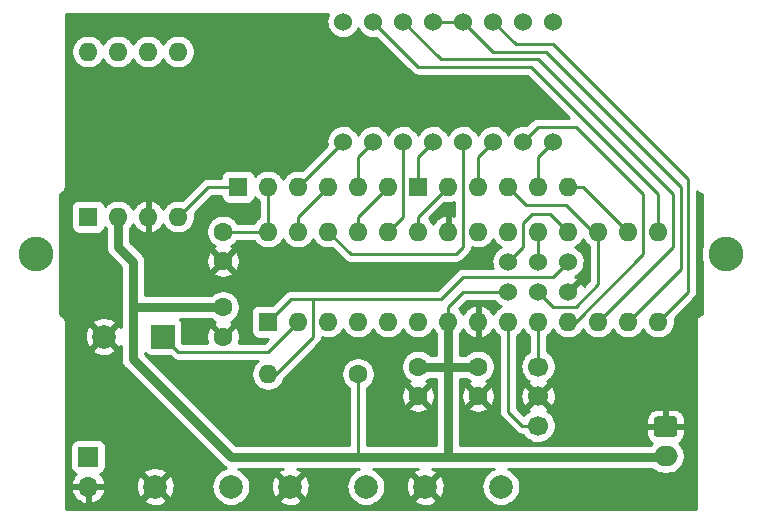
<source format=gbl>
G04 #@! TF.GenerationSoftware,KiCad,Pcbnew,5.99.0-unknown-r17607-a0698723*
G04 #@! TF.CreationDate,2020-04-07T11:59:44-05:00*
G04 #@! TF.ProjectId,pcb_proto,7063625f-7072-46f7-946f-2e6b69636164,rev?*
G04 #@! TF.SameCoordinates,Original*
G04 #@! TF.FileFunction,Copper,L2,Bot*
G04 #@! TF.FilePolarity,Positive*
%FSLAX46Y46*%
G04 Gerber Fmt 4.6, Leading zero omitted, Abs format (unit mm)*
G04 Created by KiCad (PCBNEW 5.99.0-unknown-r17607-a0698723) date 2020-04-07 11:59:44*
%MOMM*%
%LPD*%
G01*
G04 APERTURE LIST*
%ADD10O,2.000000X1.700000*%
%ADD11O,1.600000X1.600000*%
%ADD12R,1.600000X1.600000*%
%ADD13C,1.600000*%
%ADD14C,2.000000*%
%ADD15C,1.524000*%
%ADD16O,1.700000X1.700000*%
%ADD17R,1.700000X1.700000*%
%ADD18R,2.000000X2.000000*%
%ADD19C,1.700000*%
%ADD20C,2.946400*%
%ADD21C,0.254000*%
%ADD22C,0.250000*%
%ADD23C,0.762000*%
G04 APERTURE END LIST*
D10*
X168275000Y-99020000D03*
G04 #@! TA.AperFunction,ComponentPad*
G36*
X169120671Y-95689030D02*
G01*
X169201777Y-95743223D01*
X169255970Y-95824329D01*
X169275000Y-95920000D01*
X169275000Y-97120000D01*
X169255970Y-97215671D01*
X169201777Y-97296777D01*
X169120671Y-97350970D01*
X169025000Y-97370000D01*
X167525000Y-97370000D01*
X167429329Y-97350970D01*
X167348223Y-97296777D01*
X167294030Y-97215671D01*
X167275000Y-97120000D01*
X167275000Y-95920000D01*
X167294030Y-95824329D01*
X167348223Y-95743223D01*
X167429329Y-95689030D01*
X167525000Y-95670000D01*
X169025000Y-95670000D01*
X169120671Y-95689030D01*
G37*
G04 #@! TD.AperFunction*
D11*
X160020000Y-76200000D03*
X157480000Y-76200000D03*
X154940000Y-76200000D03*
X152400000Y-76200000D03*
X149860000Y-76200000D03*
D12*
X147320000Y-76200000D03*
D13*
X147320000Y-93940000D03*
X147320000Y-91440000D03*
D11*
X144780000Y-76200000D03*
X142240000Y-76200000D03*
X139700000Y-76200000D03*
X137160000Y-76200000D03*
X134620000Y-76200000D03*
D12*
X132080000Y-76200000D03*
D13*
X130810000Y-82510000D03*
X130810000Y-80010000D03*
D11*
X134620000Y-92075000D03*
D13*
X142240000Y-92075000D03*
D12*
X119380000Y-78740000D03*
D11*
X127000000Y-64770000D03*
X121920000Y-78740000D03*
X124460000Y-64770000D03*
X124460000Y-78740000D03*
X121920000Y-64770000D03*
X127000000Y-78740000D03*
X119380000Y-64770000D03*
D14*
X125070000Y-101600000D03*
X131470000Y-101600000D03*
X136500000Y-101600000D03*
X142900000Y-101600000D03*
X147930000Y-101600000D03*
X154330000Y-101600000D03*
D15*
X160020000Y-85090000D03*
X160020000Y-82550000D03*
X157480000Y-85090000D03*
X157480000Y-82550000D03*
X154940000Y-85090000D03*
X154940000Y-82550000D03*
D11*
X134620000Y-80010000D03*
X167640000Y-87630000D03*
X137160000Y-80010000D03*
X165100000Y-87630000D03*
X139700000Y-80010000D03*
X162560000Y-87630000D03*
X142240000Y-80010000D03*
X160020000Y-87630000D03*
X144780000Y-80010000D03*
X157480000Y-87630000D03*
X147320000Y-80010000D03*
X154940000Y-87630000D03*
X149860000Y-80010000D03*
X152400000Y-87630000D03*
X152400000Y-80010000D03*
X149860000Y-87630000D03*
X154940000Y-80010000D03*
X147320000Y-87630000D03*
X157480000Y-80010000D03*
X144780000Y-87630000D03*
X160020000Y-80010000D03*
X142240000Y-87630000D03*
X162560000Y-80010000D03*
X139700000Y-87630000D03*
X165100000Y-80010000D03*
X137160000Y-87630000D03*
X167640000Y-80010000D03*
D12*
X134620000Y-87630000D03*
D16*
X119380000Y-101600000D03*
D17*
X119380000Y-99060000D03*
D14*
X120730000Y-88900000D03*
D18*
X125730000Y-88900000D03*
D13*
X130810000Y-88900000D03*
X130810000Y-86400000D03*
D15*
X140970000Y-62230000D03*
X143510000Y-62230000D03*
X146050000Y-62230000D03*
X148590000Y-62230000D03*
X151130000Y-62230000D03*
X153670000Y-62230000D03*
X156210000Y-62230000D03*
X158750000Y-62230000D03*
X158750000Y-72390000D03*
X156210000Y-72390000D03*
X153670000Y-72390000D03*
X151130000Y-72390000D03*
X148590000Y-72390000D03*
X146050000Y-72390000D03*
X143510000Y-72390000D03*
X140970000Y-72390000D03*
D13*
X152400000Y-93940000D03*
X152400000Y-91440000D03*
D19*
X157480000Y-96440000D03*
X157480000Y-93940000D03*
X157480000Y-91440000D03*
D20*
X114935000Y-81915000D03*
X173355000Y-81915000D03*
D21*
X135255000Y-92075000D02*
X138430000Y-88900000D01*
X134620000Y-92075000D02*
X135255000Y-92075000D01*
X142240000Y-95250000D02*
X142240000Y-92075000D01*
D22*
X138430000Y-85725000D02*
X136525000Y-85725000D01*
D21*
X138430000Y-88900000D02*
X138430000Y-88265000D01*
D22*
X149225000Y-85725000D02*
X138430000Y-85725000D01*
D21*
X138430000Y-88265000D02*
X138430000Y-85725000D01*
D23*
X147320000Y-91440000D02*
X149860000Y-91440000D01*
X149860000Y-99060000D02*
X168235000Y-99060000D01*
X168235000Y-99060000D02*
X168275000Y-99020000D01*
D21*
X165100000Y-80010000D02*
X161290000Y-76200000D01*
X161290000Y-76200000D02*
X160020000Y-76200000D01*
X157480000Y-76200000D02*
X157480000Y-73660000D01*
X157480000Y-73660000D02*
X158750000Y-72390000D01*
X152400000Y-76200000D02*
X152400000Y-73660000D01*
X152400000Y-73660000D02*
X153670000Y-72390000D01*
D22*
X142240000Y-95250000D02*
X142240000Y-99060000D01*
D23*
X128587500Y-96202500D02*
X123190000Y-90805000D01*
X131445000Y-99060000D02*
X128587500Y-96202500D01*
X123190000Y-82550000D02*
X121920000Y-81280000D01*
X121920000Y-81280000D02*
X121920000Y-78740000D01*
D22*
X151130000Y-62230000D02*
X148590000Y-62230000D01*
X157480000Y-82550000D02*
X157480000Y-80010000D01*
X149860000Y-86360000D02*
X151130000Y-85090000D01*
X151130000Y-85090000D02*
X154940000Y-85090000D01*
X149860000Y-87630000D02*
X149860000Y-86360000D01*
D23*
X152400000Y-91440000D02*
X149860000Y-91440000D01*
X149860000Y-87630000D02*
X149860000Y-91440000D01*
X149860000Y-91440000D02*
X149860000Y-99060000D01*
D22*
X155575000Y-64135000D02*
X153670000Y-62230000D01*
X167640000Y-87630000D02*
X170180000Y-85090000D01*
X158750000Y-64135000D02*
X155575000Y-64135000D01*
X170180000Y-75565000D02*
X158750000Y-64135000D01*
X170180000Y-85090000D02*
X170180000Y-75565000D01*
X153670000Y-64770000D02*
X151130000Y-62230000D01*
X158115000Y-64770000D02*
X153670000Y-64770000D01*
X169545000Y-76200000D02*
X158115000Y-64770000D01*
X165100000Y-87630000D02*
X169545000Y-83185000D01*
X169545000Y-83185000D02*
X169545000Y-76200000D01*
X149225000Y-65405000D02*
X146050000Y-62230000D01*
X162560000Y-87630000D02*
X168910000Y-81280000D01*
X157480000Y-65405000D02*
X149225000Y-65405000D01*
X168910000Y-76835000D02*
X157480000Y-65405000D01*
X168910000Y-81280000D02*
X168910000Y-76835000D01*
X156845000Y-66040000D02*
X147320000Y-66040000D01*
X167640000Y-80010000D02*
X167640000Y-76835000D01*
X147320000Y-66040000D02*
X143510000Y-62230000D01*
X167640000Y-76835000D02*
X156845000Y-66040000D01*
D21*
X127000000Y-78740000D02*
X129540000Y-76200000D01*
X129540000Y-76200000D02*
X132080000Y-76200000D01*
X134620000Y-76200000D02*
X134620000Y-80010000D01*
X134620000Y-80010000D02*
X130810000Y-80010000D01*
X137160000Y-76200000D02*
X140970000Y-72390000D01*
X142240000Y-73660000D02*
X143510000Y-72390000D01*
X142240000Y-76200000D02*
X142240000Y-73660000D01*
X147320000Y-73660000D02*
X148590000Y-72390000D01*
X147320000Y-76200000D02*
X147320000Y-73660000D01*
X137160000Y-78740000D02*
X139700000Y-76200000D01*
X137160000Y-80010000D02*
X137160000Y-78740000D01*
D23*
X149860000Y-99060000D02*
X142240000Y-99060000D01*
X142240000Y-99060000D02*
X131445000Y-99060000D01*
X123230000Y-86400000D02*
X123190000Y-86360000D01*
X130810000Y-86400000D02*
X123230000Y-86400000D01*
X123190000Y-90805000D02*
X123190000Y-86360000D01*
X123190000Y-86360000D02*
X123190000Y-82550000D01*
D21*
X157480000Y-91440000D02*
X157480000Y-87630000D01*
X157480000Y-96440000D02*
X156130000Y-96440000D01*
X154940000Y-95250000D02*
X154940000Y-87630000D01*
X156130000Y-96440000D02*
X154940000Y-95250000D01*
X151130000Y-76835000D02*
X151130000Y-72390000D01*
X139700000Y-80010000D02*
X141605000Y-81915000D01*
X141605000Y-81915000D02*
X150495000Y-81915000D01*
X150495000Y-81915000D02*
X151130000Y-81280000D01*
X151130000Y-81280000D02*
X151130000Y-76835000D01*
X142240000Y-78740000D02*
X144780000Y-76200000D01*
X142240000Y-80010000D02*
X142240000Y-78740000D01*
X147320000Y-78740000D02*
X149860000Y-76200000D01*
X147320000Y-80010000D02*
X147320000Y-78740000D01*
X146050000Y-78740000D02*
X146050000Y-72390000D01*
X144780000Y-80010000D02*
X146050000Y-78740000D01*
D22*
X162560000Y-84455000D02*
X162560000Y-80010000D01*
X160655000Y-86360000D02*
X162560000Y-84455000D01*
X157480000Y-85090000D02*
X158750000Y-86360000D01*
X158750000Y-86360000D02*
X160655000Y-86360000D01*
D21*
X125730000Y-88900000D02*
X127000000Y-90170000D01*
X127000000Y-90170000D02*
X134620000Y-90170000D01*
X134620000Y-90170000D02*
X137160000Y-87630000D01*
X157480000Y-71120000D02*
X156210000Y-72390000D01*
X160655000Y-87630000D02*
X166370000Y-81915000D01*
X166370000Y-81915000D02*
X166370000Y-76835000D01*
X160020000Y-87630000D02*
X160655000Y-87630000D01*
X166370000Y-76835000D02*
X160655000Y-71120000D01*
X160655000Y-71120000D02*
X157480000Y-71120000D01*
D22*
X135255000Y-86995000D02*
X134620000Y-87630000D01*
X158750000Y-83820000D02*
X151130000Y-83820000D01*
X160020000Y-82550000D02*
X158750000Y-83820000D01*
X151130000Y-83820000D02*
X149225000Y-85725000D01*
X136525000Y-85725000D02*
X135255000Y-86995000D01*
X158496000Y-78486000D02*
X160020000Y-80010000D01*
X156210000Y-79248000D02*
X156972000Y-78486000D01*
X156972000Y-78486000D02*
X158496000Y-78486000D01*
X154940000Y-82550000D02*
X156210000Y-81280000D01*
X156210000Y-81280000D02*
X156210000Y-79248000D01*
D21*
X162162038Y-80010000D02*
X159876038Y-77724000D01*
X162560000Y-80010000D02*
X162162038Y-80010000D01*
X156464000Y-77724000D02*
X154940000Y-76200000D01*
X159876038Y-77724000D02*
X156464000Y-77724000D01*
G36*
X139672071Y-61702188D02*
G01*
X139667885Y-61712601D01*
X139599117Y-61940373D01*
X139596841Y-61951363D01*
X139569494Y-62187713D01*
X139569200Y-62198932D01*
X139584140Y-62436390D01*
X139585838Y-62447484D01*
X139642591Y-62678543D01*
X139646226Y-62689161D01*
X139743000Y-62906517D01*
X139748458Y-62916323D01*
X139882193Y-63113109D01*
X139889301Y-63121793D01*
X140055769Y-63291786D01*
X140064304Y-63299075D01*
X140258245Y-63436901D01*
X140267934Y-63442563D01*
X140483217Y-63543867D01*
X140493757Y-63547724D01*
X140723577Y-63609304D01*
X140734633Y-63611233D01*
X140971725Y-63631144D01*
X140982948Y-63631085D01*
X141219819Y-63608694D01*
X141230854Y-63606649D01*
X141460016Y-63542665D01*
X141470514Y-63538698D01*
X141684724Y-63435145D01*
X141694354Y-63429382D01*
X141886841Y-63289532D01*
X141895299Y-63282154D01*
X142059979Y-63110428D01*
X142066996Y-63101669D01*
X142198662Y-62903494D01*
X142204018Y-62893631D01*
X142240119Y-62810206D01*
X142283000Y-62906517D01*
X142288458Y-62916323D01*
X142422193Y-63113109D01*
X142429301Y-63121793D01*
X142595769Y-63291786D01*
X142604304Y-63299075D01*
X142798245Y-63436901D01*
X142807934Y-63442563D01*
X143023217Y-63543867D01*
X143033757Y-63547724D01*
X143263577Y-63609304D01*
X143274633Y-63611233D01*
X143511725Y-63631144D01*
X143522948Y-63631085D01*
X143759819Y-63608694D01*
X143770854Y-63606648D01*
X143801795Y-63598009D01*
X146710776Y-66506991D01*
X146860021Y-66656237D01*
X146876066Y-66667894D01*
X146921144Y-66690862D01*
X146962082Y-66720606D01*
X146979754Y-66729610D01*
X147027879Y-66745247D01*
X147072962Y-66768218D01*
X147091823Y-66774347D01*
X147141808Y-66782264D01*
X147189922Y-66797897D01*
X147209510Y-66800999D01*
X147264809Y-66800999D01*
X147264821Y-66801000D01*
X156529786Y-66801000D01*
X160085785Y-70357000D01*
X157424665Y-70357000D01*
X157424653Y-70357001D01*
X157369193Y-70357001D01*
X157349605Y-70360103D01*
X157301331Y-70375787D01*
X157251197Y-70383729D01*
X157232335Y-70389857D01*
X157187107Y-70412902D01*
X157138836Y-70428586D01*
X157121164Y-70437590D01*
X157080100Y-70467426D01*
X157034876Y-70490468D01*
X157018831Y-70502125D01*
X156979101Y-70541856D01*
X156979086Y-70541869D01*
X156499440Y-71021516D01*
X156296257Y-70991513D01*
X156285053Y-70990867D01*
X156047243Y-70998340D01*
X156036102Y-70999689D01*
X155803373Y-71049157D01*
X155792646Y-71052457D01*
X155572358Y-71142356D01*
X155562385Y-71147503D01*
X155361496Y-71274990D01*
X155352592Y-71281823D01*
X155177455Y-71442870D01*
X155169902Y-71451171D01*
X155026052Y-71640686D01*
X155020088Y-71650193D01*
X154941634Y-71804167D01*
X154937058Y-71791861D01*
X154932226Y-71781732D01*
X154811112Y-71576938D01*
X154804563Y-71567824D01*
X154649096Y-71387714D01*
X154641036Y-71379904D01*
X154456132Y-71230172D01*
X154446817Y-71223913D01*
X154238321Y-71109290D01*
X154228044Y-71104779D01*
X154002544Y-71028890D01*
X153991632Y-71026270D01*
X153756257Y-70991513D01*
X153745053Y-70990867D01*
X153507243Y-70998340D01*
X153496102Y-70999689D01*
X153263373Y-71049157D01*
X153252646Y-71052457D01*
X153032358Y-71142356D01*
X153022385Y-71147503D01*
X152821496Y-71274990D01*
X152812592Y-71281823D01*
X152637455Y-71442870D01*
X152629902Y-71451171D01*
X152486052Y-71640686D01*
X152480088Y-71650193D01*
X152401634Y-71804167D01*
X152397058Y-71791861D01*
X152392226Y-71781732D01*
X152271112Y-71576938D01*
X152264563Y-71567824D01*
X152109096Y-71387714D01*
X152101036Y-71379904D01*
X151916132Y-71230172D01*
X151906817Y-71223913D01*
X151698321Y-71109290D01*
X151688044Y-71104779D01*
X151462544Y-71028890D01*
X151451632Y-71026270D01*
X151216257Y-70991513D01*
X151205053Y-70990867D01*
X150967243Y-70998340D01*
X150956102Y-70999689D01*
X150723373Y-71049157D01*
X150712646Y-71052457D01*
X150492358Y-71142356D01*
X150482385Y-71147503D01*
X150281496Y-71274990D01*
X150272592Y-71281823D01*
X150097455Y-71442870D01*
X150089902Y-71451171D01*
X149946052Y-71640686D01*
X149940088Y-71650193D01*
X149861634Y-71804167D01*
X149857058Y-71791861D01*
X149852226Y-71781732D01*
X149731112Y-71576938D01*
X149724563Y-71567824D01*
X149569096Y-71387714D01*
X149561036Y-71379904D01*
X149376132Y-71230172D01*
X149366817Y-71223913D01*
X149158321Y-71109290D01*
X149148044Y-71104779D01*
X148922544Y-71028890D01*
X148911632Y-71026270D01*
X148676257Y-70991513D01*
X148665053Y-70990867D01*
X148427243Y-70998340D01*
X148416102Y-70999689D01*
X148183373Y-71049157D01*
X148172646Y-71052457D01*
X147952358Y-71142356D01*
X147942385Y-71147503D01*
X147741496Y-71274990D01*
X147732592Y-71281823D01*
X147557455Y-71442870D01*
X147549902Y-71451171D01*
X147406052Y-71640686D01*
X147400088Y-71650193D01*
X147321634Y-71804167D01*
X147317058Y-71791861D01*
X147312226Y-71781732D01*
X147191112Y-71576938D01*
X147184563Y-71567824D01*
X147029096Y-71387714D01*
X147021036Y-71379904D01*
X146836132Y-71230172D01*
X146826817Y-71223913D01*
X146618321Y-71109290D01*
X146608044Y-71104779D01*
X146382544Y-71028890D01*
X146371632Y-71026270D01*
X146136257Y-70991513D01*
X146125053Y-70990867D01*
X145887243Y-70998340D01*
X145876102Y-70999689D01*
X145643373Y-71049157D01*
X145632646Y-71052457D01*
X145412358Y-71142356D01*
X145402385Y-71147503D01*
X145201496Y-71274990D01*
X145192592Y-71281823D01*
X145017455Y-71442870D01*
X145009902Y-71451171D01*
X144866052Y-71640686D01*
X144860088Y-71650193D01*
X144781634Y-71804167D01*
X144777058Y-71791861D01*
X144772226Y-71781732D01*
X144651112Y-71576938D01*
X144644563Y-71567824D01*
X144489096Y-71387714D01*
X144481036Y-71379904D01*
X144296132Y-71230172D01*
X144286817Y-71223913D01*
X144078321Y-71109290D01*
X144068044Y-71104779D01*
X143842544Y-71028890D01*
X143831632Y-71026270D01*
X143596257Y-70991513D01*
X143585053Y-70990867D01*
X143347243Y-70998340D01*
X143336102Y-70999689D01*
X143103373Y-71049157D01*
X143092646Y-71052457D01*
X142872358Y-71142356D01*
X142862385Y-71147503D01*
X142661496Y-71274990D01*
X142652592Y-71281823D01*
X142477455Y-71442870D01*
X142469902Y-71451171D01*
X142326052Y-71640686D01*
X142320088Y-71650193D01*
X142241634Y-71804167D01*
X142237058Y-71791861D01*
X142232226Y-71781732D01*
X142111112Y-71576938D01*
X142104563Y-71567824D01*
X141949096Y-71387714D01*
X141941036Y-71379904D01*
X141756132Y-71230172D01*
X141746817Y-71223913D01*
X141538321Y-71109290D01*
X141528044Y-71104779D01*
X141302544Y-71028890D01*
X141291632Y-71026270D01*
X141056257Y-70991513D01*
X141045053Y-70990867D01*
X140807243Y-70998340D01*
X140796102Y-70999689D01*
X140563373Y-71049157D01*
X140552646Y-71052457D01*
X140332358Y-71142356D01*
X140322385Y-71147503D01*
X140121496Y-71274990D01*
X140112592Y-71281823D01*
X139937455Y-71442870D01*
X139929902Y-71451171D01*
X139786052Y-71640686D01*
X139780088Y-71650193D01*
X139672071Y-71862188D01*
X139667885Y-71872601D01*
X139599117Y-72100373D01*
X139596841Y-72111363D01*
X139569494Y-72347713D01*
X139569200Y-72358932D01*
X139584140Y-72596390D01*
X139585838Y-72607484D01*
X139603118Y-72677838D01*
X137480556Y-74800401D01*
X137290897Y-74766959D01*
X137279936Y-74766000D01*
X137040064Y-74766000D01*
X137029103Y-74766959D01*
X136792874Y-74808613D01*
X136782247Y-74811460D01*
X136556840Y-74893502D01*
X136546868Y-74898152D01*
X136339132Y-75018088D01*
X136330119Y-75024399D01*
X136146366Y-75178587D01*
X136138587Y-75186366D01*
X135984399Y-75370119D01*
X135978088Y-75379132D01*
X135890000Y-75531705D01*
X135801912Y-75379132D01*
X135795601Y-75370119D01*
X135641413Y-75186366D01*
X135633634Y-75178587D01*
X135449881Y-75024399D01*
X135440868Y-75018088D01*
X135233132Y-74898152D01*
X135223160Y-74893502D01*
X134997753Y-74811460D01*
X134987126Y-74808613D01*
X134750897Y-74766959D01*
X134739936Y-74766000D01*
X134500064Y-74766000D01*
X134489103Y-74766959D01*
X134252874Y-74808613D01*
X134242247Y-74811460D01*
X134016840Y-74893502D01*
X134006868Y-74898152D01*
X133799132Y-75018088D01*
X133790119Y-75024399D01*
X133606366Y-75178587D01*
X133598587Y-75186366D01*
X133500394Y-75303387D01*
X133444863Y-75096142D01*
X133432120Y-75071662D01*
X133301010Y-74915410D01*
X133284121Y-74901239D01*
X133109880Y-74800641D01*
X133089163Y-74793100D01*
X132896462Y-74759122D01*
X132885501Y-74758163D01*
X131271742Y-74758163D01*
X131255366Y-74760319D01*
X130976142Y-74835137D01*
X130951662Y-74847880D01*
X130795410Y-74978990D01*
X130781239Y-74995879D01*
X130680641Y-75170120D01*
X130673100Y-75190837D01*
X130639122Y-75383538D01*
X130638163Y-75394499D01*
X130638163Y-75437000D01*
X129485059Y-75437000D01*
X129485033Y-75437002D01*
X129429191Y-75437002D01*
X129409602Y-75440105D01*
X129361337Y-75455787D01*
X129311199Y-75463728D01*
X129292336Y-75469857D01*
X129247107Y-75492902D01*
X129198835Y-75508587D01*
X129181165Y-75517591D01*
X129140105Y-75547422D01*
X129094875Y-75570468D01*
X129078830Y-75582126D01*
X129039100Y-75621857D01*
X129039085Y-75621870D01*
X127320556Y-77340401D01*
X127130897Y-77306959D01*
X127119936Y-77306000D01*
X126880064Y-77306000D01*
X126869103Y-77306959D01*
X126632874Y-77348613D01*
X126622247Y-77351460D01*
X126396840Y-77433502D01*
X126386868Y-77438152D01*
X126179132Y-77558088D01*
X126170119Y-77564399D01*
X125986366Y-77718587D01*
X125978587Y-77726366D01*
X125824399Y-77910119D01*
X125818088Y-77919132D01*
X125730000Y-78071705D01*
X125641912Y-77919132D01*
X125635601Y-77910119D01*
X125481413Y-77726366D01*
X125473634Y-77718587D01*
X125289881Y-77564399D01*
X125280868Y-77558088D01*
X125073132Y-77438152D01*
X125063160Y-77433502D01*
X124837753Y-77351460D01*
X124827126Y-77348613D01*
X124678018Y-77322320D01*
X124588000Y-77397854D01*
X124587999Y-78538192D01*
X124588000Y-78538193D01*
X124587999Y-80082146D01*
X124678017Y-80157679D01*
X124827125Y-80131387D01*
X124837753Y-80128540D01*
X125063160Y-80046498D01*
X125073132Y-80041848D01*
X125280868Y-79921912D01*
X125289881Y-79915601D01*
X125473634Y-79761413D01*
X125481413Y-79753634D01*
X125635601Y-79569881D01*
X125641912Y-79560868D01*
X125730000Y-79408295D01*
X125818088Y-79560868D01*
X125824399Y-79569881D01*
X125978587Y-79753634D01*
X125986366Y-79761413D01*
X126170119Y-79915601D01*
X126179132Y-79921912D01*
X126386868Y-80041848D01*
X126396840Y-80046498D01*
X126622247Y-80128540D01*
X126632874Y-80131387D01*
X126869103Y-80173041D01*
X126880064Y-80174000D01*
X127119936Y-80174000D01*
X127130897Y-80173041D01*
X127367126Y-80131387D01*
X127377753Y-80128540D01*
X127603160Y-80046498D01*
X127613132Y-80041848D01*
X127820868Y-79921912D01*
X127829881Y-79915601D01*
X128013634Y-79761413D01*
X128021413Y-79753634D01*
X128175601Y-79569881D01*
X128181912Y-79560868D01*
X128301848Y-79353132D01*
X128306498Y-79343160D01*
X128388540Y-79117753D01*
X128391387Y-79107126D01*
X128433041Y-78870897D01*
X128434000Y-78859936D01*
X128434000Y-78620064D01*
X128433041Y-78609103D01*
X128399599Y-78419444D01*
X129856044Y-76963000D01*
X130638163Y-76963000D01*
X130638163Y-77008258D01*
X130640319Y-77024634D01*
X130715137Y-77303859D01*
X130727880Y-77328339D01*
X130858990Y-77484590D01*
X130875879Y-77498761D01*
X131050120Y-77599359D01*
X131070837Y-77606900D01*
X131263538Y-77640878D01*
X131274499Y-77641837D01*
X132888258Y-77641837D01*
X132904634Y-77639681D01*
X133183859Y-77564863D01*
X133208339Y-77552120D01*
X133364590Y-77421010D01*
X133378761Y-77404121D01*
X133479359Y-77229880D01*
X133486900Y-77209163D01*
X133505643Y-77102868D01*
X133598587Y-77213634D01*
X133606366Y-77221413D01*
X133790119Y-77375601D01*
X133799132Y-77381911D01*
X133857000Y-77415322D01*
X133857001Y-78794678D01*
X133799132Y-78828088D01*
X133790119Y-78834399D01*
X133606366Y-78988587D01*
X133598587Y-78996366D01*
X133444399Y-79180119D01*
X133438088Y-79189132D01*
X133404678Y-79247000D01*
X132025322Y-79247000D01*
X131991912Y-79189132D01*
X131985601Y-79180119D01*
X131831413Y-78996366D01*
X131823634Y-78988587D01*
X131639881Y-78834399D01*
X131630868Y-78828088D01*
X131423132Y-78708152D01*
X131413160Y-78703502D01*
X131187753Y-78621460D01*
X131177126Y-78618613D01*
X130940897Y-78576959D01*
X130929936Y-78576000D01*
X130690064Y-78576000D01*
X130679103Y-78576959D01*
X130442874Y-78618613D01*
X130432247Y-78621460D01*
X130206840Y-78703502D01*
X130196868Y-78708152D01*
X129989132Y-78828088D01*
X129980119Y-78834399D01*
X129796366Y-78988587D01*
X129788587Y-78996366D01*
X129634399Y-79180119D01*
X129628088Y-79189132D01*
X129508152Y-79396868D01*
X129503502Y-79406840D01*
X129421460Y-79632247D01*
X129418613Y-79642874D01*
X129376959Y-79879103D01*
X129376000Y-79890064D01*
X129376000Y-80129936D01*
X129376959Y-80140897D01*
X129418613Y-80377126D01*
X129421460Y-80387753D01*
X129503502Y-80613160D01*
X129508152Y-80623132D01*
X129628088Y-80830868D01*
X129634399Y-80839881D01*
X129788587Y-81023634D01*
X129796366Y-81031413D01*
X129980119Y-81185601D01*
X129989132Y-81191912D01*
X130107065Y-81260000D01*
X129963397Y-81342947D01*
X129947177Y-81466156D01*
X130757809Y-82276790D01*
X130862191Y-82276790D01*
X131672823Y-81466156D01*
X131656603Y-81342947D01*
X131512935Y-81260000D01*
X131630868Y-81191912D01*
X131639881Y-81185601D01*
X131823634Y-81031413D01*
X131831413Y-81023634D01*
X131985601Y-80839881D01*
X131991912Y-80830868D01*
X132025322Y-80773000D01*
X133404678Y-80773000D01*
X133438088Y-80830868D01*
X133444399Y-80839881D01*
X133598587Y-81023634D01*
X133606366Y-81031413D01*
X133790119Y-81185601D01*
X133799132Y-81191912D01*
X134006868Y-81311848D01*
X134016840Y-81316498D01*
X134242247Y-81398540D01*
X134252874Y-81401387D01*
X134489103Y-81443041D01*
X134500064Y-81444000D01*
X134739936Y-81444000D01*
X134750897Y-81443041D01*
X134987126Y-81401387D01*
X134997753Y-81398540D01*
X135223160Y-81316498D01*
X135233132Y-81311848D01*
X135440868Y-81191912D01*
X135449881Y-81185601D01*
X135633634Y-81031413D01*
X135641413Y-81023634D01*
X135795601Y-80839881D01*
X135801912Y-80830868D01*
X135890000Y-80678295D01*
X135978088Y-80830868D01*
X135984399Y-80839881D01*
X136138587Y-81023634D01*
X136146366Y-81031413D01*
X136330119Y-81185601D01*
X136339132Y-81191912D01*
X136546868Y-81311848D01*
X136556840Y-81316498D01*
X136782247Y-81398540D01*
X136792874Y-81401387D01*
X137029103Y-81443041D01*
X137040064Y-81444000D01*
X137279936Y-81444000D01*
X137290897Y-81443041D01*
X137527126Y-81401387D01*
X137537753Y-81398540D01*
X137763160Y-81316498D01*
X137773132Y-81311848D01*
X137980868Y-81191912D01*
X137989881Y-81185601D01*
X138173634Y-81031413D01*
X138181413Y-81023634D01*
X138335601Y-80839881D01*
X138341912Y-80830868D01*
X138430000Y-80678295D01*
X138518088Y-80830868D01*
X138524399Y-80839881D01*
X138678587Y-81023634D01*
X138686366Y-81031413D01*
X138870119Y-81185601D01*
X138879132Y-81191912D01*
X139086868Y-81311848D01*
X139096840Y-81316498D01*
X139322247Y-81398540D01*
X139332874Y-81401387D01*
X139569103Y-81443041D01*
X139580064Y-81444000D01*
X139819936Y-81444000D01*
X139830897Y-81443041D01*
X140020555Y-81409599D01*
X141104086Y-82493131D01*
X141104101Y-82493144D01*
X141143831Y-82532875D01*
X141159876Y-82544532D01*
X141205100Y-82567574D01*
X141246164Y-82597410D01*
X141263836Y-82606414D01*
X141312107Y-82622098D01*
X141357335Y-82645143D01*
X141376197Y-82651271D01*
X141426331Y-82659213D01*
X141474605Y-82674897D01*
X141494193Y-82677999D01*
X141549653Y-82677999D01*
X141549665Y-82678000D01*
X150550335Y-82678000D01*
X150550347Y-82677999D01*
X150605806Y-82677999D01*
X150625395Y-82674897D01*
X150673665Y-82659213D01*
X150723803Y-82651271D01*
X150742665Y-82645143D01*
X150787895Y-82622097D01*
X150836163Y-82606414D01*
X150853834Y-82597410D01*
X150894892Y-82567580D01*
X150940125Y-82544532D01*
X150956170Y-82532874D01*
X151105863Y-82383180D01*
X151710433Y-81778612D01*
X151710440Y-81778603D01*
X151747874Y-81741170D01*
X151759532Y-81725124D01*
X151782574Y-81679900D01*
X151812410Y-81638836D01*
X151821414Y-81621164D01*
X151837098Y-81572893D01*
X151860143Y-81527665D01*
X151866271Y-81508803D01*
X151874213Y-81458669D01*
X151889897Y-81410395D01*
X151892999Y-81390807D01*
X151892999Y-81351497D01*
X152022247Y-81398540D01*
X152032874Y-81401387D01*
X152269103Y-81443041D01*
X152280064Y-81444000D01*
X152519936Y-81444000D01*
X152530897Y-81443041D01*
X152767126Y-81401387D01*
X152777753Y-81398540D01*
X153003160Y-81316498D01*
X153013132Y-81311848D01*
X153220868Y-81191912D01*
X153229881Y-81185601D01*
X153413634Y-81031413D01*
X153421413Y-81023634D01*
X153575601Y-80839881D01*
X153581912Y-80830868D01*
X153670000Y-80678295D01*
X153758088Y-80830868D01*
X153764399Y-80839881D01*
X153918587Y-81023634D01*
X153926366Y-81031413D01*
X154110119Y-81185601D01*
X154119132Y-81191912D01*
X154307086Y-81300427D01*
X154302358Y-81302356D01*
X154292385Y-81307503D01*
X154091496Y-81434990D01*
X154082592Y-81441823D01*
X153907455Y-81602870D01*
X153899902Y-81611171D01*
X153756052Y-81800686D01*
X153750088Y-81810193D01*
X153642071Y-82022188D01*
X153637885Y-82032601D01*
X153569117Y-82260373D01*
X153566841Y-82271363D01*
X153539494Y-82507713D01*
X153539200Y-82518932D01*
X153554140Y-82756390D01*
X153555838Y-82767484D01*
X153612591Y-82998543D01*
X153616226Y-83009161D01*
X153638416Y-83059000D01*
X151074821Y-83059000D01*
X151074809Y-83059001D01*
X151019510Y-83059001D01*
X150999922Y-83062103D01*
X150951808Y-83077736D01*
X150901823Y-83085653D01*
X150882962Y-83091782D01*
X150837879Y-83114753D01*
X150789754Y-83130390D01*
X150772082Y-83139394D01*
X150731144Y-83169138D01*
X150686066Y-83192106D01*
X150670021Y-83203763D01*
X150627229Y-83246556D01*
X148909786Y-84964000D01*
X138502676Y-84964000D01*
X138439916Y-84954060D01*
X138420083Y-84954060D01*
X138357325Y-84964000D01*
X136469821Y-84964000D01*
X136469809Y-84964001D01*
X136414509Y-84964001D01*
X136394920Y-84967103D01*
X136346805Y-84982737D01*
X136296823Y-84990654D01*
X136277961Y-84996782D01*
X136232873Y-85019755D01*
X136184754Y-85035390D01*
X136167084Y-85044394D01*
X136126150Y-85074134D01*
X136081066Y-85097106D01*
X136065020Y-85108764D01*
X136025404Y-85148381D01*
X136025389Y-85148394D01*
X134985622Y-86188163D01*
X133811742Y-86188163D01*
X133795366Y-86190319D01*
X133516142Y-86265137D01*
X133491662Y-86277880D01*
X133335410Y-86408990D01*
X133321239Y-86425879D01*
X133220641Y-86600120D01*
X133213100Y-86620837D01*
X133179122Y-86813538D01*
X133178163Y-86824499D01*
X133178163Y-88438258D01*
X133180319Y-88454634D01*
X133255137Y-88733859D01*
X133267880Y-88758339D01*
X133398990Y-88914590D01*
X133415879Y-88928761D01*
X133590120Y-89029359D01*
X133610837Y-89036900D01*
X133803538Y-89070878D01*
X133814499Y-89071837D01*
X134639120Y-89071837D01*
X134303957Y-89407000D01*
X132151498Y-89407000D01*
X132198540Y-89277753D01*
X132201387Y-89267126D01*
X132243041Y-89030897D01*
X132244000Y-89019936D01*
X132244000Y-88780064D01*
X132243041Y-88769103D01*
X132201387Y-88532874D01*
X132198540Y-88522247D01*
X132116498Y-88296840D01*
X132111848Y-88286868D01*
X131977053Y-88053397D01*
X131853844Y-88037177D01*
X131080115Y-88810904D01*
X130810000Y-89081020D01*
X130539885Y-88810905D01*
X129766156Y-88037177D01*
X129642947Y-88053397D01*
X129508152Y-88286868D01*
X129503502Y-88296840D01*
X129421460Y-88522247D01*
X129418613Y-88532874D01*
X129376959Y-88769103D01*
X129376000Y-88780064D01*
X129376000Y-89019936D01*
X129376959Y-89030897D01*
X129418613Y-89267126D01*
X129421460Y-89277753D01*
X129468502Y-89407000D01*
X127371837Y-89407000D01*
X127371837Y-87891742D01*
X127369681Y-87875366D01*
X127294863Y-87596142D01*
X127282120Y-87571662D01*
X127152344Y-87417000D01*
X129791953Y-87417000D01*
X129796366Y-87421413D01*
X129980119Y-87575601D01*
X129989132Y-87581912D01*
X130107065Y-87650000D01*
X129963397Y-87732947D01*
X129947177Y-87856156D01*
X130757809Y-88666790D01*
X130862191Y-88666790D01*
X131672823Y-87856156D01*
X131656603Y-87732947D01*
X131512935Y-87650000D01*
X131630868Y-87581912D01*
X131639881Y-87575601D01*
X131823634Y-87421413D01*
X131831413Y-87413634D01*
X131985601Y-87229881D01*
X131991912Y-87220868D01*
X132111848Y-87013132D01*
X132116498Y-87003160D01*
X132198540Y-86777753D01*
X132201387Y-86767126D01*
X132243041Y-86530897D01*
X132244000Y-86519936D01*
X132244000Y-86280064D01*
X132243041Y-86269103D01*
X132201387Y-86032874D01*
X132198540Y-86022247D01*
X132116498Y-85796840D01*
X132111848Y-85786868D01*
X131991912Y-85579132D01*
X131985601Y-85570119D01*
X131831413Y-85386366D01*
X131823634Y-85378587D01*
X131639881Y-85224399D01*
X131630868Y-85218088D01*
X131423132Y-85098152D01*
X131413160Y-85093502D01*
X131187753Y-85011460D01*
X131177126Y-85008613D01*
X130940897Y-84966959D01*
X130929936Y-84966000D01*
X130690064Y-84966000D01*
X130679103Y-84966959D01*
X130442874Y-85008613D01*
X130432247Y-85011460D01*
X130206840Y-85093502D01*
X130196868Y-85098152D01*
X129989132Y-85218088D01*
X129980119Y-85224399D01*
X129796366Y-85378587D01*
X129791953Y-85383000D01*
X124207000Y-85383000D01*
X124207000Y-83553844D01*
X129947177Y-83553844D01*
X129963397Y-83677053D01*
X130196868Y-83811848D01*
X130206840Y-83816498D01*
X130432247Y-83898540D01*
X130442874Y-83901387D01*
X130679103Y-83943041D01*
X130690064Y-83944000D01*
X130929936Y-83944000D01*
X130940897Y-83943041D01*
X131177126Y-83901387D01*
X131187753Y-83898540D01*
X131413160Y-83816498D01*
X131423132Y-83811848D01*
X131656603Y-83677053D01*
X131672823Y-83553844D01*
X130862191Y-82743210D01*
X130757809Y-82743210D01*
X129947177Y-83553844D01*
X124207000Y-83553844D01*
X124207000Y-82616648D01*
X124214687Y-82558257D01*
X124214687Y-82541741D01*
X124205922Y-82475163D01*
X124194719Y-82390064D01*
X129376000Y-82390064D01*
X129376000Y-82629936D01*
X129376959Y-82640897D01*
X129418613Y-82877126D01*
X129421460Y-82887753D01*
X129503502Y-83113160D01*
X129508152Y-83123132D01*
X129642947Y-83356603D01*
X129766156Y-83372823D01*
X130576790Y-82562191D01*
X130576790Y-82457809D01*
X131043210Y-82457809D01*
X131043210Y-82562191D01*
X131853844Y-83372823D01*
X131977053Y-83356603D01*
X132111848Y-83123132D01*
X132116498Y-83113160D01*
X132198540Y-82887753D01*
X132201387Y-82877126D01*
X132243041Y-82640897D01*
X132244000Y-82629936D01*
X132244000Y-82390064D01*
X132243041Y-82379103D01*
X132201387Y-82142874D01*
X132198540Y-82132247D01*
X132116498Y-81906840D01*
X132111848Y-81896868D01*
X131977053Y-81663397D01*
X131853844Y-81647177D01*
X131043210Y-82457809D01*
X130576790Y-82457809D01*
X129766156Y-81647177D01*
X129642947Y-81663397D01*
X129508152Y-81896868D01*
X129503502Y-81906840D01*
X129421460Y-82132247D01*
X129418613Y-82142874D01*
X129376959Y-82379103D01*
X129376000Y-82390064D01*
X124194719Y-82390064D01*
X124181910Y-82292768D01*
X124177635Y-82276814D01*
X124081535Y-82044808D01*
X124073277Y-82030504D01*
X123973486Y-81900455D01*
X123958777Y-81881284D01*
X123958762Y-81881267D01*
X123920403Y-81831276D01*
X123908724Y-81819597D01*
X123862002Y-81783746D01*
X122937000Y-80858746D01*
X122937000Y-79758047D01*
X122941413Y-79753634D01*
X123095601Y-79569881D01*
X123101912Y-79560868D01*
X123190000Y-79408295D01*
X123278088Y-79560868D01*
X123284399Y-79569881D01*
X123438587Y-79753634D01*
X123446366Y-79761413D01*
X123630119Y-79915601D01*
X123639132Y-79921912D01*
X123846868Y-80041848D01*
X123856840Y-80046498D01*
X124082247Y-80128540D01*
X124092874Y-80131387D01*
X124241982Y-80157680D01*
X124332000Y-80082146D01*
X124332001Y-78941808D01*
X124332000Y-78941807D01*
X124332001Y-77397854D01*
X124241983Y-77322321D01*
X124092875Y-77348613D01*
X124082247Y-77351460D01*
X123856840Y-77433502D01*
X123846868Y-77438152D01*
X123639132Y-77558088D01*
X123630119Y-77564399D01*
X123446366Y-77718587D01*
X123438587Y-77726366D01*
X123284399Y-77910119D01*
X123278088Y-77919132D01*
X123190000Y-78071705D01*
X123101912Y-77919132D01*
X123095601Y-77910119D01*
X122941413Y-77726366D01*
X122933634Y-77718587D01*
X122749881Y-77564399D01*
X122740868Y-77558088D01*
X122533132Y-77438152D01*
X122523160Y-77433502D01*
X122297753Y-77351460D01*
X122287126Y-77348613D01*
X122050897Y-77306959D01*
X122039936Y-77306000D01*
X121800064Y-77306000D01*
X121789103Y-77306959D01*
X121552874Y-77348613D01*
X121542247Y-77351460D01*
X121316840Y-77433502D01*
X121306868Y-77438152D01*
X121099132Y-77558088D01*
X121090119Y-77564399D01*
X120906366Y-77718587D01*
X120898587Y-77726366D01*
X120800394Y-77843387D01*
X120744863Y-77636142D01*
X120732120Y-77611662D01*
X120601010Y-77455410D01*
X120584121Y-77441239D01*
X120409880Y-77340641D01*
X120389163Y-77333100D01*
X120196462Y-77299122D01*
X120185501Y-77298163D01*
X118571742Y-77298163D01*
X118555366Y-77300319D01*
X118276142Y-77375137D01*
X118251662Y-77387880D01*
X118095410Y-77518990D01*
X118081239Y-77535879D01*
X117980641Y-77710120D01*
X117973100Y-77730837D01*
X117939122Y-77923538D01*
X117938163Y-77934499D01*
X117938163Y-79548258D01*
X117940319Y-79564634D01*
X118015137Y-79843859D01*
X118027880Y-79868339D01*
X118158990Y-80024590D01*
X118175879Y-80038761D01*
X118350120Y-80139359D01*
X118370837Y-80146900D01*
X118563538Y-80180878D01*
X118574499Y-80181837D01*
X120188258Y-80181837D01*
X120204634Y-80179681D01*
X120483859Y-80104863D01*
X120508339Y-80092120D01*
X120664590Y-79961010D01*
X120678761Y-79944121D01*
X120779359Y-79769880D01*
X120786900Y-79749163D01*
X120805643Y-79642868D01*
X120898587Y-79753634D01*
X120903001Y-79758048D01*
X120903000Y-81213351D01*
X120895313Y-81271742D01*
X120895313Y-81288258D01*
X120903540Y-81350747D01*
X120903540Y-81350752D01*
X120928090Y-81537231D01*
X120932365Y-81553185D01*
X121028465Y-81785191D01*
X121036723Y-81799495D01*
X121189597Y-81998724D01*
X121201275Y-82010402D01*
X121248008Y-82046262D01*
X122173001Y-82971255D01*
X122173000Y-86293351D01*
X122165313Y-86351742D01*
X122165313Y-86368258D01*
X122173001Y-86426655D01*
X122173001Y-88133235D01*
X122119527Y-88030949D01*
X122114134Y-88022385D01*
X122027494Y-87906570D01*
X121912680Y-87898339D01*
X120963210Y-88847809D01*
X120963210Y-88952191D01*
X121912939Y-89901920D01*
X122026245Y-89894990D01*
X122095451Y-89806411D01*
X122101023Y-89797961D01*
X122173000Y-89667034D01*
X122173000Y-90738351D01*
X122165313Y-90796742D01*
X122165313Y-90813258D01*
X122173540Y-90875747D01*
X122173540Y-90875752D01*
X122198090Y-91062231D01*
X122202365Y-91078185D01*
X122298465Y-91310191D01*
X122306723Y-91324495D01*
X122459597Y-91523724D01*
X122471276Y-91535403D01*
X122518010Y-91571263D01*
X127912826Y-96966081D01*
X127912841Y-96966094D01*
X130678743Y-99731998D01*
X130714597Y-99778724D01*
X130726276Y-99790403D01*
X130776276Y-99828769D01*
X130776284Y-99828776D01*
X130798848Y-99846090D01*
X130925504Y-99943277D01*
X130939808Y-99951535D01*
X131083042Y-100010865D01*
X131028628Y-100021639D01*
X131018889Y-100024394D01*
X130781956Y-100112508D01*
X130772783Y-100116786D01*
X130552984Y-100241649D01*
X130544613Y-100247338D01*
X130347606Y-100405737D01*
X130340252Y-100412691D01*
X130171104Y-100600548D01*
X130164956Y-100608589D01*
X130028019Y-100821075D01*
X130023236Y-100829994D01*
X129922032Y-101061639D01*
X129918737Y-101071209D01*
X129855871Y-101316056D01*
X129854148Y-101326030D01*
X129831238Y-101577777D01*
X129831132Y-101587898D01*
X129848766Y-101840071D01*
X129850279Y-101850078D01*
X129908004Y-102096187D01*
X129911098Y-102105824D01*
X130007428Y-102339538D01*
X130012023Y-102348556D01*
X130144480Y-102563862D01*
X130150458Y-102572030D01*
X130315634Y-102763390D01*
X130322841Y-102770497D01*
X130516489Y-102932986D01*
X130524739Y-102938849D01*
X130741873Y-103068287D01*
X130750955Y-103072756D01*
X130985991Y-103165813D01*
X130995670Y-103168772D01*
X131242561Y-103223054D01*
X131252589Y-103224428D01*
X131504983Y-103238539D01*
X131515101Y-103238292D01*
X131766504Y-103211869D01*
X131776453Y-103210007D01*
X132020398Y-103143728D01*
X132029920Y-103140300D01*
X132260131Y-103035873D01*
X132268983Y-103030966D01*
X132479536Y-102891074D01*
X132487489Y-102884815D01*
X132591433Y-102788562D01*
X135492458Y-102788562D01*
X135507683Y-102910798D01*
X135771874Y-103068287D01*
X135780955Y-103072756D01*
X136015991Y-103165813D01*
X136025670Y-103168772D01*
X136272561Y-103223054D01*
X136282589Y-103224428D01*
X136534983Y-103238539D01*
X136545101Y-103238292D01*
X136796504Y-103211869D01*
X136806453Y-103210007D01*
X137050398Y-103143728D01*
X137059920Y-103140300D01*
X137290131Y-103035873D01*
X137298983Y-103030966D01*
X137491429Y-102903105D01*
X137503287Y-102784306D01*
X136552191Y-101833210D01*
X136447809Y-101833210D01*
X135492458Y-102788562D01*
X132591433Y-102788562D01*
X132672968Y-102713061D01*
X132679819Y-102705610D01*
X132835451Y-102506411D01*
X132841023Y-102497961D01*
X132962804Y-102276441D01*
X132966953Y-102267209D01*
X133051751Y-102029068D01*
X133054370Y-102019292D01*
X133100063Y-101770332D01*
X133101097Y-101759599D01*
X133102895Y-101587898D01*
X134861132Y-101587898D01*
X134878766Y-101840071D01*
X134880279Y-101850078D01*
X134938004Y-102096187D01*
X134941098Y-102105824D01*
X135037428Y-102339538D01*
X135042023Y-102348556D01*
X135191671Y-102591806D01*
X135312930Y-102606051D01*
X136266790Y-101652191D01*
X136266790Y-101547809D01*
X136733210Y-101547809D01*
X136733210Y-101652191D01*
X137682939Y-102601920D01*
X137796245Y-102594990D01*
X137865451Y-102506411D01*
X137871023Y-102497961D01*
X137992804Y-102276441D01*
X137996953Y-102267209D01*
X138081751Y-102029068D01*
X138084370Y-102019292D01*
X138130063Y-101770332D01*
X138131097Y-101759599D01*
X138134082Y-101474596D01*
X138133273Y-101463844D01*
X138092804Y-101213981D01*
X138090390Y-101204152D01*
X138010597Y-100964287D01*
X138006642Y-100954971D01*
X137889527Y-100730949D01*
X137884134Y-100722385D01*
X137797494Y-100606570D01*
X137682680Y-100598339D01*
X136733210Y-101547809D01*
X136266790Y-101547809D01*
X135314753Y-100595772D01*
X135194967Y-100608573D01*
X135058019Y-100821075D01*
X135053236Y-100829994D01*
X134952032Y-101061639D01*
X134948737Y-101071209D01*
X134885871Y-101316056D01*
X134884148Y-101326030D01*
X134861238Y-101577777D01*
X134861132Y-101587898D01*
X133102895Y-101587898D01*
X133104082Y-101474596D01*
X133103273Y-101463844D01*
X133062804Y-101213981D01*
X133060390Y-101204152D01*
X132980597Y-100964287D01*
X132976642Y-100954971D01*
X132859527Y-100730949D01*
X132854134Y-100722384D01*
X132702708Y-100519969D01*
X132696014Y-100512377D01*
X132514174Y-100336776D01*
X132506353Y-100330351D01*
X132298775Y-100186081D01*
X132290028Y-100180990D01*
X132072984Y-100077000D01*
X135907435Y-100077000D01*
X135811956Y-100112508D01*
X135802783Y-100116786D01*
X135582984Y-100241649D01*
X135574614Y-100247338D01*
X135503729Y-100304330D01*
X135497646Y-100416627D01*
X136447809Y-101366790D01*
X136552191Y-101366790D01*
X137502278Y-100416703D01*
X137491808Y-100299392D01*
X137328775Y-100186081D01*
X137320028Y-100180990D01*
X137102984Y-100077000D01*
X142307435Y-100077000D01*
X142211956Y-100112508D01*
X142202783Y-100116786D01*
X141982984Y-100241649D01*
X141974613Y-100247338D01*
X141777606Y-100405737D01*
X141770252Y-100412691D01*
X141601104Y-100600548D01*
X141594956Y-100608589D01*
X141458019Y-100821075D01*
X141453236Y-100829994D01*
X141352032Y-101061639D01*
X141348737Y-101071209D01*
X141285871Y-101316056D01*
X141284148Y-101326030D01*
X141261238Y-101577777D01*
X141261132Y-101587898D01*
X141278766Y-101840071D01*
X141280279Y-101850078D01*
X141338004Y-102096187D01*
X141341098Y-102105824D01*
X141437428Y-102339538D01*
X141442023Y-102348556D01*
X141574480Y-102563862D01*
X141580458Y-102572030D01*
X141745634Y-102763390D01*
X141752841Y-102770497D01*
X141946489Y-102932986D01*
X141954739Y-102938849D01*
X142171873Y-103068287D01*
X142180955Y-103072756D01*
X142415991Y-103165813D01*
X142425670Y-103168772D01*
X142672561Y-103223054D01*
X142682589Y-103224428D01*
X142934983Y-103238539D01*
X142945101Y-103238292D01*
X143196504Y-103211869D01*
X143206453Y-103210007D01*
X143450398Y-103143728D01*
X143459920Y-103140300D01*
X143690131Y-103035873D01*
X143698983Y-103030966D01*
X143909536Y-102891074D01*
X143917489Y-102884815D01*
X144021433Y-102788562D01*
X146922458Y-102788562D01*
X146937683Y-102910798D01*
X147201874Y-103068287D01*
X147210955Y-103072756D01*
X147445991Y-103165813D01*
X147455670Y-103168772D01*
X147702561Y-103223054D01*
X147712589Y-103224428D01*
X147964983Y-103238539D01*
X147975101Y-103238292D01*
X148226504Y-103211869D01*
X148236453Y-103210007D01*
X148480398Y-103143728D01*
X148489920Y-103140300D01*
X148720131Y-103035873D01*
X148728983Y-103030966D01*
X148921429Y-102903105D01*
X148933287Y-102784306D01*
X147982191Y-101833210D01*
X147877809Y-101833210D01*
X146922458Y-102788562D01*
X144021433Y-102788562D01*
X144102968Y-102713061D01*
X144109819Y-102705610D01*
X144265451Y-102506411D01*
X144271023Y-102497961D01*
X144392804Y-102276441D01*
X144396953Y-102267209D01*
X144481751Y-102029068D01*
X144484370Y-102019292D01*
X144530063Y-101770332D01*
X144531097Y-101759599D01*
X144532895Y-101587898D01*
X146291132Y-101587898D01*
X146308766Y-101840071D01*
X146310279Y-101850078D01*
X146368004Y-102096187D01*
X146371098Y-102105824D01*
X146467428Y-102339538D01*
X146472023Y-102348556D01*
X146621671Y-102591806D01*
X146742930Y-102606051D01*
X147696790Y-101652191D01*
X147696790Y-101547809D01*
X148163210Y-101547809D01*
X148163210Y-101652191D01*
X149112939Y-102601920D01*
X149226245Y-102594990D01*
X149295451Y-102506411D01*
X149301023Y-102497961D01*
X149422804Y-102276441D01*
X149426953Y-102267209D01*
X149511751Y-102029068D01*
X149514370Y-102019292D01*
X149560063Y-101770332D01*
X149561097Y-101759599D01*
X149564082Y-101474596D01*
X149563273Y-101463844D01*
X149522804Y-101213981D01*
X149520390Y-101204152D01*
X149440597Y-100964287D01*
X149436642Y-100954971D01*
X149319527Y-100730949D01*
X149314134Y-100722385D01*
X149227494Y-100606570D01*
X149112680Y-100598339D01*
X148163210Y-101547809D01*
X147696790Y-101547809D01*
X146744753Y-100595772D01*
X146624967Y-100608573D01*
X146488019Y-100821075D01*
X146483236Y-100829994D01*
X146382032Y-101061639D01*
X146378737Y-101071209D01*
X146315871Y-101316056D01*
X146314148Y-101326030D01*
X146291238Y-101577777D01*
X146291132Y-101587898D01*
X144532895Y-101587898D01*
X144534082Y-101474596D01*
X144533273Y-101463844D01*
X144492804Y-101213981D01*
X144490390Y-101204152D01*
X144410597Y-100964287D01*
X144406642Y-100954971D01*
X144289527Y-100730949D01*
X144284134Y-100722384D01*
X144132708Y-100519969D01*
X144126014Y-100512377D01*
X143944174Y-100336776D01*
X143936353Y-100330351D01*
X143728775Y-100186081D01*
X143720028Y-100180990D01*
X143502984Y-100077000D01*
X147337435Y-100077000D01*
X147241956Y-100112508D01*
X147232783Y-100116786D01*
X147012984Y-100241649D01*
X147004614Y-100247338D01*
X146933729Y-100304330D01*
X146927646Y-100416627D01*
X147877809Y-101366790D01*
X147982191Y-101366790D01*
X148932278Y-100416703D01*
X148921808Y-100299392D01*
X148758775Y-100186081D01*
X148750028Y-100180990D01*
X148532984Y-100077000D01*
X149793346Y-100077000D01*
X149851742Y-100084688D01*
X149868258Y-100084688D01*
X149926654Y-100077000D01*
X153737435Y-100077000D01*
X153641956Y-100112508D01*
X153632783Y-100116786D01*
X153412984Y-100241649D01*
X153404613Y-100247338D01*
X153207606Y-100405737D01*
X153200252Y-100412691D01*
X153031104Y-100600548D01*
X153024956Y-100608589D01*
X152888019Y-100821075D01*
X152883236Y-100829994D01*
X152782032Y-101061639D01*
X152778737Y-101071209D01*
X152715871Y-101316056D01*
X152714148Y-101326030D01*
X152691238Y-101577777D01*
X152691132Y-101587898D01*
X152708766Y-101840071D01*
X152710279Y-101850078D01*
X152768004Y-102096187D01*
X152771098Y-102105824D01*
X152867428Y-102339538D01*
X152872023Y-102348556D01*
X153004480Y-102563862D01*
X153010458Y-102572030D01*
X153175634Y-102763390D01*
X153182841Y-102770497D01*
X153376489Y-102932986D01*
X153384739Y-102938849D01*
X153601873Y-103068287D01*
X153610955Y-103072756D01*
X153845991Y-103165813D01*
X153855670Y-103168772D01*
X154102561Y-103223054D01*
X154112589Y-103224428D01*
X154364983Y-103238539D01*
X154375101Y-103238292D01*
X154626504Y-103211869D01*
X154636453Y-103210007D01*
X154880398Y-103143728D01*
X154889920Y-103140300D01*
X155120131Y-103035873D01*
X155128983Y-103030966D01*
X155339536Y-102891074D01*
X155347489Y-102884815D01*
X155532968Y-102713061D01*
X155539819Y-102705610D01*
X155695451Y-102506411D01*
X155701023Y-102497961D01*
X155822804Y-102276441D01*
X155826953Y-102267209D01*
X155911751Y-102029068D01*
X155914370Y-102019292D01*
X155960063Y-101770332D01*
X155961097Y-101759599D01*
X155964082Y-101474596D01*
X155963273Y-101463844D01*
X155922804Y-101213981D01*
X155920390Y-101204152D01*
X155840597Y-100964287D01*
X155836642Y-100954971D01*
X155719527Y-100730949D01*
X155714134Y-100722384D01*
X155562708Y-100519969D01*
X155556014Y-100512377D01*
X155374174Y-100336776D01*
X155366353Y-100330351D01*
X155158775Y-100186081D01*
X155150028Y-100180990D01*
X154932984Y-100077000D01*
X167083005Y-100077000D01*
X167184141Y-100173647D01*
X167192178Y-100180155D01*
X167385195Y-100311823D01*
X167394187Y-100316932D01*
X167606118Y-100415306D01*
X167615823Y-100418877D01*
X167841346Y-100481420D01*
X167852275Y-100483436D01*
X168066864Y-100503720D01*
X168072796Y-100504000D01*
X168484193Y-100504000D01*
X168489357Y-100503788D01*
X168663035Y-100489510D01*
X168673238Y-100487821D01*
X168899848Y-100430899D01*
X168909637Y-100427566D01*
X169123907Y-100334400D01*
X169133021Y-100329513D01*
X169329198Y-100202600D01*
X169337392Y-100196290D01*
X169510206Y-100039041D01*
X169517259Y-100031478D01*
X169662070Y-99848115D01*
X169667793Y-99839501D01*
X169780711Y-99634950D01*
X169784951Y-99625517D01*
X169862945Y-99405269D01*
X169865587Y-99395271D01*
X169906560Y-99165242D01*
X169907533Y-99154947D01*
X169910389Y-98921315D01*
X169909667Y-98910998D01*
X169874325Y-98680038D01*
X169871928Y-98669978D01*
X169799340Y-98447890D01*
X169795332Y-98438356D01*
X169687445Y-98231107D01*
X169681934Y-98222356D01*
X169541646Y-98035510D01*
X169534779Y-98027776D01*
X169416652Y-97914892D01*
X169599620Y-97797304D01*
X169613241Y-97785501D01*
X169767783Y-97607151D01*
X169777527Y-97591989D01*
X169875561Y-97377323D01*
X169880639Y-97360030D01*
X169913582Y-97130906D01*
X169914224Y-97121929D01*
X169914224Y-96721809D01*
X169840415Y-96648000D01*
X168476808Y-96647999D01*
X168476807Y-96648000D01*
X166709585Y-96647999D01*
X166635776Y-96721808D01*
X166635776Y-97124183D01*
X166637220Y-97137613D01*
X166710255Y-97473353D01*
X166718885Y-97494187D01*
X166847696Y-97694620D01*
X166859499Y-97708241D01*
X167037849Y-97862783D01*
X167053011Y-97872527D01*
X167138189Y-97911426D01*
X167039794Y-98000959D01*
X167032741Y-98008522D01*
X167005512Y-98043000D01*
X150877000Y-98043000D01*
X150877000Y-94983844D01*
X151537177Y-94983844D01*
X151553397Y-95107053D01*
X151786868Y-95241848D01*
X151796840Y-95246498D01*
X152022247Y-95328540D01*
X152032874Y-95331387D01*
X152269103Y-95373041D01*
X152280064Y-95374000D01*
X152519936Y-95374000D01*
X152530897Y-95373041D01*
X152767126Y-95331387D01*
X152777753Y-95328540D01*
X153003160Y-95246498D01*
X153013132Y-95241848D01*
X153246603Y-95107053D01*
X153262823Y-94983844D01*
X152452191Y-94173210D01*
X152347809Y-94173210D01*
X151537177Y-94983844D01*
X150877000Y-94983844D01*
X150877000Y-93820064D01*
X150966000Y-93820064D01*
X150966000Y-94059936D01*
X150966959Y-94070897D01*
X151008613Y-94307126D01*
X151011460Y-94317753D01*
X151093502Y-94543160D01*
X151098152Y-94553132D01*
X151232947Y-94786603D01*
X151356156Y-94802823D01*
X152166790Y-93992191D01*
X152166790Y-93887809D01*
X152633210Y-93887809D01*
X152633210Y-93992191D01*
X153443844Y-94802823D01*
X153567053Y-94786603D01*
X153701848Y-94553132D01*
X153706498Y-94543160D01*
X153788540Y-94317753D01*
X153791387Y-94307126D01*
X153833041Y-94070897D01*
X153834000Y-94059936D01*
X153834000Y-93820064D01*
X153833041Y-93809103D01*
X153791387Y-93572874D01*
X153788540Y-93562247D01*
X153706498Y-93336840D01*
X153701848Y-93326868D01*
X153567053Y-93093397D01*
X153443844Y-93077177D01*
X152633210Y-93887809D01*
X152166790Y-93887809D01*
X151356156Y-93077177D01*
X151232947Y-93093397D01*
X151098152Y-93326868D01*
X151093502Y-93336840D01*
X151011460Y-93562247D01*
X151008613Y-93572874D01*
X150966959Y-93809103D01*
X150966000Y-93820064D01*
X150877000Y-93820064D01*
X150877000Y-92457000D01*
X151381953Y-92457000D01*
X151386366Y-92461413D01*
X151570119Y-92615601D01*
X151579132Y-92621912D01*
X151697065Y-92690000D01*
X151553397Y-92772947D01*
X151537177Y-92896156D01*
X152347809Y-93706790D01*
X152452191Y-93706790D01*
X153262823Y-92896156D01*
X153246603Y-92772947D01*
X153102935Y-92690000D01*
X153220868Y-92621912D01*
X153229881Y-92615601D01*
X153413634Y-92461413D01*
X153421413Y-92453634D01*
X153575601Y-92269881D01*
X153581912Y-92260868D01*
X153701848Y-92053132D01*
X153706498Y-92043160D01*
X153788540Y-91817753D01*
X153791387Y-91807126D01*
X153833041Y-91570897D01*
X153834000Y-91559936D01*
X153834000Y-91320064D01*
X153833041Y-91309103D01*
X153791387Y-91072874D01*
X153788540Y-91062247D01*
X153706498Y-90836840D01*
X153701848Y-90826868D01*
X153581912Y-90619132D01*
X153575601Y-90610119D01*
X153421413Y-90426366D01*
X153413634Y-90418587D01*
X153229881Y-90264399D01*
X153220868Y-90258088D01*
X153013132Y-90138152D01*
X153003160Y-90133502D01*
X152777753Y-90051460D01*
X152767126Y-90048613D01*
X152530897Y-90006959D01*
X152519936Y-90006000D01*
X152280064Y-90006000D01*
X152269103Y-90006959D01*
X152032874Y-90048613D01*
X152022247Y-90051460D01*
X151796840Y-90133502D01*
X151786868Y-90138152D01*
X151579132Y-90258088D01*
X151570119Y-90264399D01*
X151386366Y-90418587D01*
X151381953Y-90423000D01*
X150877000Y-90423000D01*
X150877000Y-88648047D01*
X150881413Y-88643634D01*
X151035601Y-88459881D01*
X151041912Y-88450868D01*
X151130000Y-88298295D01*
X151218088Y-88450868D01*
X151224399Y-88459881D01*
X151378587Y-88643634D01*
X151386366Y-88651413D01*
X151570119Y-88805601D01*
X151579132Y-88811912D01*
X151786868Y-88931848D01*
X151796840Y-88936498D01*
X152022247Y-89018540D01*
X152032874Y-89021387D01*
X152181982Y-89047680D01*
X152272000Y-88972146D01*
X152272001Y-87831808D01*
X152272000Y-87831807D01*
X152272001Y-86287854D01*
X152181983Y-86212321D01*
X152032875Y-86238613D01*
X152022247Y-86241460D01*
X151796840Y-86323502D01*
X151786868Y-86328152D01*
X151579132Y-86448088D01*
X151570119Y-86454399D01*
X151386366Y-86608587D01*
X151378587Y-86616366D01*
X151224399Y-86800119D01*
X151218088Y-86809132D01*
X151130000Y-86961705D01*
X151041912Y-86809132D01*
X151035601Y-86800119D01*
X150881413Y-86616366D01*
X150873634Y-86608587D01*
X150772494Y-86523721D01*
X151445217Y-85851000D01*
X153769207Y-85851000D01*
X153852193Y-85973109D01*
X153859301Y-85981793D01*
X154025769Y-86151786D01*
X154034304Y-86159075D01*
X154228245Y-86296901D01*
X154237934Y-86302563D01*
X154311351Y-86337110D01*
X154119132Y-86448088D01*
X154110119Y-86454399D01*
X153926366Y-86608587D01*
X153918587Y-86616366D01*
X153764399Y-86800119D01*
X153758088Y-86809132D01*
X153670000Y-86961705D01*
X153581912Y-86809132D01*
X153575601Y-86800119D01*
X153421413Y-86616366D01*
X153413634Y-86608587D01*
X153229881Y-86454399D01*
X153220868Y-86448088D01*
X153013132Y-86328152D01*
X153003160Y-86323502D01*
X152777753Y-86241460D01*
X152767126Y-86238613D01*
X152618018Y-86212320D01*
X152528000Y-86287854D01*
X152527999Y-87428192D01*
X152528000Y-87428193D01*
X152527999Y-88972146D01*
X152618017Y-89047679D01*
X152767125Y-89021387D01*
X152777753Y-89018540D01*
X153003160Y-88936498D01*
X153013132Y-88931848D01*
X153220868Y-88811912D01*
X153229881Y-88805601D01*
X153413634Y-88651413D01*
X153421413Y-88643634D01*
X153575601Y-88459881D01*
X153581912Y-88450868D01*
X153670000Y-88298295D01*
X153758088Y-88450868D01*
X153764399Y-88459881D01*
X153918587Y-88643634D01*
X153926366Y-88651413D01*
X154110119Y-88805601D01*
X154119132Y-88811912D01*
X154177001Y-88845322D01*
X154177000Y-95305334D01*
X154177001Y-95305346D01*
X154177001Y-95360806D01*
X154180103Y-95380394D01*
X154195787Y-95428668D01*
X154203729Y-95478802D01*
X154209857Y-95497664D01*
X154232902Y-95542892D01*
X154248586Y-95591163D01*
X154257590Y-95608835D01*
X154287426Y-95649899D01*
X154310468Y-95695123D01*
X154322125Y-95711168D01*
X154360621Y-95749663D01*
X154360630Y-95749674D01*
X155629086Y-97018131D01*
X155629101Y-97018144D01*
X155668831Y-97057875D01*
X155684876Y-97069532D01*
X155730100Y-97092574D01*
X155771164Y-97122410D01*
X155788836Y-97131414D01*
X155837107Y-97147098D01*
X155882335Y-97170143D01*
X155901197Y-97176271D01*
X155951331Y-97184213D01*
X155999605Y-97199897D01*
X156019193Y-97202999D01*
X156074653Y-97202999D01*
X156074665Y-97203000D01*
X156205501Y-97203000D01*
X156307430Y-97357584D01*
X156314038Y-97365965D01*
X156478798Y-97542032D01*
X156486722Y-97549180D01*
X156678792Y-97694968D01*
X156687808Y-97700679D01*
X156901696Y-97812021D01*
X156911545Y-97816131D01*
X157141134Y-97889844D01*
X157151535Y-97892236D01*
X157390262Y-97926212D01*
X157400917Y-97926817D01*
X157641956Y-97920084D01*
X157652561Y-97918885D01*
X157889019Y-97871636D01*
X157899270Y-97868667D01*
X158124387Y-97782253D01*
X158133991Y-97777600D01*
X158341330Y-97654491D01*
X158350012Y-97648286D01*
X158533645Y-97492004D01*
X158541158Y-97484424D01*
X158695833Y-97299435D01*
X158701962Y-97290698D01*
X158823256Y-97082294D01*
X158827825Y-97072650D01*
X158912272Y-96846787D01*
X158915151Y-96836511D01*
X158960392Y-96599351D01*
X158961507Y-96588128D01*
X158964077Y-96320341D01*
X158963178Y-96309099D01*
X158922499Y-96071114D01*
X158919817Y-96060784D01*
X158869561Y-95918071D01*
X166635776Y-95918071D01*
X166635776Y-96318191D01*
X166709585Y-96392000D01*
X168073191Y-96392001D01*
X168147000Y-96318192D01*
X168147000Y-96318191D01*
X168402999Y-96318191D01*
X168476808Y-96392000D01*
X169840415Y-96392001D01*
X169914224Y-96318192D01*
X169914224Y-95915817D01*
X169912780Y-95902387D01*
X169839745Y-95566647D01*
X169831115Y-95545813D01*
X169702304Y-95345380D01*
X169690501Y-95331759D01*
X169512151Y-95177217D01*
X169496989Y-95167473D01*
X169282323Y-95069439D01*
X169265030Y-95064361D01*
X169035906Y-95031418D01*
X169026929Y-95030776D01*
X168476809Y-95030776D01*
X168403000Y-95104585D01*
X168402999Y-96318191D01*
X168147000Y-96318191D01*
X168147001Y-95104585D01*
X168073192Y-95030776D01*
X167520817Y-95030776D01*
X167507387Y-95032220D01*
X167171647Y-95105255D01*
X167150813Y-95113885D01*
X166950380Y-95242696D01*
X166936759Y-95254499D01*
X166782217Y-95432849D01*
X166772473Y-95448011D01*
X166674439Y-95662677D01*
X166669361Y-95679970D01*
X166636418Y-95909094D01*
X166635776Y-95918071D01*
X158869561Y-95918071D01*
X158839723Y-95833343D01*
X158835339Y-95823612D01*
X158718067Y-95612916D01*
X158712107Y-95604064D01*
X158561013Y-95416140D01*
X158553647Y-95408417D01*
X158373049Y-95248638D01*
X158364486Y-95242267D01*
X158280842Y-95190406D01*
X158362936Y-95141662D01*
X158378285Y-95019304D01*
X157532191Y-94173210D01*
X157427809Y-94173210D01*
X156585365Y-95015654D01*
X156593157Y-95129966D01*
X156673813Y-95191189D01*
X156508199Y-95311957D01*
X156500138Y-95318952D01*
X156332029Y-95491821D01*
X156325263Y-95500074D01*
X156302393Y-95533350D01*
X155703000Y-94933957D01*
X155703000Y-93931043D01*
X155991109Y-93931043D01*
X156009188Y-94171497D01*
X156010885Y-94182034D01*
X156069221Y-94416005D01*
X156072669Y-94426104D01*
X156169591Y-94646901D01*
X156174692Y-94656275D01*
X156284713Y-94823130D01*
X156403759Y-94835222D01*
X157246790Y-93992191D01*
X157246790Y-93887809D01*
X157713210Y-93887809D01*
X157713210Y-93992191D01*
X158560119Y-94839100D01*
X158683085Y-94823129D01*
X158823256Y-94582294D01*
X158827825Y-94572650D01*
X158912272Y-94346787D01*
X158915151Y-94336511D01*
X158960392Y-94099351D01*
X158961507Y-94088128D01*
X158964077Y-93820341D01*
X158963178Y-93809099D01*
X158922499Y-93571114D01*
X158919817Y-93560784D01*
X158839723Y-93333343D01*
X158835339Y-93323612D01*
X158718068Y-93112917D01*
X158712109Y-93104066D01*
X158668981Y-93050422D01*
X158556682Y-93044337D01*
X157713210Y-93887809D01*
X157246790Y-93887809D01*
X156404370Y-93045389D01*
X156286686Y-93056202D01*
X156188683Y-93198799D01*
X156183403Y-93208073D01*
X156082260Y-93426968D01*
X156078618Y-93437000D01*
X156015802Y-93669807D01*
X156013903Y-93680309D01*
X155991211Y-93920372D01*
X155991109Y-93931043D01*
X155703000Y-93931043D01*
X155703000Y-88845322D01*
X155760868Y-88811912D01*
X155769881Y-88805601D01*
X155953634Y-88651413D01*
X155961413Y-88643634D01*
X156115601Y-88459881D01*
X156121912Y-88450868D01*
X156210000Y-88298295D01*
X156298088Y-88450868D01*
X156304399Y-88459881D01*
X156458587Y-88643634D01*
X156466366Y-88651413D01*
X156650119Y-88805601D01*
X156659132Y-88811912D01*
X156717001Y-88845322D01*
X156717000Y-90161941D01*
X156712155Y-90164346D01*
X156703032Y-90169882D01*
X156508199Y-90311957D01*
X156500138Y-90318952D01*
X156332029Y-90491822D01*
X156325263Y-90500074D01*
X156188683Y-90698798D01*
X156183403Y-90708073D01*
X156082260Y-90926968D01*
X156078618Y-90937000D01*
X156015802Y-91169807D01*
X156013903Y-91180309D01*
X155991211Y-91420372D01*
X155991109Y-91431043D01*
X156009188Y-91671497D01*
X156010885Y-91682034D01*
X156069221Y-91916005D01*
X156072669Y-91926104D01*
X156169591Y-92146900D01*
X156174692Y-92156275D01*
X156307430Y-92357584D01*
X156314038Y-92365965D01*
X156478798Y-92542032D01*
X156486722Y-92549180D01*
X156673813Y-92691189D01*
X156594638Y-92748924D01*
X156585634Y-92864615D01*
X157427809Y-93706790D01*
X157532191Y-93706790D01*
X158376767Y-92862214D01*
X158362765Y-92741199D01*
X158280843Y-92690406D01*
X158341330Y-92654491D01*
X158350012Y-92648286D01*
X158533645Y-92492004D01*
X158541158Y-92484424D01*
X158695833Y-92299435D01*
X158701962Y-92290698D01*
X158823256Y-92082294D01*
X158827825Y-92072650D01*
X158912272Y-91846787D01*
X158915151Y-91836511D01*
X158960392Y-91599351D01*
X158961507Y-91588128D01*
X158964077Y-91320341D01*
X158963178Y-91309099D01*
X158922499Y-91071114D01*
X158919817Y-91060784D01*
X158839723Y-90833343D01*
X158835339Y-90823612D01*
X158718067Y-90612916D01*
X158712107Y-90604064D01*
X158561013Y-90416140D01*
X158553647Y-90408417D01*
X158373049Y-90248638D01*
X158364486Y-90242267D01*
X158243000Y-90166943D01*
X158243000Y-88845322D01*
X158300868Y-88811912D01*
X158309881Y-88805601D01*
X158493634Y-88651413D01*
X158501413Y-88643634D01*
X158655601Y-88459881D01*
X158661912Y-88450868D01*
X158750000Y-88298295D01*
X158838088Y-88450868D01*
X158844399Y-88459881D01*
X158998587Y-88643634D01*
X159006366Y-88651413D01*
X159190119Y-88805601D01*
X159199132Y-88811912D01*
X159406868Y-88931848D01*
X159416840Y-88936498D01*
X159642247Y-89018540D01*
X159652874Y-89021387D01*
X159889103Y-89063041D01*
X159900064Y-89064000D01*
X160139936Y-89064000D01*
X160150897Y-89063041D01*
X160387126Y-89021387D01*
X160397753Y-89018540D01*
X160623160Y-88936498D01*
X160633132Y-88931848D01*
X160840868Y-88811912D01*
X160849881Y-88805601D01*
X161033634Y-88651413D01*
X161041413Y-88643634D01*
X161195601Y-88459881D01*
X161201912Y-88450868D01*
X161290000Y-88298295D01*
X161378088Y-88450868D01*
X161384399Y-88459881D01*
X161538587Y-88643634D01*
X161546366Y-88651413D01*
X161730119Y-88805601D01*
X161739132Y-88811912D01*
X161946868Y-88931848D01*
X161956840Y-88936498D01*
X162182247Y-89018540D01*
X162192874Y-89021387D01*
X162429103Y-89063041D01*
X162440064Y-89064000D01*
X162679936Y-89064000D01*
X162690897Y-89063041D01*
X162927126Y-89021387D01*
X162937753Y-89018540D01*
X163163160Y-88936498D01*
X163173132Y-88931848D01*
X163380868Y-88811912D01*
X163389881Y-88805601D01*
X163573634Y-88651413D01*
X163581413Y-88643634D01*
X163735601Y-88459881D01*
X163741912Y-88450868D01*
X163830000Y-88298295D01*
X163918088Y-88450868D01*
X163924399Y-88459881D01*
X164078587Y-88643634D01*
X164086366Y-88651413D01*
X164270119Y-88805601D01*
X164279132Y-88811912D01*
X164486868Y-88931848D01*
X164496840Y-88936498D01*
X164722247Y-89018540D01*
X164732874Y-89021387D01*
X164969103Y-89063041D01*
X164980064Y-89064000D01*
X165219936Y-89064000D01*
X165230897Y-89063041D01*
X165467126Y-89021387D01*
X165477753Y-89018540D01*
X165703160Y-88936498D01*
X165713132Y-88931848D01*
X165920868Y-88811912D01*
X165929881Y-88805601D01*
X166113634Y-88651413D01*
X166121413Y-88643634D01*
X166275601Y-88459881D01*
X166281912Y-88450868D01*
X166370000Y-88298295D01*
X166458088Y-88450868D01*
X166464399Y-88459881D01*
X166618587Y-88643634D01*
X166626366Y-88651413D01*
X166810119Y-88805601D01*
X166819132Y-88811912D01*
X167026868Y-88931848D01*
X167036840Y-88936498D01*
X167262247Y-89018540D01*
X167272874Y-89021387D01*
X167509103Y-89063041D01*
X167520064Y-89064000D01*
X167759936Y-89064000D01*
X167770897Y-89063041D01*
X168007126Y-89021387D01*
X168017753Y-89018540D01*
X168243160Y-88936498D01*
X168253132Y-88931848D01*
X168460868Y-88811912D01*
X168469881Y-88805601D01*
X168653634Y-88651413D01*
X168661413Y-88643634D01*
X168815601Y-88459881D01*
X168821912Y-88450868D01*
X168941848Y-88243132D01*
X168946498Y-88233160D01*
X169028540Y-88007753D01*
X169031387Y-87997126D01*
X169073041Y-87760897D01*
X169074000Y-87749936D01*
X169074000Y-87510064D01*
X169073041Y-87499103D01*
X169039175Y-87307040D01*
X170758908Y-85587309D01*
X170758914Y-85587301D01*
X170796236Y-85549981D01*
X170807894Y-85533935D01*
X170830866Y-85488850D01*
X170860606Y-85447916D01*
X170869610Y-85430246D01*
X170885245Y-85382127D01*
X170908218Y-85337039D01*
X170914346Y-85318177D01*
X170922263Y-85268195D01*
X170937897Y-85220080D01*
X170940999Y-85200491D01*
X170940999Y-85145191D01*
X170941000Y-85145179D01*
X170941000Y-76581482D01*
X170957389Y-76607457D01*
X170969025Y-76621129D01*
X170997894Y-76646624D01*
X171023027Y-76675794D01*
X171036556Y-76687596D01*
X171065599Y-76706421D01*
X171091550Y-76729340D01*
X171106554Y-76739196D01*
X171141426Y-76755569D01*
X171173730Y-76776507D01*
X171190027Y-76784037D01*
X171223182Y-76793952D01*
X171254700Y-76808750D01*
X171272255Y-76814059D01*
X171308545Y-76819482D01*
X171324000Y-76824104D01*
X171324000Y-81328241D01*
X171311776Y-81361825D01*
X171308929Y-81372453D01*
X171246759Y-81725031D01*
X171245800Y-81735992D01*
X171245800Y-82094008D01*
X171246759Y-82104969D01*
X171308929Y-82457547D01*
X171311776Y-82468175D01*
X171324000Y-82501759D01*
X171324000Y-87006584D01*
X171317327Y-87008492D01*
X171279208Y-87013951D01*
X171261977Y-87018989D01*
X171230466Y-87033316D01*
X171197178Y-87042831D01*
X171180791Y-87050161D01*
X171148228Y-87070707D01*
X171113167Y-87086649D01*
X171098041Y-87096322D01*
X171071815Y-87118921D01*
X171042544Y-87137389D01*
X171028872Y-87149024D01*
X171003379Y-87177889D01*
X170974205Y-87203027D01*
X170962403Y-87216556D01*
X170943578Y-87245601D01*
X170920661Y-87271549D01*
X170910804Y-87286555D01*
X170894436Y-87321418D01*
X170873494Y-87353728D01*
X170865963Y-87370024D01*
X170856044Y-87403189D01*
X170841249Y-87434702D01*
X170835941Y-87452257D01*
X170830519Y-87488539D01*
X170819125Y-87526638D01*
X170816471Y-87544394D01*
X170816207Y-87587594D01*
X170816000Y-87590380D01*
X170816000Y-87621462D01*
X170815473Y-87707859D01*
X170816000Y-87711707D01*
X170816001Y-103506000D01*
X117474000Y-103506000D01*
X117474000Y-101824853D01*
X117906602Y-101824853D01*
X117969221Y-102076005D01*
X117972669Y-102086104D01*
X118069591Y-102306900D01*
X118074692Y-102316275D01*
X118207430Y-102517584D01*
X118214038Y-102525965D01*
X118378798Y-102702032D01*
X118386722Y-102709180D01*
X118578792Y-102854968D01*
X118587808Y-102860679D01*
X118801696Y-102972021D01*
X118811545Y-102976131D01*
X119041134Y-103049845D01*
X119051535Y-103052236D01*
X119165162Y-103068407D01*
X119252000Y-102993052D01*
X119252000Y-101801809D01*
X119508000Y-101801809D01*
X119508000Y-102993748D01*
X119600218Y-103069362D01*
X119789019Y-103031636D01*
X119799270Y-103028667D01*
X120024387Y-102942253D01*
X120033991Y-102937600D01*
X120241330Y-102814491D01*
X120250012Y-102808286D01*
X120273187Y-102788562D01*
X124062458Y-102788562D01*
X124077683Y-102910798D01*
X124341874Y-103068287D01*
X124350955Y-103072756D01*
X124585991Y-103165813D01*
X124595670Y-103168772D01*
X124842561Y-103223054D01*
X124852589Y-103224428D01*
X125104983Y-103238539D01*
X125115101Y-103238292D01*
X125366504Y-103211869D01*
X125376453Y-103210007D01*
X125620398Y-103143728D01*
X125629920Y-103140300D01*
X125860131Y-103035873D01*
X125868983Y-103030966D01*
X126061429Y-102903105D01*
X126073287Y-102784306D01*
X125122191Y-101833210D01*
X125017809Y-101833210D01*
X124062458Y-102788562D01*
X120273187Y-102788562D01*
X120433645Y-102652004D01*
X120441158Y-102644424D01*
X120595833Y-102459435D01*
X120601962Y-102450698D01*
X120723256Y-102242294D01*
X120727825Y-102232650D01*
X120812272Y-102006787D01*
X120815151Y-101996511D01*
X120848943Y-101819369D01*
X120773356Y-101728000D01*
X119581809Y-101728000D01*
X119508000Y-101801809D01*
X119252000Y-101801809D01*
X119178191Y-101728000D01*
X117982272Y-101728000D01*
X117906602Y-101824853D01*
X117474000Y-101824853D01*
X117474000Y-101587898D01*
X123431132Y-101587898D01*
X123448766Y-101840071D01*
X123450279Y-101850078D01*
X123508004Y-102096187D01*
X123511098Y-102105824D01*
X123607428Y-102339538D01*
X123612023Y-102348556D01*
X123761671Y-102591806D01*
X123882930Y-102606051D01*
X124836790Y-101652191D01*
X124836790Y-101547809D01*
X125303210Y-101547809D01*
X125303210Y-101652191D01*
X126252939Y-102601920D01*
X126366245Y-102594990D01*
X126435451Y-102506411D01*
X126441023Y-102497961D01*
X126562804Y-102276441D01*
X126566953Y-102267209D01*
X126651751Y-102029068D01*
X126654370Y-102019292D01*
X126700063Y-101770332D01*
X126701097Y-101759599D01*
X126704082Y-101474596D01*
X126703273Y-101463844D01*
X126662804Y-101213981D01*
X126660390Y-101204152D01*
X126580597Y-100964287D01*
X126576642Y-100954971D01*
X126459527Y-100730949D01*
X126454134Y-100722385D01*
X126367494Y-100606570D01*
X126252680Y-100598339D01*
X125303210Y-101547809D01*
X124836790Y-101547809D01*
X123884753Y-100595772D01*
X123764967Y-100608573D01*
X123628019Y-100821075D01*
X123623236Y-100829994D01*
X123522032Y-101061639D01*
X123518737Y-101071209D01*
X123455871Y-101316056D01*
X123454148Y-101326030D01*
X123431238Y-101577777D01*
X123431132Y-101587898D01*
X117474000Y-101587898D01*
X117474000Y-98204499D01*
X117888163Y-98204499D01*
X117888163Y-99918258D01*
X117890319Y-99934634D01*
X117965137Y-100213859D01*
X117977880Y-100238339D01*
X118108990Y-100394590D01*
X118125879Y-100408761D01*
X118300120Y-100509359D01*
X118320837Y-100516900D01*
X118357029Y-100523282D01*
X118232029Y-100651822D01*
X118225263Y-100660074D01*
X118088683Y-100858798D01*
X118083403Y-100868073D01*
X117982260Y-101086968D01*
X117978619Y-101097000D01*
X117904085Y-101373233D01*
X117979734Y-101472000D01*
X120772863Y-101472000D01*
X120848373Y-101382487D01*
X120822499Y-101231114D01*
X120819817Y-101220784D01*
X120739723Y-100993343D01*
X120735339Y-100983612D01*
X120618067Y-100772916D01*
X120612107Y-100764064D01*
X120461013Y-100576140D01*
X120453647Y-100568417D01*
X120391130Y-100513107D01*
X120533859Y-100474863D01*
X120558339Y-100462120D01*
X120612555Y-100416627D01*
X124067646Y-100416627D01*
X125017809Y-101366790D01*
X125122191Y-101366790D01*
X126072278Y-100416703D01*
X126061808Y-100299392D01*
X125898775Y-100186081D01*
X125890028Y-100180990D01*
X125662056Y-100071764D01*
X125652607Y-100068137D01*
X125410103Y-99996765D01*
X125400196Y-99994695D01*
X125149402Y-99963011D01*
X125139290Y-99962552D01*
X124886656Y-99971374D01*
X124876601Y-99972538D01*
X124628628Y-100021639D01*
X124618889Y-100024394D01*
X124381956Y-100112508D01*
X124372783Y-100116786D01*
X124152984Y-100241649D01*
X124144614Y-100247338D01*
X124073729Y-100304330D01*
X124067646Y-100416627D01*
X120612555Y-100416627D01*
X120714590Y-100331010D01*
X120728761Y-100314121D01*
X120829359Y-100139880D01*
X120836900Y-100119163D01*
X120870878Y-99926462D01*
X120871837Y-99915501D01*
X120871837Y-98201742D01*
X120869681Y-98185366D01*
X120794863Y-97906142D01*
X120782120Y-97881662D01*
X120651010Y-97725410D01*
X120634121Y-97711239D01*
X120459880Y-97610641D01*
X120439163Y-97603100D01*
X120246462Y-97569122D01*
X120235501Y-97568163D01*
X118521742Y-97568163D01*
X118505366Y-97570319D01*
X118226142Y-97645137D01*
X118201662Y-97657880D01*
X118045410Y-97788990D01*
X118031239Y-97805879D01*
X117930641Y-97980120D01*
X117923100Y-98000837D01*
X117889122Y-98193538D01*
X117888163Y-98204499D01*
X117474000Y-98204499D01*
X117474000Y-90088562D01*
X119722458Y-90088562D01*
X119737683Y-90210798D01*
X120001874Y-90368287D01*
X120010955Y-90372756D01*
X120245991Y-90465813D01*
X120255670Y-90468772D01*
X120502561Y-90523054D01*
X120512589Y-90524428D01*
X120764983Y-90538539D01*
X120775101Y-90538292D01*
X121026504Y-90511869D01*
X121036453Y-90510007D01*
X121280398Y-90443728D01*
X121289920Y-90440300D01*
X121520131Y-90335873D01*
X121528983Y-90330966D01*
X121721429Y-90203105D01*
X121733287Y-90084306D01*
X120782191Y-89133210D01*
X120677809Y-89133210D01*
X119722458Y-90088562D01*
X117474000Y-90088562D01*
X117474000Y-88887898D01*
X119091132Y-88887898D01*
X119108766Y-89140071D01*
X119110279Y-89150078D01*
X119168004Y-89396187D01*
X119171098Y-89405824D01*
X119267428Y-89639538D01*
X119272023Y-89648556D01*
X119421671Y-89891806D01*
X119542930Y-89906051D01*
X120496790Y-88952191D01*
X120496790Y-88847809D01*
X119544753Y-87895772D01*
X119424967Y-87908573D01*
X119288019Y-88121075D01*
X119283236Y-88129994D01*
X119182032Y-88361639D01*
X119178737Y-88371209D01*
X119115871Y-88616056D01*
X119114148Y-88626030D01*
X119091238Y-88877777D01*
X119091132Y-88887898D01*
X117474000Y-88887898D01*
X117474000Y-87716627D01*
X119727646Y-87716627D01*
X120677809Y-88666790D01*
X120782191Y-88666790D01*
X121732278Y-87716703D01*
X121721808Y-87599392D01*
X121558775Y-87486081D01*
X121550028Y-87480990D01*
X121322056Y-87371764D01*
X121312607Y-87368137D01*
X121070103Y-87296765D01*
X121060196Y-87294695D01*
X120809402Y-87263011D01*
X120799290Y-87262552D01*
X120546656Y-87271374D01*
X120536601Y-87272538D01*
X120288628Y-87321639D01*
X120278889Y-87324394D01*
X120041956Y-87412508D01*
X120032783Y-87416786D01*
X119812984Y-87541649D01*
X119804614Y-87547338D01*
X119733729Y-87604330D01*
X119727646Y-87716627D01*
X117474000Y-87716627D01*
X117474000Y-87638538D01*
X117474527Y-87552141D01*
X117472091Y-87534353D01*
X117461508Y-87497327D01*
X117456049Y-87459208D01*
X117451011Y-87441977D01*
X117436684Y-87410466D01*
X117427169Y-87377178D01*
X117419839Y-87360791D01*
X117399293Y-87328228D01*
X117383351Y-87293167D01*
X117373678Y-87278041D01*
X117351079Y-87251815D01*
X117332611Y-87222544D01*
X117320976Y-87208872D01*
X117292111Y-87183379D01*
X117266973Y-87154205D01*
X117253444Y-87142403D01*
X117224399Y-87123578D01*
X117198451Y-87100661D01*
X117183446Y-87090804D01*
X117148583Y-87074436D01*
X117116271Y-87053493D01*
X117099974Y-87045963D01*
X117066816Y-87036047D01*
X117035300Y-87021250D01*
X117017746Y-87015942D01*
X116981456Y-87010518D01*
X116966000Y-87005895D01*
X116966000Y-82501759D01*
X116978224Y-82468175D01*
X116981071Y-82457547D01*
X117043241Y-82104969D01*
X117044200Y-82094008D01*
X117044200Y-81735992D01*
X117043241Y-81725031D01*
X116981071Y-81372453D01*
X116978224Y-81361825D01*
X116966000Y-81328241D01*
X116966000Y-76823416D01*
X116972677Y-76821508D01*
X117010794Y-76816049D01*
X117028025Y-76811010D01*
X117059542Y-76796680D01*
X117092820Y-76787169D01*
X117109208Y-76779839D01*
X117141771Y-76759293D01*
X117176832Y-76743352D01*
X117191957Y-76733679D01*
X117218185Y-76711080D01*
X117247457Y-76692611D01*
X117261129Y-76680975D01*
X117286621Y-76652111D01*
X117315795Y-76626973D01*
X117327597Y-76613444D01*
X117346422Y-76584399D01*
X117369339Y-76558451D01*
X117379196Y-76543446D01*
X117395564Y-76508583D01*
X117416507Y-76476271D01*
X117424037Y-76459974D01*
X117433953Y-76426816D01*
X117448750Y-76395300D01*
X117454058Y-76377746D01*
X117459482Y-76341456D01*
X117470875Y-76303361D01*
X117473529Y-76285605D01*
X117473793Y-76242407D01*
X117474000Y-76239621D01*
X117474000Y-76208538D01*
X117474527Y-76122141D01*
X117474000Y-76118293D01*
X117474000Y-64650064D01*
X117946000Y-64650064D01*
X117946000Y-64889936D01*
X117946959Y-64900897D01*
X117988613Y-65137126D01*
X117991460Y-65147753D01*
X118073502Y-65373160D01*
X118078152Y-65383132D01*
X118198088Y-65590868D01*
X118204399Y-65599881D01*
X118358587Y-65783634D01*
X118366366Y-65791413D01*
X118550119Y-65945601D01*
X118559132Y-65951912D01*
X118766868Y-66071848D01*
X118776840Y-66076498D01*
X119002247Y-66158540D01*
X119012874Y-66161387D01*
X119249103Y-66203041D01*
X119260064Y-66204000D01*
X119499936Y-66204000D01*
X119510897Y-66203041D01*
X119747126Y-66161387D01*
X119757753Y-66158540D01*
X119983160Y-66076498D01*
X119993132Y-66071848D01*
X120200868Y-65951912D01*
X120209881Y-65945601D01*
X120393634Y-65791413D01*
X120401413Y-65783634D01*
X120555601Y-65599881D01*
X120561912Y-65590868D01*
X120650000Y-65438295D01*
X120738088Y-65590868D01*
X120744399Y-65599881D01*
X120898587Y-65783634D01*
X120906366Y-65791413D01*
X121090119Y-65945601D01*
X121099132Y-65951912D01*
X121306868Y-66071848D01*
X121316840Y-66076498D01*
X121542247Y-66158540D01*
X121552874Y-66161387D01*
X121789103Y-66203041D01*
X121800064Y-66204000D01*
X122039936Y-66204000D01*
X122050897Y-66203041D01*
X122287126Y-66161387D01*
X122297753Y-66158540D01*
X122523160Y-66076498D01*
X122533132Y-66071848D01*
X122740868Y-65951912D01*
X122749881Y-65945601D01*
X122933634Y-65791413D01*
X122941413Y-65783634D01*
X123095601Y-65599881D01*
X123101912Y-65590868D01*
X123190000Y-65438295D01*
X123278088Y-65590868D01*
X123284399Y-65599881D01*
X123438587Y-65783634D01*
X123446366Y-65791413D01*
X123630119Y-65945601D01*
X123639132Y-65951912D01*
X123846868Y-66071848D01*
X123856840Y-66076498D01*
X124082247Y-66158540D01*
X124092874Y-66161387D01*
X124329103Y-66203041D01*
X124340064Y-66204000D01*
X124579936Y-66204000D01*
X124590897Y-66203041D01*
X124827126Y-66161387D01*
X124837753Y-66158540D01*
X125063160Y-66076498D01*
X125073132Y-66071848D01*
X125280868Y-65951912D01*
X125289881Y-65945601D01*
X125473634Y-65791413D01*
X125481413Y-65783634D01*
X125635601Y-65599881D01*
X125641912Y-65590868D01*
X125730000Y-65438295D01*
X125818088Y-65590868D01*
X125824399Y-65599881D01*
X125978587Y-65783634D01*
X125986366Y-65791413D01*
X126170119Y-65945601D01*
X126179132Y-65951912D01*
X126386868Y-66071848D01*
X126396840Y-66076498D01*
X126622247Y-66158540D01*
X126632874Y-66161387D01*
X126869103Y-66203041D01*
X126880064Y-66204000D01*
X127119936Y-66204000D01*
X127130897Y-66203041D01*
X127367126Y-66161387D01*
X127377753Y-66158540D01*
X127603160Y-66076498D01*
X127613132Y-66071848D01*
X127820868Y-65951912D01*
X127829881Y-65945601D01*
X128013634Y-65791413D01*
X128021413Y-65783634D01*
X128175601Y-65599881D01*
X128181912Y-65590868D01*
X128301848Y-65383132D01*
X128306498Y-65373160D01*
X128388540Y-65147753D01*
X128391387Y-65137126D01*
X128433041Y-64900897D01*
X128434000Y-64889936D01*
X128434000Y-64650064D01*
X128433041Y-64639103D01*
X128391387Y-64402874D01*
X128388540Y-64392247D01*
X128306498Y-64166840D01*
X128301848Y-64156868D01*
X128181912Y-63949132D01*
X128175601Y-63940119D01*
X128021413Y-63756366D01*
X128013634Y-63748587D01*
X127829881Y-63594399D01*
X127820868Y-63588088D01*
X127613132Y-63468152D01*
X127603160Y-63463502D01*
X127377753Y-63381460D01*
X127367126Y-63378613D01*
X127130897Y-63336959D01*
X127119936Y-63336000D01*
X126880064Y-63336000D01*
X126869103Y-63336959D01*
X126632874Y-63378613D01*
X126622247Y-63381460D01*
X126396840Y-63463502D01*
X126386868Y-63468152D01*
X126179132Y-63588088D01*
X126170119Y-63594399D01*
X125986366Y-63748587D01*
X125978587Y-63756366D01*
X125824399Y-63940119D01*
X125818088Y-63949132D01*
X125730000Y-64101705D01*
X125641912Y-63949132D01*
X125635601Y-63940119D01*
X125481413Y-63756366D01*
X125473634Y-63748587D01*
X125289881Y-63594399D01*
X125280868Y-63588088D01*
X125073132Y-63468152D01*
X125063160Y-63463502D01*
X124837753Y-63381460D01*
X124827126Y-63378613D01*
X124590897Y-63336959D01*
X124579936Y-63336000D01*
X124340064Y-63336000D01*
X124329103Y-63336959D01*
X124092874Y-63378613D01*
X124082247Y-63381460D01*
X123856840Y-63463502D01*
X123846868Y-63468152D01*
X123639132Y-63588088D01*
X123630119Y-63594399D01*
X123446366Y-63748587D01*
X123438587Y-63756366D01*
X123284399Y-63940119D01*
X123278088Y-63949132D01*
X123190000Y-64101705D01*
X123101912Y-63949132D01*
X123095601Y-63940119D01*
X122941413Y-63756366D01*
X122933634Y-63748587D01*
X122749881Y-63594399D01*
X122740868Y-63588088D01*
X122533132Y-63468152D01*
X122523160Y-63463502D01*
X122297753Y-63381460D01*
X122287126Y-63378613D01*
X122050897Y-63336959D01*
X122039936Y-63336000D01*
X121800064Y-63336000D01*
X121789103Y-63336959D01*
X121552874Y-63378613D01*
X121542247Y-63381460D01*
X121316840Y-63463502D01*
X121306868Y-63468152D01*
X121099132Y-63588088D01*
X121090119Y-63594399D01*
X120906366Y-63748587D01*
X120898587Y-63756366D01*
X120744399Y-63940119D01*
X120738088Y-63949132D01*
X120650000Y-64101705D01*
X120561912Y-63949132D01*
X120555601Y-63940119D01*
X120401413Y-63756366D01*
X120393634Y-63748587D01*
X120209881Y-63594399D01*
X120200868Y-63588088D01*
X119993132Y-63468152D01*
X119983160Y-63463502D01*
X119757753Y-63381460D01*
X119747126Y-63378613D01*
X119510897Y-63336959D01*
X119499936Y-63336000D01*
X119260064Y-63336000D01*
X119249103Y-63336959D01*
X119012874Y-63378613D01*
X119002247Y-63381460D01*
X118776840Y-63463502D01*
X118766868Y-63468152D01*
X118559132Y-63588088D01*
X118550119Y-63594399D01*
X118366366Y-63748587D01*
X118358587Y-63756366D01*
X118204399Y-63940119D01*
X118198088Y-63949132D01*
X118078152Y-64156868D01*
X118073502Y-64166840D01*
X117991460Y-64392247D01*
X117988613Y-64402874D01*
X117946959Y-64639103D01*
X117946000Y-64650064D01*
X117474000Y-64650064D01*
X117474000Y-61594000D01*
X139727196Y-61594000D01*
X139672071Y-61702188D01*
G37*
X139672071Y-61702188D02*
X139667885Y-61712601D01*
X139599117Y-61940373D01*
X139596841Y-61951363D01*
X139569494Y-62187713D01*
X139569200Y-62198932D01*
X139584140Y-62436390D01*
X139585838Y-62447484D01*
X139642591Y-62678543D01*
X139646226Y-62689161D01*
X139743000Y-62906517D01*
X139748458Y-62916323D01*
X139882193Y-63113109D01*
X139889301Y-63121793D01*
X140055769Y-63291786D01*
X140064304Y-63299075D01*
X140258245Y-63436901D01*
X140267934Y-63442563D01*
X140483217Y-63543867D01*
X140493757Y-63547724D01*
X140723577Y-63609304D01*
X140734633Y-63611233D01*
X140971725Y-63631144D01*
X140982948Y-63631085D01*
X141219819Y-63608694D01*
X141230854Y-63606649D01*
X141460016Y-63542665D01*
X141470514Y-63538698D01*
X141684724Y-63435145D01*
X141694354Y-63429382D01*
X141886841Y-63289532D01*
X141895299Y-63282154D01*
X142059979Y-63110428D01*
X142066996Y-63101669D01*
X142198662Y-62903494D01*
X142204018Y-62893631D01*
X142240119Y-62810206D01*
X142283000Y-62906517D01*
X142288458Y-62916323D01*
X142422193Y-63113109D01*
X142429301Y-63121793D01*
X142595769Y-63291786D01*
X142604304Y-63299075D01*
X142798245Y-63436901D01*
X142807934Y-63442563D01*
X143023217Y-63543867D01*
X143033757Y-63547724D01*
X143263577Y-63609304D01*
X143274633Y-63611233D01*
X143511725Y-63631144D01*
X143522948Y-63631085D01*
X143759819Y-63608694D01*
X143770854Y-63606648D01*
X143801795Y-63598009D01*
X146710776Y-66506991D01*
X146860021Y-66656237D01*
X146876066Y-66667894D01*
X146921144Y-66690862D01*
X146962082Y-66720606D01*
X146979754Y-66729610D01*
X147027879Y-66745247D01*
X147072962Y-66768218D01*
X147091823Y-66774347D01*
X147141808Y-66782264D01*
X147189922Y-66797897D01*
X147209510Y-66800999D01*
X147264809Y-66800999D01*
X147264821Y-66801000D01*
X156529786Y-66801000D01*
X160085785Y-70357000D01*
X157424665Y-70357000D01*
X157424653Y-70357001D01*
X157369193Y-70357001D01*
X157349605Y-70360103D01*
X157301331Y-70375787D01*
X157251197Y-70383729D01*
X157232335Y-70389857D01*
X157187107Y-70412902D01*
X157138836Y-70428586D01*
X157121164Y-70437590D01*
X157080100Y-70467426D01*
X157034876Y-70490468D01*
X157018831Y-70502125D01*
X156979101Y-70541856D01*
X156979086Y-70541869D01*
X156499440Y-71021516D01*
X156296257Y-70991513D01*
X156285053Y-70990867D01*
X156047243Y-70998340D01*
X156036102Y-70999689D01*
X155803373Y-71049157D01*
X155792646Y-71052457D01*
X155572358Y-71142356D01*
X155562385Y-71147503D01*
X155361496Y-71274990D01*
X155352592Y-71281823D01*
X155177455Y-71442870D01*
X155169902Y-71451171D01*
X155026052Y-71640686D01*
X155020088Y-71650193D01*
X154941634Y-71804167D01*
X154937058Y-71791861D01*
X154932226Y-71781732D01*
X154811112Y-71576938D01*
X154804563Y-71567824D01*
X154649096Y-71387714D01*
X154641036Y-71379904D01*
X154456132Y-71230172D01*
X154446817Y-71223913D01*
X154238321Y-71109290D01*
X154228044Y-71104779D01*
X154002544Y-71028890D01*
X153991632Y-71026270D01*
X153756257Y-70991513D01*
X153745053Y-70990867D01*
X153507243Y-70998340D01*
X153496102Y-70999689D01*
X153263373Y-71049157D01*
X153252646Y-71052457D01*
X153032358Y-71142356D01*
X153022385Y-71147503D01*
X152821496Y-71274990D01*
X152812592Y-71281823D01*
X152637455Y-71442870D01*
X152629902Y-71451171D01*
X152486052Y-71640686D01*
X152480088Y-71650193D01*
X152401634Y-71804167D01*
X152397058Y-71791861D01*
X152392226Y-71781732D01*
X152271112Y-71576938D01*
X152264563Y-71567824D01*
X152109096Y-71387714D01*
X152101036Y-71379904D01*
X151916132Y-71230172D01*
X151906817Y-71223913D01*
X151698321Y-71109290D01*
X151688044Y-71104779D01*
X151462544Y-71028890D01*
X151451632Y-71026270D01*
X151216257Y-70991513D01*
X151205053Y-70990867D01*
X150967243Y-70998340D01*
X150956102Y-70999689D01*
X150723373Y-71049157D01*
X150712646Y-71052457D01*
X150492358Y-71142356D01*
X150482385Y-71147503D01*
X150281496Y-71274990D01*
X150272592Y-71281823D01*
X150097455Y-71442870D01*
X150089902Y-71451171D01*
X149946052Y-71640686D01*
X149940088Y-71650193D01*
X149861634Y-71804167D01*
X149857058Y-71791861D01*
X149852226Y-71781732D01*
X149731112Y-71576938D01*
X149724563Y-71567824D01*
X149569096Y-71387714D01*
X149561036Y-71379904D01*
X149376132Y-71230172D01*
X149366817Y-71223913D01*
X149158321Y-71109290D01*
X149148044Y-71104779D01*
X148922544Y-71028890D01*
X148911632Y-71026270D01*
X148676257Y-70991513D01*
X148665053Y-70990867D01*
X148427243Y-70998340D01*
X148416102Y-70999689D01*
X148183373Y-71049157D01*
X148172646Y-71052457D01*
X147952358Y-71142356D01*
X147942385Y-71147503D01*
X147741496Y-71274990D01*
X147732592Y-71281823D01*
X147557455Y-71442870D01*
X147549902Y-71451171D01*
X147406052Y-71640686D01*
X147400088Y-71650193D01*
X147321634Y-71804167D01*
X147317058Y-71791861D01*
X147312226Y-71781732D01*
X147191112Y-71576938D01*
X147184563Y-71567824D01*
X147029096Y-71387714D01*
X147021036Y-71379904D01*
X146836132Y-71230172D01*
X146826817Y-71223913D01*
X146618321Y-71109290D01*
X146608044Y-71104779D01*
X146382544Y-71028890D01*
X146371632Y-71026270D01*
X146136257Y-70991513D01*
X146125053Y-70990867D01*
X145887243Y-70998340D01*
X145876102Y-70999689D01*
X145643373Y-71049157D01*
X145632646Y-71052457D01*
X145412358Y-71142356D01*
X145402385Y-71147503D01*
X145201496Y-71274990D01*
X145192592Y-71281823D01*
X145017455Y-71442870D01*
X145009902Y-71451171D01*
X144866052Y-71640686D01*
X144860088Y-71650193D01*
X144781634Y-71804167D01*
X144777058Y-71791861D01*
X144772226Y-71781732D01*
X144651112Y-71576938D01*
X144644563Y-71567824D01*
X144489096Y-71387714D01*
X144481036Y-71379904D01*
X144296132Y-71230172D01*
X144286817Y-71223913D01*
X144078321Y-71109290D01*
X144068044Y-71104779D01*
X143842544Y-71028890D01*
X143831632Y-71026270D01*
X143596257Y-70991513D01*
X143585053Y-70990867D01*
X143347243Y-70998340D01*
X143336102Y-70999689D01*
X143103373Y-71049157D01*
X143092646Y-71052457D01*
X142872358Y-71142356D01*
X142862385Y-71147503D01*
X142661496Y-71274990D01*
X142652592Y-71281823D01*
X142477455Y-71442870D01*
X142469902Y-71451171D01*
X142326052Y-71640686D01*
X142320088Y-71650193D01*
X142241634Y-71804167D01*
X142237058Y-71791861D01*
X142232226Y-71781732D01*
X142111112Y-71576938D01*
X142104563Y-71567824D01*
X141949096Y-71387714D01*
X141941036Y-71379904D01*
X141756132Y-71230172D01*
X141746817Y-71223913D01*
X141538321Y-71109290D01*
X141528044Y-71104779D01*
X141302544Y-71028890D01*
X141291632Y-71026270D01*
X141056257Y-70991513D01*
X141045053Y-70990867D01*
X140807243Y-70998340D01*
X140796102Y-70999689D01*
X140563373Y-71049157D01*
X140552646Y-71052457D01*
X140332358Y-71142356D01*
X140322385Y-71147503D01*
X140121496Y-71274990D01*
X140112592Y-71281823D01*
X139937455Y-71442870D01*
X139929902Y-71451171D01*
X139786052Y-71640686D01*
X139780088Y-71650193D01*
X139672071Y-71862188D01*
X139667885Y-71872601D01*
X139599117Y-72100373D01*
X139596841Y-72111363D01*
X139569494Y-72347713D01*
X139569200Y-72358932D01*
X139584140Y-72596390D01*
X139585838Y-72607484D01*
X139603118Y-72677838D01*
X137480556Y-74800401D01*
X137290897Y-74766959D01*
X137279936Y-74766000D01*
X137040064Y-74766000D01*
X137029103Y-74766959D01*
X136792874Y-74808613D01*
X136782247Y-74811460D01*
X136556840Y-74893502D01*
X136546868Y-74898152D01*
X136339132Y-75018088D01*
X136330119Y-75024399D01*
X136146366Y-75178587D01*
X136138587Y-75186366D01*
X135984399Y-75370119D01*
X135978088Y-75379132D01*
X135890000Y-75531705D01*
X135801912Y-75379132D01*
X135795601Y-75370119D01*
X135641413Y-75186366D01*
X135633634Y-75178587D01*
X135449881Y-75024399D01*
X135440868Y-75018088D01*
X135233132Y-74898152D01*
X135223160Y-74893502D01*
X134997753Y-74811460D01*
X134987126Y-74808613D01*
X134750897Y-74766959D01*
X134739936Y-74766000D01*
X134500064Y-74766000D01*
X134489103Y-74766959D01*
X134252874Y-74808613D01*
X134242247Y-74811460D01*
X134016840Y-74893502D01*
X134006868Y-74898152D01*
X133799132Y-75018088D01*
X133790119Y-75024399D01*
X133606366Y-75178587D01*
X133598587Y-75186366D01*
X133500394Y-75303387D01*
X133444863Y-75096142D01*
X133432120Y-75071662D01*
X133301010Y-74915410D01*
X133284121Y-74901239D01*
X133109880Y-74800641D01*
X133089163Y-74793100D01*
X132896462Y-74759122D01*
X132885501Y-74758163D01*
X131271742Y-74758163D01*
X131255366Y-74760319D01*
X130976142Y-74835137D01*
X130951662Y-74847880D01*
X130795410Y-74978990D01*
X130781239Y-74995879D01*
X130680641Y-75170120D01*
X130673100Y-75190837D01*
X130639122Y-75383538D01*
X130638163Y-75394499D01*
X130638163Y-75437000D01*
X129485059Y-75437000D01*
X129485033Y-75437002D01*
X129429191Y-75437002D01*
X129409602Y-75440105D01*
X129361337Y-75455787D01*
X129311199Y-75463728D01*
X129292336Y-75469857D01*
X129247107Y-75492902D01*
X129198835Y-75508587D01*
X129181165Y-75517591D01*
X129140105Y-75547422D01*
X129094875Y-75570468D01*
X129078830Y-75582126D01*
X129039100Y-75621857D01*
X129039085Y-75621870D01*
X127320556Y-77340401D01*
X127130897Y-77306959D01*
X127119936Y-77306000D01*
X126880064Y-77306000D01*
X126869103Y-77306959D01*
X126632874Y-77348613D01*
X126622247Y-77351460D01*
X126396840Y-77433502D01*
X126386868Y-77438152D01*
X126179132Y-77558088D01*
X126170119Y-77564399D01*
X125986366Y-77718587D01*
X125978587Y-77726366D01*
X125824399Y-77910119D01*
X125818088Y-77919132D01*
X125730000Y-78071705D01*
X125641912Y-77919132D01*
X125635601Y-77910119D01*
X125481413Y-77726366D01*
X125473634Y-77718587D01*
X125289881Y-77564399D01*
X125280868Y-77558088D01*
X125073132Y-77438152D01*
X125063160Y-77433502D01*
X124837753Y-77351460D01*
X124827126Y-77348613D01*
X124678018Y-77322320D01*
X124588000Y-77397854D01*
X124587999Y-78538192D01*
X124588000Y-78538193D01*
X124587999Y-80082146D01*
X124678017Y-80157679D01*
X124827125Y-80131387D01*
X124837753Y-80128540D01*
X125063160Y-80046498D01*
X125073132Y-80041848D01*
X125280868Y-79921912D01*
X125289881Y-79915601D01*
X125473634Y-79761413D01*
X125481413Y-79753634D01*
X125635601Y-79569881D01*
X125641912Y-79560868D01*
X125730000Y-79408295D01*
X125818088Y-79560868D01*
X125824399Y-79569881D01*
X125978587Y-79753634D01*
X125986366Y-79761413D01*
X126170119Y-79915601D01*
X126179132Y-79921912D01*
X126386868Y-80041848D01*
X126396840Y-80046498D01*
X126622247Y-80128540D01*
X126632874Y-80131387D01*
X126869103Y-80173041D01*
X126880064Y-80174000D01*
X127119936Y-80174000D01*
X127130897Y-80173041D01*
X127367126Y-80131387D01*
X127377753Y-80128540D01*
X127603160Y-80046498D01*
X127613132Y-80041848D01*
X127820868Y-79921912D01*
X127829881Y-79915601D01*
X128013634Y-79761413D01*
X128021413Y-79753634D01*
X128175601Y-79569881D01*
X128181912Y-79560868D01*
X128301848Y-79353132D01*
X128306498Y-79343160D01*
X128388540Y-79117753D01*
X128391387Y-79107126D01*
X128433041Y-78870897D01*
X128434000Y-78859936D01*
X128434000Y-78620064D01*
X128433041Y-78609103D01*
X128399599Y-78419444D01*
X129856044Y-76963000D01*
X130638163Y-76963000D01*
X130638163Y-77008258D01*
X130640319Y-77024634D01*
X130715137Y-77303859D01*
X130727880Y-77328339D01*
X130858990Y-77484590D01*
X130875879Y-77498761D01*
X131050120Y-77599359D01*
X131070837Y-77606900D01*
X131263538Y-77640878D01*
X131274499Y-77641837D01*
X132888258Y-77641837D01*
X132904634Y-77639681D01*
X133183859Y-77564863D01*
X133208339Y-77552120D01*
X133364590Y-77421010D01*
X133378761Y-77404121D01*
X133479359Y-77229880D01*
X133486900Y-77209163D01*
X133505643Y-77102868D01*
X133598587Y-77213634D01*
X133606366Y-77221413D01*
X133790119Y-77375601D01*
X133799132Y-77381911D01*
X133857000Y-77415322D01*
X133857001Y-78794678D01*
X133799132Y-78828088D01*
X133790119Y-78834399D01*
X133606366Y-78988587D01*
X133598587Y-78996366D01*
X133444399Y-79180119D01*
X133438088Y-79189132D01*
X133404678Y-79247000D01*
X132025322Y-79247000D01*
X131991912Y-79189132D01*
X131985601Y-79180119D01*
X131831413Y-78996366D01*
X131823634Y-78988587D01*
X131639881Y-78834399D01*
X131630868Y-78828088D01*
X131423132Y-78708152D01*
X131413160Y-78703502D01*
X131187753Y-78621460D01*
X131177126Y-78618613D01*
X130940897Y-78576959D01*
X130929936Y-78576000D01*
X130690064Y-78576000D01*
X130679103Y-78576959D01*
X130442874Y-78618613D01*
X130432247Y-78621460D01*
X130206840Y-78703502D01*
X130196868Y-78708152D01*
X129989132Y-78828088D01*
X129980119Y-78834399D01*
X129796366Y-78988587D01*
X129788587Y-78996366D01*
X129634399Y-79180119D01*
X129628088Y-79189132D01*
X129508152Y-79396868D01*
X129503502Y-79406840D01*
X129421460Y-79632247D01*
X129418613Y-79642874D01*
X129376959Y-79879103D01*
X129376000Y-79890064D01*
X129376000Y-80129936D01*
X129376959Y-80140897D01*
X129418613Y-80377126D01*
X129421460Y-80387753D01*
X129503502Y-80613160D01*
X129508152Y-80623132D01*
X129628088Y-80830868D01*
X129634399Y-80839881D01*
X129788587Y-81023634D01*
X129796366Y-81031413D01*
X129980119Y-81185601D01*
X129989132Y-81191912D01*
X130107065Y-81260000D01*
X129963397Y-81342947D01*
X129947177Y-81466156D01*
X130757809Y-82276790D01*
X130862191Y-82276790D01*
X131672823Y-81466156D01*
X131656603Y-81342947D01*
X131512935Y-81260000D01*
X131630868Y-81191912D01*
X131639881Y-81185601D01*
X131823634Y-81031413D01*
X131831413Y-81023634D01*
X131985601Y-80839881D01*
X131991912Y-80830868D01*
X132025322Y-80773000D01*
X133404678Y-80773000D01*
X133438088Y-80830868D01*
X133444399Y-80839881D01*
X133598587Y-81023634D01*
X133606366Y-81031413D01*
X133790119Y-81185601D01*
X133799132Y-81191912D01*
X134006868Y-81311848D01*
X134016840Y-81316498D01*
X134242247Y-81398540D01*
X134252874Y-81401387D01*
X134489103Y-81443041D01*
X134500064Y-81444000D01*
X134739936Y-81444000D01*
X134750897Y-81443041D01*
X134987126Y-81401387D01*
X134997753Y-81398540D01*
X135223160Y-81316498D01*
X135233132Y-81311848D01*
X135440868Y-81191912D01*
X135449881Y-81185601D01*
X135633634Y-81031413D01*
X135641413Y-81023634D01*
X135795601Y-80839881D01*
X135801912Y-80830868D01*
X135890000Y-80678295D01*
X135978088Y-80830868D01*
X135984399Y-80839881D01*
X136138587Y-81023634D01*
X136146366Y-81031413D01*
X136330119Y-81185601D01*
X136339132Y-81191912D01*
X136546868Y-81311848D01*
X136556840Y-81316498D01*
X136782247Y-81398540D01*
X136792874Y-81401387D01*
X137029103Y-81443041D01*
X137040064Y-81444000D01*
X137279936Y-81444000D01*
X137290897Y-81443041D01*
X137527126Y-81401387D01*
X137537753Y-81398540D01*
X137763160Y-81316498D01*
X137773132Y-81311848D01*
X137980868Y-81191912D01*
X137989881Y-81185601D01*
X138173634Y-81031413D01*
X138181413Y-81023634D01*
X138335601Y-80839881D01*
X138341912Y-80830868D01*
X138430000Y-80678295D01*
X138518088Y-80830868D01*
X138524399Y-80839881D01*
X138678587Y-81023634D01*
X138686366Y-81031413D01*
X138870119Y-81185601D01*
X138879132Y-81191912D01*
X139086868Y-81311848D01*
X139096840Y-81316498D01*
X139322247Y-81398540D01*
X139332874Y-81401387D01*
X139569103Y-81443041D01*
X139580064Y-81444000D01*
X139819936Y-81444000D01*
X139830897Y-81443041D01*
X140020555Y-81409599D01*
X141104086Y-82493131D01*
X141104101Y-82493144D01*
X141143831Y-82532875D01*
X141159876Y-82544532D01*
X141205100Y-82567574D01*
X141246164Y-82597410D01*
X141263836Y-82606414D01*
X141312107Y-82622098D01*
X141357335Y-82645143D01*
X141376197Y-82651271D01*
X141426331Y-82659213D01*
X141474605Y-82674897D01*
X141494193Y-82677999D01*
X141549653Y-82677999D01*
X141549665Y-82678000D01*
X150550335Y-82678000D01*
X150550347Y-82677999D01*
X150605806Y-82677999D01*
X150625395Y-82674897D01*
X150673665Y-82659213D01*
X150723803Y-82651271D01*
X150742665Y-82645143D01*
X150787895Y-82622097D01*
X150836163Y-82606414D01*
X150853834Y-82597410D01*
X150894892Y-82567580D01*
X150940125Y-82544532D01*
X150956170Y-82532874D01*
X151105863Y-82383180D01*
X151710433Y-81778612D01*
X151710440Y-81778603D01*
X151747874Y-81741170D01*
X151759532Y-81725124D01*
X151782574Y-81679900D01*
X151812410Y-81638836D01*
X151821414Y-81621164D01*
X151837098Y-81572893D01*
X151860143Y-81527665D01*
X151866271Y-81508803D01*
X151874213Y-81458669D01*
X151889897Y-81410395D01*
X151892999Y-81390807D01*
X151892999Y-81351497D01*
X152022247Y-81398540D01*
X152032874Y-81401387D01*
X152269103Y-81443041D01*
X152280064Y-81444000D01*
X152519936Y-81444000D01*
X152530897Y-81443041D01*
X152767126Y-81401387D01*
X152777753Y-81398540D01*
X153003160Y-81316498D01*
X153013132Y-81311848D01*
X153220868Y-81191912D01*
X153229881Y-81185601D01*
X153413634Y-81031413D01*
X153421413Y-81023634D01*
X153575601Y-80839881D01*
X153581912Y-80830868D01*
X153670000Y-80678295D01*
X153758088Y-80830868D01*
X153764399Y-80839881D01*
X153918587Y-81023634D01*
X153926366Y-81031413D01*
X154110119Y-81185601D01*
X154119132Y-81191912D01*
X154307086Y-81300427D01*
X154302358Y-81302356D01*
X154292385Y-81307503D01*
X154091496Y-81434990D01*
X154082592Y-81441823D01*
X153907455Y-81602870D01*
X153899902Y-81611171D01*
X153756052Y-81800686D01*
X153750088Y-81810193D01*
X153642071Y-82022188D01*
X153637885Y-82032601D01*
X153569117Y-82260373D01*
X153566841Y-82271363D01*
X153539494Y-82507713D01*
X153539200Y-82518932D01*
X153554140Y-82756390D01*
X153555838Y-82767484D01*
X153612591Y-82998543D01*
X153616226Y-83009161D01*
X153638416Y-83059000D01*
X151074821Y-83059000D01*
X151074809Y-83059001D01*
X151019510Y-83059001D01*
X150999922Y-83062103D01*
X150951808Y-83077736D01*
X150901823Y-83085653D01*
X150882962Y-83091782D01*
X150837879Y-83114753D01*
X150789754Y-83130390D01*
X150772082Y-83139394D01*
X150731144Y-83169138D01*
X150686066Y-83192106D01*
X150670021Y-83203763D01*
X150627229Y-83246556D01*
X148909786Y-84964000D01*
X138502676Y-84964000D01*
X138439916Y-84954060D01*
X138420083Y-84954060D01*
X138357325Y-84964000D01*
X136469821Y-84964000D01*
X136469809Y-84964001D01*
X136414509Y-84964001D01*
X136394920Y-84967103D01*
X136346805Y-84982737D01*
X136296823Y-84990654D01*
X136277961Y-84996782D01*
X136232873Y-85019755D01*
X136184754Y-85035390D01*
X136167084Y-85044394D01*
X136126150Y-85074134D01*
X136081066Y-85097106D01*
X136065020Y-85108764D01*
X136025404Y-85148381D01*
X136025389Y-85148394D01*
X134985622Y-86188163D01*
X133811742Y-86188163D01*
X133795366Y-86190319D01*
X133516142Y-86265137D01*
X133491662Y-86277880D01*
X133335410Y-86408990D01*
X133321239Y-86425879D01*
X133220641Y-86600120D01*
X133213100Y-86620837D01*
X133179122Y-86813538D01*
X133178163Y-86824499D01*
X133178163Y-88438258D01*
X133180319Y-88454634D01*
X133255137Y-88733859D01*
X133267880Y-88758339D01*
X133398990Y-88914590D01*
X133415879Y-88928761D01*
X133590120Y-89029359D01*
X133610837Y-89036900D01*
X133803538Y-89070878D01*
X133814499Y-89071837D01*
X134639120Y-89071837D01*
X134303957Y-89407000D01*
X132151498Y-89407000D01*
X132198540Y-89277753D01*
X132201387Y-89267126D01*
X132243041Y-89030897D01*
X132244000Y-89019936D01*
X132244000Y-88780064D01*
X132243041Y-88769103D01*
X132201387Y-88532874D01*
X132198540Y-88522247D01*
X132116498Y-88296840D01*
X132111848Y-88286868D01*
X131977053Y-88053397D01*
X131853844Y-88037177D01*
X131080115Y-88810904D01*
X130810000Y-89081020D01*
X130539885Y-88810905D01*
X129766156Y-88037177D01*
X129642947Y-88053397D01*
X129508152Y-88286868D01*
X129503502Y-88296840D01*
X129421460Y-88522247D01*
X129418613Y-88532874D01*
X129376959Y-88769103D01*
X129376000Y-88780064D01*
X129376000Y-89019936D01*
X129376959Y-89030897D01*
X129418613Y-89267126D01*
X129421460Y-89277753D01*
X129468502Y-89407000D01*
X127371837Y-89407000D01*
X127371837Y-87891742D01*
X127369681Y-87875366D01*
X127294863Y-87596142D01*
X127282120Y-87571662D01*
X127152344Y-87417000D01*
X129791953Y-87417000D01*
X129796366Y-87421413D01*
X129980119Y-87575601D01*
X129989132Y-87581912D01*
X130107065Y-87650000D01*
X129963397Y-87732947D01*
X129947177Y-87856156D01*
X130757809Y-88666790D01*
X130862191Y-88666790D01*
X131672823Y-87856156D01*
X131656603Y-87732947D01*
X131512935Y-87650000D01*
X131630868Y-87581912D01*
X131639881Y-87575601D01*
X131823634Y-87421413D01*
X131831413Y-87413634D01*
X131985601Y-87229881D01*
X131991912Y-87220868D01*
X132111848Y-87013132D01*
X132116498Y-87003160D01*
X132198540Y-86777753D01*
X132201387Y-86767126D01*
X132243041Y-86530897D01*
X132244000Y-86519936D01*
X132244000Y-86280064D01*
X132243041Y-86269103D01*
X132201387Y-86032874D01*
X132198540Y-86022247D01*
X132116498Y-85796840D01*
X132111848Y-85786868D01*
X131991912Y-85579132D01*
X131985601Y-85570119D01*
X131831413Y-85386366D01*
X131823634Y-85378587D01*
X131639881Y-85224399D01*
X131630868Y-85218088D01*
X131423132Y-85098152D01*
X131413160Y-85093502D01*
X131187753Y-85011460D01*
X131177126Y-85008613D01*
X130940897Y-84966959D01*
X130929936Y-84966000D01*
X130690064Y-84966000D01*
X130679103Y-84966959D01*
X130442874Y-85008613D01*
X130432247Y-85011460D01*
X130206840Y-85093502D01*
X130196868Y-85098152D01*
X129989132Y-85218088D01*
X129980119Y-85224399D01*
X129796366Y-85378587D01*
X129791953Y-85383000D01*
X124207000Y-85383000D01*
X124207000Y-83553844D01*
X129947177Y-83553844D01*
X129963397Y-83677053D01*
X130196868Y-83811848D01*
X130206840Y-83816498D01*
X130432247Y-83898540D01*
X130442874Y-83901387D01*
X130679103Y-83943041D01*
X130690064Y-83944000D01*
X130929936Y-83944000D01*
X130940897Y-83943041D01*
X131177126Y-83901387D01*
X131187753Y-83898540D01*
X131413160Y-83816498D01*
X131423132Y-83811848D01*
X131656603Y-83677053D01*
X131672823Y-83553844D01*
X130862191Y-82743210D01*
X130757809Y-82743210D01*
X129947177Y-83553844D01*
X124207000Y-83553844D01*
X124207000Y-82616648D01*
X124214687Y-82558257D01*
X124214687Y-82541741D01*
X124205922Y-82475163D01*
X124194719Y-82390064D01*
X129376000Y-82390064D01*
X129376000Y-82629936D01*
X129376959Y-82640897D01*
X129418613Y-82877126D01*
X129421460Y-82887753D01*
X129503502Y-83113160D01*
X129508152Y-83123132D01*
X129642947Y-83356603D01*
X129766156Y-83372823D01*
X130576790Y-82562191D01*
X130576790Y-82457809D01*
X131043210Y-82457809D01*
X131043210Y-82562191D01*
X131853844Y-83372823D01*
X131977053Y-83356603D01*
X132111848Y-83123132D01*
X132116498Y-83113160D01*
X132198540Y-82887753D01*
X132201387Y-82877126D01*
X132243041Y-82640897D01*
X132244000Y-82629936D01*
X132244000Y-82390064D01*
X132243041Y-82379103D01*
X132201387Y-82142874D01*
X132198540Y-82132247D01*
X132116498Y-81906840D01*
X132111848Y-81896868D01*
X131977053Y-81663397D01*
X131853844Y-81647177D01*
X131043210Y-82457809D01*
X130576790Y-82457809D01*
X129766156Y-81647177D01*
X129642947Y-81663397D01*
X129508152Y-81896868D01*
X129503502Y-81906840D01*
X129421460Y-82132247D01*
X129418613Y-82142874D01*
X129376959Y-82379103D01*
X129376000Y-82390064D01*
X124194719Y-82390064D01*
X124181910Y-82292768D01*
X124177635Y-82276814D01*
X124081535Y-82044808D01*
X124073277Y-82030504D01*
X123973486Y-81900455D01*
X123958777Y-81881284D01*
X123958762Y-81881267D01*
X123920403Y-81831276D01*
X123908724Y-81819597D01*
X123862002Y-81783746D01*
X122937000Y-80858746D01*
X122937000Y-79758047D01*
X122941413Y-79753634D01*
X123095601Y-79569881D01*
X123101912Y-79560868D01*
X123190000Y-79408295D01*
X123278088Y-79560868D01*
X123284399Y-79569881D01*
X123438587Y-79753634D01*
X123446366Y-79761413D01*
X123630119Y-79915601D01*
X123639132Y-79921912D01*
X123846868Y-80041848D01*
X123856840Y-80046498D01*
X124082247Y-80128540D01*
X124092874Y-80131387D01*
X124241982Y-80157680D01*
X124332000Y-80082146D01*
X124332001Y-78941808D01*
X124332000Y-78941807D01*
X124332001Y-77397854D01*
X124241983Y-77322321D01*
X124092875Y-77348613D01*
X124082247Y-77351460D01*
X123856840Y-77433502D01*
X123846868Y-77438152D01*
X123639132Y-77558088D01*
X123630119Y-77564399D01*
X123446366Y-77718587D01*
X123438587Y-77726366D01*
X123284399Y-77910119D01*
X123278088Y-77919132D01*
X123190000Y-78071705D01*
X123101912Y-77919132D01*
X123095601Y-77910119D01*
X122941413Y-77726366D01*
X122933634Y-77718587D01*
X122749881Y-77564399D01*
X122740868Y-77558088D01*
X122533132Y-77438152D01*
X122523160Y-77433502D01*
X122297753Y-77351460D01*
X122287126Y-77348613D01*
X122050897Y-77306959D01*
X122039936Y-77306000D01*
X121800064Y-77306000D01*
X121789103Y-77306959D01*
X121552874Y-77348613D01*
X121542247Y-77351460D01*
X121316840Y-77433502D01*
X121306868Y-77438152D01*
X121099132Y-77558088D01*
X121090119Y-77564399D01*
X120906366Y-77718587D01*
X120898587Y-77726366D01*
X120800394Y-77843387D01*
X120744863Y-77636142D01*
X120732120Y-77611662D01*
X120601010Y-77455410D01*
X120584121Y-77441239D01*
X120409880Y-77340641D01*
X120389163Y-77333100D01*
X120196462Y-77299122D01*
X120185501Y-77298163D01*
X118571742Y-77298163D01*
X118555366Y-77300319D01*
X118276142Y-77375137D01*
X118251662Y-77387880D01*
X118095410Y-77518990D01*
X118081239Y-77535879D01*
X117980641Y-77710120D01*
X117973100Y-77730837D01*
X117939122Y-77923538D01*
X117938163Y-77934499D01*
X117938163Y-79548258D01*
X117940319Y-79564634D01*
X118015137Y-79843859D01*
X118027880Y-79868339D01*
X118158990Y-80024590D01*
X118175879Y-80038761D01*
X118350120Y-80139359D01*
X118370837Y-80146900D01*
X118563538Y-80180878D01*
X118574499Y-80181837D01*
X120188258Y-80181837D01*
X120204634Y-80179681D01*
X120483859Y-80104863D01*
X120508339Y-80092120D01*
X120664590Y-79961010D01*
X120678761Y-79944121D01*
X120779359Y-79769880D01*
X120786900Y-79749163D01*
X120805643Y-79642868D01*
X120898587Y-79753634D01*
X120903001Y-79758048D01*
X120903000Y-81213351D01*
X120895313Y-81271742D01*
X120895313Y-81288258D01*
X120903540Y-81350747D01*
X120903540Y-81350752D01*
X120928090Y-81537231D01*
X120932365Y-81553185D01*
X121028465Y-81785191D01*
X121036723Y-81799495D01*
X121189597Y-81998724D01*
X121201275Y-82010402D01*
X121248008Y-82046262D01*
X122173001Y-82971255D01*
X122173000Y-86293351D01*
X122165313Y-86351742D01*
X122165313Y-86368258D01*
X122173001Y-86426655D01*
X122173001Y-88133235D01*
X122119527Y-88030949D01*
X122114134Y-88022385D01*
X122027494Y-87906570D01*
X121912680Y-87898339D01*
X120963210Y-88847809D01*
X120963210Y-88952191D01*
X121912939Y-89901920D01*
X122026245Y-89894990D01*
X122095451Y-89806411D01*
X122101023Y-89797961D01*
X122173000Y-89667034D01*
X122173000Y-90738351D01*
X122165313Y-90796742D01*
X122165313Y-90813258D01*
X122173540Y-90875747D01*
X122173540Y-90875752D01*
X122198090Y-91062231D01*
X122202365Y-91078185D01*
X122298465Y-91310191D01*
X122306723Y-91324495D01*
X122459597Y-91523724D01*
X122471276Y-91535403D01*
X122518010Y-91571263D01*
X127912826Y-96966081D01*
X127912841Y-96966094D01*
X130678743Y-99731998D01*
X130714597Y-99778724D01*
X130726276Y-99790403D01*
X130776276Y-99828769D01*
X130776284Y-99828776D01*
X130798848Y-99846090D01*
X130925504Y-99943277D01*
X130939808Y-99951535D01*
X131083042Y-100010865D01*
X131028628Y-100021639D01*
X131018889Y-100024394D01*
X130781956Y-100112508D01*
X130772783Y-100116786D01*
X130552984Y-100241649D01*
X130544613Y-100247338D01*
X130347606Y-100405737D01*
X130340252Y-100412691D01*
X130171104Y-100600548D01*
X130164956Y-100608589D01*
X130028019Y-100821075D01*
X130023236Y-100829994D01*
X129922032Y-101061639D01*
X129918737Y-101071209D01*
X129855871Y-101316056D01*
X129854148Y-101326030D01*
X129831238Y-101577777D01*
X129831132Y-101587898D01*
X129848766Y-101840071D01*
X129850279Y-101850078D01*
X129908004Y-102096187D01*
X129911098Y-102105824D01*
X130007428Y-102339538D01*
X130012023Y-102348556D01*
X130144480Y-102563862D01*
X130150458Y-102572030D01*
X130315634Y-102763390D01*
X130322841Y-102770497D01*
X130516489Y-102932986D01*
X130524739Y-102938849D01*
X130741873Y-103068287D01*
X130750955Y-103072756D01*
X130985991Y-103165813D01*
X130995670Y-103168772D01*
X131242561Y-103223054D01*
X131252589Y-103224428D01*
X131504983Y-103238539D01*
X131515101Y-103238292D01*
X131766504Y-103211869D01*
X131776453Y-103210007D01*
X132020398Y-103143728D01*
X132029920Y-103140300D01*
X132260131Y-103035873D01*
X132268983Y-103030966D01*
X132479536Y-102891074D01*
X132487489Y-102884815D01*
X132591433Y-102788562D01*
X135492458Y-102788562D01*
X135507683Y-102910798D01*
X135771874Y-103068287D01*
X135780955Y-103072756D01*
X136015991Y-103165813D01*
X136025670Y-103168772D01*
X136272561Y-103223054D01*
X136282589Y-103224428D01*
X136534983Y-103238539D01*
X136545101Y-103238292D01*
X136796504Y-103211869D01*
X136806453Y-103210007D01*
X137050398Y-103143728D01*
X137059920Y-103140300D01*
X137290131Y-103035873D01*
X137298983Y-103030966D01*
X137491429Y-102903105D01*
X137503287Y-102784306D01*
X136552191Y-101833210D01*
X136447809Y-101833210D01*
X135492458Y-102788562D01*
X132591433Y-102788562D01*
X132672968Y-102713061D01*
X132679819Y-102705610D01*
X132835451Y-102506411D01*
X132841023Y-102497961D01*
X132962804Y-102276441D01*
X132966953Y-102267209D01*
X133051751Y-102029068D01*
X133054370Y-102019292D01*
X133100063Y-101770332D01*
X133101097Y-101759599D01*
X133102895Y-101587898D01*
X134861132Y-101587898D01*
X134878766Y-101840071D01*
X134880279Y-101850078D01*
X134938004Y-102096187D01*
X134941098Y-102105824D01*
X135037428Y-102339538D01*
X135042023Y-102348556D01*
X135191671Y-102591806D01*
X135312930Y-102606051D01*
X136266790Y-101652191D01*
X136266790Y-101547809D01*
X136733210Y-101547809D01*
X136733210Y-101652191D01*
X137682939Y-102601920D01*
X137796245Y-102594990D01*
X137865451Y-102506411D01*
X137871023Y-102497961D01*
X137992804Y-102276441D01*
X137996953Y-102267209D01*
X138081751Y-102029068D01*
X138084370Y-102019292D01*
X138130063Y-101770332D01*
X138131097Y-101759599D01*
X138134082Y-101474596D01*
X138133273Y-101463844D01*
X138092804Y-101213981D01*
X138090390Y-101204152D01*
X138010597Y-100964287D01*
X138006642Y-100954971D01*
X137889527Y-100730949D01*
X137884134Y-100722385D01*
X137797494Y-100606570D01*
X137682680Y-100598339D01*
X136733210Y-101547809D01*
X136266790Y-101547809D01*
X135314753Y-100595772D01*
X135194967Y-100608573D01*
X135058019Y-100821075D01*
X135053236Y-100829994D01*
X134952032Y-101061639D01*
X134948737Y-101071209D01*
X134885871Y-101316056D01*
X134884148Y-101326030D01*
X134861238Y-101577777D01*
X134861132Y-101587898D01*
X133102895Y-101587898D01*
X133104082Y-101474596D01*
X133103273Y-101463844D01*
X133062804Y-101213981D01*
X133060390Y-101204152D01*
X132980597Y-100964287D01*
X132976642Y-100954971D01*
X132859527Y-100730949D01*
X132854134Y-100722384D01*
X132702708Y-100519969D01*
X132696014Y-100512377D01*
X132514174Y-100336776D01*
X132506353Y-100330351D01*
X132298775Y-100186081D01*
X132290028Y-100180990D01*
X132072984Y-100077000D01*
X135907435Y-100077000D01*
X135811956Y-100112508D01*
X135802783Y-100116786D01*
X135582984Y-100241649D01*
X135574614Y-100247338D01*
X135503729Y-100304330D01*
X135497646Y-100416627D01*
X136447809Y-101366790D01*
X136552191Y-101366790D01*
X137502278Y-100416703D01*
X137491808Y-100299392D01*
X137328775Y-100186081D01*
X137320028Y-100180990D01*
X137102984Y-100077000D01*
X142307435Y-100077000D01*
X142211956Y-100112508D01*
X142202783Y-100116786D01*
X141982984Y-100241649D01*
X141974613Y-100247338D01*
X141777606Y-100405737D01*
X141770252Y-100412691D01*
X141601104Y-100600548D01*
X141594956Y-100608589D01*
X141458019Y-100821075D01*
X141453236Y-100829994D01*
X141352032Y-101061639D01*
X141348737Y-101071209D01*
X141285871Y-101316056D01*
X141284148Y-101326030D01*
X141261238Y-101577777D01*
X141261132Y-101587898D01*
X141278766Y-101840071D01*
X141280279Y-101850078D01*
X141338004Y-102096187D01*
X141341098Y-102105824D01*
X141437428Y-102339538D01*
X141442023Y-102348556D01*
X141574480Y-102563862D01*
X141580458Y-102572030D01*
X141745634Y-102763390D01*
X141752841Y-102770497D01*
X141946489Y-102932986D01*
X141954739Y-102938849D01*
X142171873Y-103068287D01*
X142180955Y-103072756D01*
X142415991Y-103165813D01*
X142425670Y-103168772D01*
X142672561Y-103223054D01*
X142682589Y-103224428D01*
X142934983Y-103238539D01*
X142945101Y-103238292D01*
X143196504Y-103211869D01*
X143206453Y-103210007D01*
X143450398Y-103143728D01*
X143459920Y-103140300D01*
X143690131Y-103035873D01*
X143698983Y-103030966D01*
X143909536Y-102891074D01*
X143917489Y-102884815D01*
X144021433Y-102788562D01*
X146922458Y-102788562D01*
X146937683Y-102910798D01*
X147201874Y-103068287D01*
X147210955Y-103072756D01*
X147445991Y-103165813D01*
X147455670Y-103168772D01*
X147702561Y-103223054D01*
X147712589Y-103224428D01*
X147964983Y-103238539D01*
X147975101Y-103238292D01*
X148226504Y-103211869D01*
X148236453Y-103210007D01*
X148480398Y-103143728D01*
X148489920Y-103140300D01*
X148720131Y-103035873D01*
X148728983Y-103030966D01*
X148921429Y-102903105D01*
X148933287Y-102784306D01*
X147982191Y-101833210D01*
X147877809Y-101833210D01*
X146922458Y-102788562D01*
X144021433Y-102788562D01*
X144102968Y-102713061D01*
X144109819Y-102705610D01*
X144265451Y-102506411D01*
X144271023Y-102497961D01*
X144392804Y-102276441D01*
X144396953Y-102267209D01*
X144481751Y-102029068D01*
X144484370Y-102019292D01*
X144530063Y-101770332D01*
X144531097Y-101759599D01*
X144532895Y-101587898D01*
X146291132Y-101587898D01*
X146308766Y-101840071D01*
X146310279Y-101850078D01*
X146368004Y-102096187D01*
X146371098Y-102105824D01*
X146467428Y-102339538D01*
X146472023Y-102348556D01*
X146621671Y-102591806D01*
X146742930Y-102606051D01*
X147696790Y-101652191D01*
X147696790Y-101547809D01*
X148163210Y-101547809D01*
X148163210Y-101652191D01*
X149112939Y-102601920D01*
X149226245Y-102594990D01*
X149295451Y-102506411D01*
X149301023Y-102497961D01*
X149422804Y-102276441D01*
X149426953Y-102267209D01*
X149511751Y-102029068D01*
X149514370Y-102019292D01*
X149560063Y-101770332D01*
X149561097Y-101759599D01*
X149564082Y-101474596D01*
X149563273Y-101463844D01*
X149522804Y-101213981D01*
X149520390Y-101204152D01*
X149440597Y-100964287D01*
X149436642Y-100954971D01*
X149319527Y-100730949D01*
X149314134Y-100722385D01*
X149227494Y-100606570D01*
X149112680Y-100598339D01*
X148163210Y-101547809D01*
X147696790Y-101547809D01*
X146744753Y-100595772D01*
X146624967Y-100608573D01*
X146488019Y-100821075D01*
X146483236Y-100829994D01*
X146382032Y-101061639D01*
X146378737Y-101071209D01*
X146315871Y-101316056D01*
X146314148Y-101326030D01*
X146291238Y-101577777D01*
X146291132Y-101587898D01*
X144532895Y-101587898D01*
X144534082Y-101474596D01*
X144533273Y-101463844D01*
X144492804Y-101213981D01*
X144490390Y-101204152D01*
X144410597Y-100964287D01*
X144406642Y-100954971D01*
X144289527Y-100730949D01*
X144284134Y-100722384D01*
X144132708Y-100519969D01*
X144126014Y-100512377D01*
X143944174Y-100336776D01*
X143936353Y-100330351D01*
X143728775Y-100186081D01*
X143720028Y-100180990D01*
X143502984Y-100077000D01*
X147337435Y-100077000D01*
X147241956Y-100112508D01*
X147232783Y-100116786D01*
X147012984Y-100241649D01*
X147004614Y-100247338D01*
X146933729Y-100304330D01*
X146927646Y-100416627D01*
X147877809Y-101366790D01*
X147982191Y-101366790D01*
X148932278Y-100416703D01*
X148921808Y-100299392D01*
X148758775Y-100186081D01*
X148750028Y-100180990D01*
X148532984Y-100077000D01*
X149793346Y-100077000D01*
X149851742Y-100084688D01*
X149868258Y-100084688D01*
X149926654Y-100077000D01*
X153737435Y-100077000D01*
X153641956Y-100112508D01*
X153632783Y-100116786D01*
X153412984Y-100241649D01*
X153404613Y-100247338D01*
X153207606Y-100405737D01*
X153200252Y-100412691D01*
X153031104Y-100600548D01*
X153024956Y-100608589D01*
X152888019Y-100821075D01*
X152883236Y-100829994D01*
X152782032Y-101061639D01*
X152778737Y-101071209D01*
X152715871Y-101316056D01*
X152714148Y-101326030D01*
X152691238Y-101577777D01*
X152691132Y-101587898D01*
X152708766Y-101840071D01*
X152710279Y-101850078D01*
X152768004Y-102096187D01*
X152771098Y-102105824D01*
X152867428Y-102339538D01*
X152872023Y-102348556D01*
X153004480Y-102563862D01*
X153010458Y-102572030D01*
X153175634Y-102763390D01*
X153182841Y-102770497D01*
X153376489Y-102932986D01*
X153384739Y-102938849D01*
X153601873Y-103068287D01*
X153610955Y-103072756D01*
X153845991Y-103165813D01*
X153855670Y-103168772D01*
X154102561Y-103223054D01*
X154112589Y-103224428D01*
X154364983Y-103238539D01*
X154375101Y-103238292D01*
X154626504Y-103211869D01*
X154636453Y-103210007D01*
X154880398Y-103143728D01*
X154889920Y-103140300D01*
X155120131Y-103035873D01*
X155128983Y-103030966D01*
X155339536Y-102891074D01*
X155347489Y-102884815D01*
X155532968Y-102713061D01*
X155539819Y-102705610D01*
X155695451Y-102506411D01*
X155701023Y-102497961D01*
X155822804Y-102276441D01*
X155826953Y-102267209D01*
X155911751Y-102029068D01*
X155914370Y-102019292D01*
X155960063Y-101770332D01*
X155961097Y-101759599D01*
X155964082Y-101474596D01*
X155963273Y-101463844D01*
X155922804Y-101213981D01*
X155920390Y-101204152D01*
X155840597Y-100964287D01*
X155836642Y-100954971D01*
X155719527Y-100730949D01*
X155714134Y-100722384D01*
X155562708Y-100519969D01*
X155556014Y-100512377D01*
X155374174Y-100336776D01*
X155366353Y-100330351D01*
X155158775Y-100186081D01*
X155150028Y-100180990D01*
X154932984Y-100077000D01*
X167083005Y-100077000D01*
X167184141Y-100173647D01*
X167192178Y-100180155D01*
X167385195Y-100311823D01*
X167394187Y-100316932D01*
X167606118Y-100415306D01*
X167615823Y-100418877D01*
X167841346Y-100481420D01*
X167852275Y-100483436D01*
X168066864Y-100503720D01*
X168072796Y-100504000D01*
X168484193Y-100504000D01*
X168489357Y-100503788D01*
X168663035Y-100489510D01*
X168673238Y-100487821D01*
X168899848Y-100430899D01*
X168909637Y-100427566D01*
X169123907Y-100334400D01*
X169133021Y-100329513D01*
X169329198Y-100202600D01*
X169337392Y-100196290D01*
X169510206Y-100039041D01*
X169517259Y-100031478D01*
X169662070Y-99848115D01*
X169667793Y-99839501D01*
X169780711Y-99634950D01*
X169784951Y-99625517D01*
X169862945Y-99405269D01*
X169865587Y-99395271D01*
X169906560Y-99165242D01*
X169907533Y-99154947D01*
X169910389Y-98921315D01*
X169909667Y-98910998D01*
X169874325Y-98680038D01*
X169871928Y-98669978D01*
X169799340Y-98447890D01*
X169795332Y-98438356D01*
X169687445Y-98231107D01*
X169681934Y-98222356D01*
X169541646Y-98035510D01*
X169534779Y-98027776D01*
X169416652Y-97914892D01*
X169599620Y-97797304D01*
X169613241Y-97785501D01*
X169767783Y-97607151D01*
X169777527Y-97591989D01*
X169875561Y-97377323D01*
X169880639Y-97360030D01*
X169913582Y-97130906D01*
X169914224Y-97121929D01*
X169914224Y-96721809D01*
X169840415Y-96648000D01*
X168476808Y-96647999D01*
X168476807Y-96648000D01*
X166709585Y-96647999D01*
X166635776Y-96721808D01*
X166635776Y-97124183D01*
X166637220Y-97137613D01*
X166710255Y-97473353D01*
X166718885Y-97494187D01*
X166847696Y-97694620D01*
X166859499Y-97708241D01*
X167037849Y-97862783D01*
X167053011Y-97872527D01*
X167138189Y-97911426D01*
X167039794Y-98000959D01*
X167032741Y-98008522D01*
X167005512Y-98043000D01*
X150877000Y-98043000D01*
X150877000Y-94983844D01*
X151537177Y-94983844D01*
X151553397Y-95107053D01*
X151786868Y-95241848D01*
X151796840Y-95246498D01*
X152022247Y-95328540D01*
X152032874Y-95331387D01*
X152269103Y-95373041D01*
X152280064Y-95374000D01*
X152519936Y-95374000D01*
X152530897Y-95373041D01*
X152767126Y-95331387D01*
X152777753Y-95328540D01*
X153003160Y-95246498D01*
X153013132Y-95241848D01*
X153246603Y-95107053D01*
X153262823Y-94983844D01*
X152452191Y-94173210D01*
X152347809Y-94173210D01*
X151537177Y-94983844D01*
X150877000Y-94983844D01*
X150877000Y-93820064D01*
X150966000Y-93820064D01*
X150966000Y-94059936D01*
X150966959Y-94070897D01*
X151008613Y-94307126D01*
X151011460Y-94317753D01*
X151093502Y-94543160D01*
X151098152Y-94553132D01*
X151232947Y-94786603D01*
X151356156Y-94802823D01*
X152166790Y-93992191D01*
X152166790Y-93887809D01*
X152633210Y-93887809D01*
X152633210Y-93992191D01*
X153443844Y-94802823D01*
X153567053Y-94786603D01*
X153701848Y-94553132D01*
X153706498Y-94543160D01*
X153788540Y-94317753D01*
X153791387Y-94307126D01*
X153833041Y-94070897D01*
X153834000Y-94059936D01*
X153834000Y-93820064D01*
X153833041Y-93809103D01*
X153791387Y-93572874D01*
X153788540Y-93562247D01*
X153706498Y-93336840D01*
X153701848Y-93326868D01*
X153567053Y-93093397D01*
X153443844Y-93077177D01*
X152633210Y-93887809D01*
X152166790Y-93887809D01*
X151356156Y-93077177D01*
X151232947Y-93093397D01*
X151098152Y-93326868D01*
X151093502Y-93336840D01*
X151011460Y-93562247D01*
X151008613Y-93572874D01*
X150966959Y-93809103D01*
X150966000Y-93820064D01*
X150877000Y-93820064D01*
X150877000Y-92457000D01*
X151381953Y-92457000D01*
X151386366Y-92461413D01*
X151570119Y-92615601D01*
X151579132Y-92621912D01*
X151697065Y-92690000D01*
X151553397Y-92772947D01*
X151537177Y-92896156D01*
X152347809Y-93706790D01*
X152452191Y-93706790D01*
X153262823Y-92896156D01*
X153246603Y-92772947D01*
X153102935Y-92690000D01*
X153220868Y-92621912D01*
X153229881Y-92615601D01*
X153413634Y-92461413D01*
X153421413Y-92453634D01*
X153575601Y-92269881D01*
X153581912Y-92260868D01*
X153701848Y-92053132D01*
X153706498Y-92043160D01*
X153788540Y-91817753D01*
X153791387Y-91807126D01*
X153833041Y-91570897D01*
X153834000Y-91559936D01*
X153834000Y-91320064D01*
X153833041Y-91309103D01*
X153791387Y-91072874D01*
X153788540Y-91062247D01*
X153706498Y-90836840D01*
X153701848Y-90826868D01*
X153581912Y-90619132D01*
X153575601Y-90610119D01*
X153421413Y-90426366D01*
X153413634Y-90418587D01*
X153229881Y-90264399D01*
X153220868Y-90258088D01*
X153013132Y-90138152D01*
X153003160Y-90133502D01*
X152777753Y-90051460D01*
X152767126Y-90048613D01*
X152530897Y-90006959D01*
X152519936Y-90006000D01*
X152280064Y-90006000D01*
X152269103Y-90006959D01*
X152032874Y-90048613D01*
X152022247Y-90051460D01*
X151796840Y-90133502D01*
X151786868Y-90138152D01*
X151579132Y-90258088D01*
X151570119Y-90264399D01*
X151386366Y-90418587D01*
X151381953Y-90423000D01*
X150877000Y-90423000D01*
X150877000Y-88648047D01*
X150881413Y-88643634D01*
X151035601Y-88459881D01*
X151041912Y-88450868D01*
X151130000Y-88298295D01*
X151218088Y-88450868D01*
X151224399Y-88459881D01*
X151378587Y-88643634D01*
X151386366Y-88651413D01*
X151570119Y-88805601D01*
X151579132Y-88811912D01*
X151786868Y-88931848D01*
X151796840Y-88936498D01*
X152022247Y-89018540D01*
X152032874Y-89021387D01*
X152181982Y-89047680D01*
X152272000Y-88972146D01*
X152272001Y-87831808D01*
X152272000Y-87831807D01*
X152272001Y-86287854D01*
X152181983Y-86212321D01*
X152032875Y-86238613D01*
X152022247Y-86241460D01*
X151796840Y-86323502D01*
X151786868Y-86328152D01*
X151579132Y-86448088D01*
X151570119Y-86454399D01*
X151386366Y-86608587D01*
X151378587Y-86616366D01*
X151224399Y-86800119D01*
X151218088Y-86809132D01*
X151130000Y-86961705D01*
X151041912Y-86809132D01*
X151035601Y-86800119D01*
X150881413Y-86616366D01*
X150873634Y-86608587D01*
X150772494Y-86523721D01*
X151445217Y-85851000D01*
X153769207Y-85851000D01*
X153852193Y-85973109D01*
X153859301Y-85981793D01*
X154025769Y-86151786D01*
X154034304Y-86159075D01*
X154228245Y-86296901D01*
X154237934Y-86302563D01*
X154311351Y-86337110D01*
X154119132Y-86448088D01*
X154110119Y-86454399D01*
X153926366Y-86608587D01*
X153918587Y-86616366D01*
X153764399Y-86800119D01*
X153758088Y-86809132D01*
X153670000Y-86961705D01*
X153581912Y-86809132D01*
X153575601Y-86800119D01*
X153421413Y-86616366D01*
X153413634Y-86608587D01*
X153229881Y-86454399D01*
X153220868Y-86448088D01*
X153013132Y-86328152D01*
X153003160Y-86323502D01*
X152777753Y-86241460D01*
X152767126Y-86238613D01*
X152618018Y-86212320D01*
X152528000Y-86287854D01*
X152527999Y-87428192D01*
X152528000Y-87428193D01*
X152527999Y-88972146D01*
X152618017Y-89047679D01*
X152767125Y-89021387D01*
X152777753Y-89018540D01*
X153003160Y-88936498D01*
X153013132Y-88931848D01*
X153220868Y-88811912D01*
X153229881Y-88805601D01*
X153413634Y-88651413D01*
X153421413Y-88643634D01*
X153575601Y-88459881D01*
X153581912Y-88450868D01*
X153670000Y-88298295D01*
X153758088Y-88450868D01*
X153764399Y-88459881D01*
X153918587Y-88643634D01*
X153926366Y-88651413D01*
X154110119Y-88805601D01*
X154119132Y-88811912D01*
X154177001Y-88845322D01*
X154177000Y-95305334D01*
X154177001Y-95305346D01*
X154177001Y-95360806D01*
X154180103Y-95380394D01*
X154195787Y-95428668D01*
X154203729Y-95478802D01*
X154209857Y-95497664D01*
X154232902Y-95542892D01*
X154248586Y-95591163D01*
X154257590Y-95608835D01*
X154287426Y-95649899D01*
X154310468Y-95695123D01*
X154322125Y-95711168D01*
X154360621Y-95749663D01*
X154360630Y-95749674D01*
X155629086Y-97018131D01*
X155629101Y-97018144D01*
X155668831Y-97057875D01*
X155684876Y-97069532D01*
X155730100Y-97092574D01*
X155771164Y-97122410D01*
X155788836Y-97131414D01*
X155837107Y-97147098D01*
X155882335Y-97170143D01*
X155901197Y-97176271D01*
X155951331Y-97184213D01*
X155999605Y-97199897D01*
X156019193Y-97202999D01*
X156074653Y-97202999D01*
X156074665Y-97203000D01*
X156205501Y-97203000D01*
X156307430Y-97357584D01*
X156314038Y-97365965D01*
X156478798Y-97542032D01*
X156486722Y-97549180D01*
X156678792Y-97694968D01*
X156687808Y-97700679D01*
X156901696Y-97812021D01*
X156911545Y-97816131D01*
X157141134Y-97889844D01*
X157151535Y-97892236D01*
X157390262Y-97926212D01*
X157400917Y-97926817D01*
X157641956Y-97920084D01*
X157652561Y-97918885D01*
X157889019Y-97871636D01*
X157899270Y-97868667D01*
X158124387Y-97782253D01*
X158133991Y-97777600D01*
X158341330Y-97654491D01*
X158350012Y-97648286D01*
X158533645Y-97492004D01*
X158541158Y-97484424D01*
X158695833Y-97299435D01*
X158701962Y-97290698D01*
X158823256Y-97082294D01*
X158827825Y-97072650D01*
X158912272Y-96846787D01*
X158915151Y-96836511D01*
X158960392Y-96599351D01*
X158961507Y-96588128D01*
X158964077Y-96320341D01*
X158963178Y-96309099D01*
X158922499Y-96071114D01*
X158919817Y-96060784D01*
X158869561Y-95918071D01*
X166635776Y-95918071D01*
X166635776Y-96318191D01*
X166709585Y-96392000D01*
X168073191Y-96392001D01*
X168147000Y-96318192D01*
X168147000Y-96318191D01*
X168402999Y-96318191D01*
X168476808Y-96392000D01*
X169840415Y-96392001D01*
X169914224Y-96318192D01*
X169914224Y-95915817D01*
X169912780Y-95902387D01*
X169839745Y-95566647D01*
X169831115Y-95545813D01*
X169702304Y-95345380D01*
X169690501Y-95331759D01*
X169512151Y-95177217D01*
X169496989Y-95167473D01*
X169282323Y-95069439D01*
X169265030Y-95064361D01*
X169035906Y-95031418D01*
X169026929Y-95030776D01*
X168476809Y-95030776D01*
X168403000Y-95104585D01*
X168402999Y-96318191D01*
X168147000Y-96318191D01*
X168147001Y-95104585D01*
X168073192Y-95030776D01*
X167520817Y-95030776D01*
X167507387Y-95032220D01*
X167171647Y-95105255D01*
X167150813Y-95113885D01*
X166950380Y-95242696D01*
X166936759Y-95254499D01*
X166782217Y-95432849D01*
X166772473Y-95448011D01*
X166674439Y-95662677D01*
X166669361Y-95679970D01*
X166636418Y-95909094D01*
X166635776Y-95918071D01*
X158869561Y-95918071D01*
X158839723Y-95833343D01*
X158835339Y-95823612D01*
X158718067Y-95612916D01*
X158712107Y-95604064D01*
X158561013Y-95416140D01*
X158553647Y-95408417D01*
X158373049Y-95248638D01*
X158364486Y-95242267D01*
X158280842Y-95190406D01*
X158362936Y-95141662D01*
X158378285Y-95019304D01*
X157532191Y-94173210D01*
X157427809Y-94173210D01*
X156585365Y-95015654D01*
X156593157Y-95129966D01*
X156673813Y-95191189D01*
X156508199Y-95311957D01*
X156500138Y-95318952D01*
X156332029Y-95491821D01*
X156325263Y-95500074D01*
X156302393Y-95533350D01*
X155703000Y-94933957D01*
X155703000Y-93931043D01*
X155991109Y-93931043D01*
X156009188Y-94171497D01*
X156010885Y-94182034D01*
X156069221Y-94416005D01*
X156072669Y-94426104D01*
X156169591Y-94646901D01*
X156174692Y-94656275D01*
X156284713Y-94823130D01*
X156403759Y-94835222D01*
X157246790Y-93992191D01*
X157246790Y-93887809D01*
X157713210Y-93887809D01*
X157713210Y-93992191D01*
X158560119Y-94839100D01*
X158683085Y-94823129D01*
X158823256Y-94582294D01*
X158827825Y-94572650D01*
X158912272Y-94346787D01*
X158915151Y-94336511D01*
X158960392Y-94099351D01*
X158961507Y-94088128D01*
X158964077Y-93820341D01*
X158963178Y-93809099D01*
X158922499Y-93571114D01*
X158919817Y-93560784D01*
X158839723Y-93333343D01*
X158835339Y-93323612D01*
X158718068Y-93112917D01*
X158712109Y-93104066D01*
X158668981Y-93050422D01*
X158556682Y-93044337D01*
X157713210Y-93887809D01*
X157246790Y-93887809D01*
X156404370Y-93045389D01*
X156286686Y-93056202D01*
X156188683Y-93198799D01*
X156183403Y-93208073D01*
X156082260Y-93426968D01*
X156078618Y-93437000D01*
X156015802Y-93669807D01*
X156013903Y-93680309D01*
X155991211Y-93920372D01*
X155991109Y-93931043D01*
X155703000Y-93931043D01*
X155703000Y-88845322D01*
X155760868Y-88811912D01*
X155769881Y-88805601D01*
X155953634Y-88651413D01*
X155961413Y-88643634D01*
X156115601Y-88459881D01*
X156121912Y-88450868D01*
X156210000Y-88298295D01*
X156298088Y-88450868D01*
X156304399Y-88459881D01*
X156458587Y-88643634D01*
X156466366Y-88651413D01*
X156650119Y-88805601D01*
X156659132Y-88811912D01*
X156717001Y-88845322D01*
X156717000Y-90161941D01*
X156712155Y-90164346D01*
X156703032Y-90169882D01*
X156508199Y-90311957D01*
X156500138Y-90318952D01*
X156332029Y-90491822D01*
X156325263Y-90500074D01*
X156188683Y-90698798D01*
X156183403Y-90708073D01*
X156082260Y-90926968D01*
X156078618Y-90937000D01*
X156015802Y-91169807D01*
X156013903Y-91180309D01*
X155991211Y-91420372D01*
X155991109Y-91431043D01*
X156009188Y-91671497D01*
X156010885Y-91682034D01*
X156069221Y-91916005D01*
X156072669Y-91926104D01*
X156169591Y-92146900D01*
X156174692Y-92156275D01*
X156307430Y-92357584D01*
X156314038Y-92365965D01*
X156478798Y-92542032D01*
X156486722Y-92549180D01*
X156673813Y-92691189D01*
X156594638Y-92748924D01*
X156585634Y-92864615D01*
X157427809Y-93706790D01*
X157532191Y-93706790D01*
X158376767Y-92862214D01*
X158362765Y-92741199D01*
X158280843Y-92690406D01*
X158341330Y-92654491D01*
X158350012Y-92648286D01*
X158533645Y-92492004D01*
X158541158Y-92484424D01*
X158695833Y-92299435D01*
X158701962Y-92290698D01*
X158823256Y-92082294D01*
X158827825Y-92072650D01*
X158912272Y-91846787D01*
X158915151Y-91836511D01*
X158960392Y-91599351D01*
X158961507Y-91588128D01*
X158964077Y-91320341D01*
X158963178Y-91309099D01*
X158922499Y-91071114D01*
X158919817Y-91060784D01*
X158839723Y-90833343D01*
X158835339Y-90823612D01*
X158718067Y-90612916D01*
X158712107Y-90604064D01*
X158561013Y-90416140D01*
X158553647Y-90408417D01*
X158373049Y-90248638D01*
X158364486Y-90242267D01*
X158243000Y-90166943D01*
X158243000Y-88845322D01*
X158300868Y-88811912D01*
X158309881Y-88805601D01*
X158493634Y-88651413D01*
X158501413Y-88643634D01*
X158655601Y-88459881D01*
X158661912Y-88450868D01*
X158750000Y-88298295D01*
X158838088Y-88450868D01*
X158844399Y-88459881D01*
X158998587Y-88643634D01*
X159006366Y-88651413D01*
X159190119Y-88805601D01*
X159199132Y-88811912D01*
X159406868Y-88931848D01*
X159416840Y-88936498D01*
X159642247Y-89018540D01*
X159652874Y-89021387D01*
X159889103Y-89063041D01*
X159900064Y-89064000D01*
X160139936Y-89064000D01*
X160150897Y-89063041D01*
X160387126Y-89021387D01*
X160397753Y-89018540D01*
X160623160Y-88936498D01*
X160633132Y-88931848D01*
X160840868Y-88811912D01*
X160849881Y-88805601D01*
X161033634Y-88651413D01*
X161041413Y-88643634D01*
X161195601Y-88459881D01*
X161201912Y-88450868D01*
X161290000Y-88298295D01*
X161378088Y-88450868D01*
X161384399Y-88459881D01*
X161538587Y-88643634D01*
X161546366Y-88651413D01*
X161730119Y-88805601D01*
X161739132Y-88811912D01*
X161946868Y-88931848D01*
X161956840Y-88936498D01*
X162182247Y-89018540D01*
X162192874Y-89021387D01*
X162429103Y-89063041D01*
X162440064Y-89064000D01*
X162679936Y-89064000D01*
X162690897Y-89063041D01*
X162927126Y-89021387D01*
X162937753Y-89018540D01*
X163163160Y-88936498D01*
X163173132Y-88931848D01*
X163380868Y-88811912D01*
X163389881Y-88805601D01*
X163573634Y-88651413D01*
X163581413Y-88643634D01*
X163735601Y-88459881D01*
X163741912Y-88450868D01*
X163830000Y-88298295D01*
X163918088Y-88450868D01*
X163924399Y-88459881D01*
X164078587Y-88643634D01*
X164086366Y-88651413D01*
X164270119Y-88805601D01*
X164279132Y-88811912D01*
X164486868Y-88931848D01*
X164496840Y-88936498D01*
X164722247Y-89018540D01*
X164732874Y-89021387D01*
X164969103Y-89063041D01*
X164980064Y-89064000D01*
X165219936Y-89064000D01*
X165230897Y-89063041D01*
X165467126Y-89021387D01*
X165477753Y-89018540D01*
X165703160Y-88936498D01*
X165713132Y-88931848D01*
X165920868Y-88811912D01*
X165929881Y-88805601D01*
X166113634Y-88651413D01*
X166121413Y-88643634D01*
X166275601Y-88459881D01*
X166281912Y-88450868D01*
X166370000Y-88298295D01*
X166458088Y-88450868D01*
X166464399Y-88459881D01*
X166618587Y-88643634D01*
X166626366Y-88651413D01*
X166810119Y-88805601D01*
X166819132Y-88811912D01*
X167026868Y-88931848D01*
X167036840Y-88936498D01*
X167262247Y-89018540D01*
X167272874Y-89021387D01*
X167509103Y-89063041D01*
X167520064Y-89064000D01*
X167759936Y-89064000D01*
X167770897Y-89063041D01*
X168007126Y-89021387D01*
X168017753Y-89018540D01*
X168243160Y-88936498D01*
X168253132Y-88931848D01*
X168460868Y-88811912D01*
X168469881Y-88805601D01*
X168653634Y-88651413D01*
X168661413Y-88643634D01*
X168815601Y-88459881D01*
X168821912Y-88450868D01*
X168941848Y-88243132D01*
X168946498Y-88233160D01*
X169028540Y-88007753D01*
X169031387Y-87997126D01*
X169073041Y-87760897D01*
X169074000Y-87749936D01*
X169074000Y-87510064D01*
X169073041Y-87499103D01*
X169039175Y-87307040D01*
X170758908Y-85587309D01*
X170758914Y-85587301D01*
X170796236Y-85549981D01*
X170807894Y-85533935D01*
X170830866Y-85488850D01*
X170860606Y-85447916D01*
X170869610Y-85430246D01*
X170885245Y-85382127D01*
X170908218Y-85337039D01*
X170914346Y-85318177D01*
X170922263Y-85268195D01*
X170937897Y-85220080D01*
X170940999Y-85200491D01*
X170940999Y-85145191D01*
X170941000Y-85145179D01*
X170941000Y-76581482D01*
X170957389Y-76607457D01*
X170969025Y-76621129D01*
X170997894Y-76646624D01*
X171023027Y-76675794D01*
X171036556Y-76687596D01*
X171065599Y-76706421D01*
X171091550Y-76729340D01*
X171106554Y-76739196D01*
X171141426Y-76755569D01*
X171173730Y-76776507D01*
X171190027Y-76784037D01*
X171223182Y-76793952D01*
X171254700Y-76808750D01*
X171272255Y-76814059D01*
X171308545Y-76819482D01*
X171324000Y-76824104D01*
X171324000Y-81328241D01*
X171311776Y-81361825D01*
X171308929Y-81372453D01*
X171246759Y-81725031D01*
X171245800Y-81735992D01*
X171245800Y-82094008D01*
X171246759Y-82104969D01*
X171308929Y-82457547D01*
X171311776Y-82468175D01*
X171324000Y-82501759D01*
X171324000Y-87006584D01*
X171317327Y-87008492D01*
X171279208Y-87013951D01*
X171261977Y-87018989D01*
X171230466Y-87033316D01*
X171197178Y-87042831D01*
X171180791Y-87050161D01*
X171148228Y-87070707D01*
X171113167Y-87086649D01*
X171098041Y-87096322D01*
X171071815Y-87118921D01*
X171042544Y-87137389D01*
X171028872Y-87149024D01*
X171003379Y-87177889D01*
X170974205Y-87203027D01*
X170962403Y-87216556D01*
X170943578Y-87245601D01*
X170920661Y-87271549D01*
X170910804Y-87286555D01*
X170894436Y-87321418D01*
X170873494Y-87353728D01*
X170865963Y-87370024D01*
X170856044Y-87403189D01*
X170841249Y-87434702D01*
X170835941Y-87452257D01*
X170830519Y-87488539D01*
X170819125Y-87526638D01*
X170816471Y-87544394D01*
X170816207Y-87587594D01*
X170816000Y-87590380D01*
X170816000Y-87621462D01*
X170815473Y-87707859D01*
X170816000Y-87711707D01*
X170816001Y-103506000D01*
X117474000Y-103506000D01*
X117474000Y-101824853D01*
X117906602Y-101824853D01*
X117969221Y-102076005D01*
X117972669Y-102086104D01*
X118069591Y-102306900D01*
X118074692Y-102316275D01*
X118207430Y-102517584D01*
X118214038Y-102525965D01*
X118378798Y-102702032D01*
X118386722Y-102709180D01*
X118578792Y-102854968D01*
X118587808Y-102860679D01*
X118801696Y-102972021D01*
X118811545Y-102976131D01*
X119041134Y-103049845D01*
X119051535Y-103052236D01*
X119165162Y-103068407D01*
X119252000Y-102993052D01*
X119252000Y-101801809D01*
X119508000Y-101801809D01*
X119508000Y-102993748D01*
X119600218Y-103069362D01*
X119789019Y-103031636D01*
X119799270Y-103028667D01*
X120024387Y-102942253D01*
X120033991Y-102937600D01*
X120241330Y-102814491D01*
X120250012Y-102808286D01*
X120273187Y-102788562D01*
X124062458Y-102788562D01*
X124077683Y-102910798D01*
X124341874Y-103068287D01*
X124350955Y-103072756D01*
X124585991Y-103165813D01*
X124595670Y-103168772D01*
X124842561Y-103223054D01*
X124852589Y-103224428D01*
X125104983Y-103238539D01*
X125115101Y-103238292D01*
X125366504Y-103211869D01*
X125376453Y-103210007D01*
X125620398Y-103143728D01*
X125629920Y-103140300D01*
X125860131Y-103035873D01*
X125868983Y-103030966D01*
X126061429Y-102903105D01*
X126073287Y-102784306D01*
X125122191Y-101833210D01*
X125017809Y-101833210D01*
X124062458Y-102788562D01*
X120273187Y-102788562D01*
X120433645Y-102652004D01*
X120441158Y-102644424D01*
X120595833Y-102459435D01*
X120601962Y-102450698D01*
X120723256Y-102242294D01*
X120727825Y-102232650D01*
X120812272Y-102006787D01*
X120815151Y-101996511D01*
X120848943Y-101819369D01*
X120773356Y-101728000D01*
X119581809Y-101728000D01*
X119508000Y-101801809D01*
X119252000Y-101801809D01*
X119178191Y-101728000D01*
X117982272Y-101728000D01*
X117906602Y-101824853D01*
X117474000Y-101824853D01*
X117474000Y-101587898D01*
X123431132Y-101587898D01*
X123448766Y-101840071D01*
X123450279Y-101850078D01*
X123508004Y-102096187D01*
X123511098Y-102105824D01*
X123607428Y-102339538D01*
X123612023Y-102348556D01*
X123761671Y-102591806D01*
X123882930Y-102606051D01*
X124836790Y-101652191D01*
X124836790Y-101547809D01*
X125303210Y-101547809D01*
X125303210Y-101652191D01*
X126252939Y-102601920D01*
X126366245Y-102594990D01*
X126435451Y-102506411D01*
X126441023Y-102497961D01*
X126562804Y-102276441D01*
X126566953Y-102267209D01*
X126651751Y-102029068D01*
X126654370Y-102019292D01*
X126700063Y-101770332D01*
X126701097Y-101759599D01*
X126704082Y-101474596D01*
X126703273Y-101463844D01*
X126662804Y-101213981D01*
X126660390Y-101204152D01*
X126580597Y-100964287D01*
X126576642Y-100954971D01*
X126459527Y-100730949D01*
X126454134Y-100722385D01*
X126367494Y-100606570D01*
X126252680Y-100598339D01*
X125303210Y-101547809D01*
X124836790Y-101547809D01*
X123884753Y-100595772D01*
X123764967Y-100608573D01*
X123628019Y-100821075D01*
X123623236Y-100829994D01*
X123522032Y-101061639D01*
X123518737Y-101071209D01*
X123455871Y-101316056D01*
X123454148Y-101326030D01*
X123431238Y-101577777D01*
X123431132Y-101587898D01*
X117474000Y-101587898D01*
X117474000Y-98204499D01*
X117888163Y-98204499D01*
X117888163Y-99918258D01*
X117890319Y-99934634D01*
X117965137Y-100213859D01*
X117977880Y-100238339D01*
X118108990Y-100394590D01*
X118125879Y-100408761D01*
X118300120Y-100509359D01*
X118320837Y-100516900D01*
X118357029Y-100523282D01*
X118232029Y-100651822D01*
X118225263Y-100660074D01*
X118088683Y-100858798D01*
X118083403Y-100868073D01*
X117982260Y-101086968D01*
X117978619Y-101097000D01*
X117904085Y-101373233D01*
X117979734Y-101472000D01*
X120772863Y-101472000D01*
X120848373Y-101382487D01*
X120822499Y-101231114D01*
X120819817Y-101220784D01*
X120739723Y-100993343D01*
X120735339Y-100983612D01*
X120618067Y-100772916D01*
X120612107Y-100764064D01*
X120461013Y-100576140D01*
X120453647Y-100568417D01*
X120391130Y-100513107D01*
X120533859Y-100474863D01*
X120558339Y-100462120D01*
X120612555Y-100416627D01*
X124067646Y-100416627D01*
X125017809Y-101366790D01*
X125122191Y-101366790D01*
X126072278Y-100416703D01*
X126061808Y-100299392D01*
X125898775Y-100186081D01*
X125890028Y-100180990D01*
X125662056Y-100071764D01*
X125652607Y-100068137D01*
X125410103Y-99996765D01*
X125400196Y-99994695D01*
X125149402Y-99963011D01*
X125139290Y-99962552D01*
X124886656Y-99971374D01*
X124876601Y-99972538D01*
X124628628Y-100021639D01*
X124618889Y-100024394D01*
X124381956Y-100112508D01*
X124372783Y-100116786D01*
X124152984Y-100241649D01*
X124144614Y-100247338D01*
X124073729Y-100304330D01*
X124067646Y-100416627D01*
X120612555Y-100416627D01*
X120714590Y-100331010D01*
X120728761Y-100314121D01*
X120829359Y-100139880D01*
X120836900Y-100119163D01*
X120870878Y-99926462D01*
X120871837Y-99915501D01*
X120871837Y-98201742D01*
X120869681Y-98185366D01*
X120794863Y-97906142D01*
X120782120Y-97881662D01*
X120651010Y-97725410D01*
X120634121Y-97711239D01*
X120459880Y-97610641D01*
X120439163Y-97603100D01*
X120246462Y-97569122D01*
X120235501Y-97568163D01*
X118521742Y-97568163D01*
X118505366Y-97570319D01*
X118226142Y-97645137D01*
X118201662Y-97657880D01*
X118045410Y-97788990D01*
X118031239Y-97805879D01*
X117930641Y-97980120D01*
X117923100Y-98000837D01*
X117889122Y-98193538D01*
X117888163Y-98204499D01*
X117474000Y-98204499D01*
X117474000Y-90088562D01*
X119722458Y-90088562D01*
X119737683Y-90210798D01*
X120001874Y-90368287D01*
X120010955Y-90372756D01*
X120245991Y-90465813D01*
X120255670Y-90468772D01*
X120502561Y-90523054D01*
X120512589Y-90524428D01*
X120764983Y-90538539D01*
X120775101Y-90538292D01*
X121026504Y-90511869D01*
X121036453Y-90510007D01*
X121280398Y-90443728D01*
X121289920Y-90440300D01*
X121520131Y-90335873D01*
X121528983Y-90330966D01*
X121721429Y-90203105D01*
X121733287Y-90084306D01*
X120782191Y-89133210D01*
X120677809Y-89133210D01*
X119722458Y-90088562D01*
X117474000Y-90088562D01*
X117474000Y-88887898D01*
X119091132Y-88887898D01*
X119108766Y-89140071D01*
X119110279Y-89150078D01*
X119168004Y-89396187D01*
X119171098Y-89405824D01*
X119267428Y-89639538D01*
X119272023Y-89648556D01*
X119421671Y-89891806D01*
X119542930Y-89906051D01*
X120496790Y-88952191D01*
X120496790Y-88847809D01*
X119544753Y-87895772D01*
X119424967Y-87908573D01*
X119288019Y-88121075D01*
X119283236Y-88129994D01*
X119182032Y-88361639D01*
X119178737Y-88371209D01*
X119115871Y-88616056D01*
X119114148Y-88626030D01*
X119091238Y-88877777D01*
X119091132Y-88887898D01*
X117474000Y-88887898D01*
X117474000Y-87716627D01*
X119727646Y-87716627D01*
X120677809Y-88666790D01*
X120782191Y-88666790D01*
X121732278Y-87716703D01*
X121721808Y-87599392D01*
X121558775Y-87486081D01*
X121550028Y-87480990D01*
X121322056Y-87371764D01*
X121312607Y-87368137D01*
X121070103Y-87296765D01*
X121060196Y-87294695D01*
X120809402Y-87263011D01*
X120799290Y-87262552D01*
X120546656Y-87271374D01*
X120536601Y-87272538D01*
X120288628Y-87321639D01*
X120278889Y-87324394D01*
X120041956Y-87412508D01*
X120032783Y-87416786D01*
X119812984Y-87541649D01*
X119804614Y-87547338D01*
X119733729Y-87604330D01*
X119727646Y-87716627D01*
X117474000Y-87716627D01*
X117474000Y-87638538D01*
X117474527Y-87552141D01*
X117472091Y-87534353D01*
X117461508Y-87497327D01*
X117456049Y-87459208D01*
X117451011Y-87441977D01*
X117436684Y-87410466D01*
X117427169Y-87377178D01*
X117419839Y-87360791D01*
X117399293Y-87328228D01*
X117383351Y-87293167D01*
X117373678Y-87278041D01*
X117351079Y-87251815D01*
X117332611Y-87222544D01*
X117320976Y-87208872D01*
X117292111Y-87183379D01*
X117266973Y-87154205D01*
X117253444Y-87142403D01*
X117224399Y-87123578D01*
X117198451Y-87100661D01*
X117183446Y-87090804D01*
X117148583Y-87074436D01*
X117116271Y-87053493D01*
X117099974Y-87045963D01*
X117066816Y-87036047D01*
X117035300Y-87021250D01*
X117017746Y-87015942D01*
X116981456Y-87010518D01*
X116966000Y-87005895D01*
X116966000Y-82501759D01*
X116978224Y-82468175D01*
X116981071Y-82457547D01*
X117043241Y-82104969D01*
X117044200Y-82094008D01*
X117044200Y-81735992D01*
X117043241Y-81725031D01*
X116981071Y-81372453D01*
X116978224Y-81361825D01*
X116966000Y-81328241D01*
X116966000Y-76823416D01*
X116972677Y-76821508D01*
X117010794Y-76816049D01*
X117028025Y-76811010D01*
X117059542Y-76796680D01*
X117092820Y-76787169D01*
X117109208Y-76779839D01*
X117141771Y-76759293D01*
X117176832Y-76743352D01*
X117191957Y-76733679D01*
X117218185Y-76711080D01*
X117247457Y-76692611D01*
X117261129Y-76680975D01*
X117286621Y-76652111D01*
X117315795Y-76626973D01*
X117327597Y-76613444D01*
X117346422Y-76584399D01*
X117369339Y-76558451D01*
X117379196Y-76543446D01*
X117395564Y-76508583D01*
X117416507Y-76476271D01*
X117424037Y-76459974D01*
X117433953Y-76426816D01*
X117448750Y-76395300D01*
X117454058Y-76377746D01*
X117459482Y-76341456D01*
X117470875Y-76303361D01*
X117473529Y-76285605D01*
X117473793Y-76242407D01*
X117474000Y-76239621D01*
X117474000Y-76208538D01*
X117474527Y-76122141D01*
X117474000Y-76118293D01*
X117474000Y-64650064D01*
X117946000Y-64650064D01*
X117946000Y-64889936D01*
X117946959Y-64900897D01*
X117988613Y-65137126D01*
X117991460Y-65147753D01*
X118073502Y-65373160D01*
X118078152Y-65383132D01*
X118198088Y-65590868D01*
X118204399Y-65599881D01*
X118358587Y-65783634D01*
X118366366Y-65791413D01*
X118550119Y-65945601D01*
X118559132Y-65951912D01*
X118766868Y-66071848D01*
X118776840Y-66076498D01*
X119002247Y-66158540D01*
X119012874Y-66161387D01*
X119249103Y-66203041D01*
X119260064Y-66204000D01*
X119499936Y-66204000D01*
X119510897Y-66203041D01*
X119747126Y-66161387D01*
X119757753Y-66158540D01*
X119983160Y-66076498D01*
X119993132Y-66071848D01*
X120200868Y-65951912D01*
X120209881Y-65945601D01*
X120393634Y-65791413D01*
X120401413Y-65783634D01*
X120555601Y-65599881D01*
X120561912Y-65590868D01*
X120650000Y-65438295D01*
X120738088Y-65590868D01*
X120744399Y-65599881D01*
X120898587Y-65783634D01*
X120906366Y-65791413D01*
X121090119Y-65945601D01*
X121099132Y-65951912D01*
X121306868Y-66071848D01*
X121316840Y-66076498D01*
X121542247Y-66158540D01*
X121552874Y-66161387D01*
X121789103Y-66203041D01*
X121800064Y-66204000D01*
X122039936Y-66204000D01*
X122050897Y-66203041D01*
X122287126Y-66161387D01*
X122297753Y-66158540D01*
X122523160Y-66076498D01*
X122533132Y-66071848D01*
X122740868Y-65951912D01*
X122749881Y-65945601D01*
X122933634Y-65791413D01*
X122941413Y-65783634D01*
X123095601Y-65599881D01*
X123101912Y-65590868D01*
X123190000Y-65438295D01*
X123278088Y-65590868D01*
X123284399Y-65599881D01*
X123438587Y-65783634D01*
X123446366Y-65791413D01*
X123630119Y-65945601D01*
X123639132Y-65951912D01*
X123846868Y-66071848D01*
X123856840Y-66076498D01*
X124082247Y-66158540D01*
X124092874Y-66161387D01*
X124329103Y-66203041D01*
X124340064Y-66204000D01*
X124579936Y-66204000D01*
X124590897Y-66203041D01*
X124827126Y-66161387D01*
X124837753Y-66158540D01*
X125063160Y-66076498D01*
X125073132Y-66071848D01*
X125280868Y-65951912D01*
X125289881Y-65945601D01*
X125473634Y-65791413D01*
X125481413Y-65783634D01*
X125635601Y-65599881D01*
X125641912Y-65590868D01*
X125730000Y-65438295D01*
X125818088Y-65590868D01*
X125824399Y-65599881D01*
X125978587Y-65783634D01*
X125986366Y-65791413D01*
X126170119Y-65945601D01*
X126179132Y-65951912D01*
X126386868Y-66071848D01*
X126396840Y-66076498D01*
X126622247Y-66158540D01*
X126632874Y-66161387D01*
X126869103Y-66203041D01*
X126880064Y-66204000D01*
X127119936Y-66204000D01*
X127130897Y-66203041D01*
X127367126Y-66161387D01*
X127377753Y-66158540D01*
X127603160Y-66076498D01*
X127613132Y-66071848D01*
X127820868Y-65951912D01*
X127829881Y-65945601D01*
X128013634Y-65791413D01*
X128021413Y-65783634D01*
X128175601Y-65599881D01*
X128181912Y-65590868D01*
X128301848Y-65383132D01*
X128306498Y-65373160D01*
X128388540Y-65147753D01*
X128391387Y-65137126D01*
X128433041Y-64900897D01*
X128434000Y-64889936D01*
X128434000Y-64650064D01*
X128433041Y-64639103D01*
X128391387Y-64402874D01*
X128388540Y-64392247D01*
X128306498Y-64166840D01*
X128301848Y-64156868D01*
X128181912Y-63949132D01*
X128175601Y-63940119D01*
X128021413Y-63756366D01*
X128013634Y-63748587D01*
X127829881Y-63594399D01*
X127820868Y-63588088D01*
X127613132Y-63468152D01*
X127603160Y-63463502D01*
X127377753Y-63381460D01*
X127367126Y-63378613D01*
X127130897Y-63336959D01*
X127119936Y-63336000D01*
X126880064Y-63336000D01*
X126869103Y-63336959D01*
X126632874Y-63378613D01*
X126622247Y-63381460D01*
X126396840Y-63463502D01*
X126386868Y-63468152D01*
X126179132Y-63588088D01*
X126170119Y-63594399D01*
X125986366Y-63748587D01*
X125978587Y-63756366D01*
X125824399Y-63940119D01*
X125818088Y-63949132D01*
X125730000Y-64101705D01*
X125641912Y-63949132D01*
X125635601Y-63940119D01*
X125481413Y-63756366D01*
X125473634Y-63748587D01*
X125289881Y-63594399D01*
X125280868Y-63588088D01*
X125073132Y-63468152D01*
X125063160Y-63463502D01*
X124837753Y-63381460D01*
X124827126Y-63378613D01*
X124590897Y-63336959D01*
X124579936Y-63336000D01*
X124340064Y-63336000D01*
X124329103Y-63336959D01*
X124092874Y-63378613D01*
X124082247Y-63381460D01*
X123856840Y-63463502D01*
X123846868Y-63468152D01*
X123639132Y-63588088D01*
X123630119Y-63594399D01*
X123446366Y-63748587D01*
X123438587Y-63756366D01*
X123284399Y-63940119D01*
X123278088Y-63949132D01*
X123190000Y-64101705D01*
X123101912Y-63949132D01*
X123095601Y-63940119D01*
X122941413Y-63756366D01*
X122933634Y-63748587D01*
X122749881Y-63594399D01*
X122740868Y-63588088D01*
X122533132Y-63468152D01*
X122523160Y-63463502D01*
X122297753Y-63381460D01*
X122287126Y-63378613D01*
X122050897Y-63336959D01*
X122039936Y-63336000D01*
X121800064Y-63336000D01*
X121789103Y-63336959D01*
X121552874Y-63378613D01*
X121542247Y-63381460D01*
X121316840Y-63463502D01*
X121306868Y-63468152D01*
X121099132Y-63588088D01*
X121090119Y-63594399D01*
X120906366Y-63748587D01*
X120898587Y-63756366D01*
X120744399Y-63940119D01*
X120738088Y-63949132D01*
X120650000Y-64101705D01*
X120561912Y-63949132D01*
X120555601Y-63940119D01*
X120401413Y-63756366D01*
X120393634Y-63748587D01*
X120209881Y-63594399D01*
X120200868Y-63588088D01*
X119993132Y-63468152D01*
X119983160Y-63463502D01*
X119757753Y-63381460D01*
X119747126Y-63378613D01*
X119510897Y-63336959D01*
X119499936Y-63336000D01*
X119260064Y-63336000D01*
X119249103Y-63336959D01*
X119012874Y-63378613D01*
X119002247Y-63381460D01*
X118776840Y-63463502D01*
X118766868Y-63468152D01*
X118559132Y-63588088D01*
X118550119Y-63594399D01*
X118366366Y-63748587D01*
X118358587Y-63756366D01*
X118204399Y-63940119D01*
X118198088Y-63949132D01*
X118078152Y-64156868D01*
X118073502Y-64166840D01*
X117991460Y-64392247D01*
X117988613Y-64402874D01*
X117946959Y-64639103D01*
X117946000Y-64650064D01*
X117474000Y-64650064D01*
X117474000Y-61594000D01*
X139727196Y-61594000D01*
X139672071Y-61702188D01*
G36*
X148678088Y-88450868D02*
G01*
X148684399Y-88459881D01*
X148838587Y-88643634D01*
X148843000Y-88648047D01*
X148843001Y-90423000D01*
X148338047Y-90423000D01*
X148333634Y-90418587D01*
X148149881Y-90264399D01*
X148140868Y-90258088D01*
X147933132Y-90138152D01*
X147923160Y-90133502D01*
X147697753Y-90051460D01*
X147687126Y-90048613D01*
X147450897Y-90006959D01*
X147439936Y-90006000D01*
X147200064Y-90006000D01*
X147189103Y-90006959D01*
X146952874Y-90048613D01*
X146942247Y-90051460D01*
X146716840Y-90133502D01*
X146706868Y-90138152D01*
X146499132Y-90258088D01*
X146490119Y-90264399D01*
X146306366Y-90418587D01*
X146298587Y-90426366D01*
X146144399Y-90610119D01*
X146138088Y-90619132D01*
X146018152Y-90826868D01*
X146013502Y-90836840D01*
X145931460Y-91062247D01*
X145928613Y-91072874D01*
X145886959Y-91309103D01*
X145886000Y-91320064D01*
X145886000Y-91559936D01*
X145886959Y-91570897D01*
X145928613Y-91807126D01*
X145931460Y-91817753D01*
X146013502Y-92043160D01*
X146018152Y-92053132D01*
X146138088Y-92260868D01*
X146144399Y-92269881D01*
X146298587Y-92453634D01*
X146306366Y-92461413D01*
X146490119Y-92615601D01*
X146499132Y-92621912D01*
X146617065Y-92690000D01*
X146473397Y-92772947D01*
X146457177Y-92896156D01*
X147267809Y-93706790D01*
X147372191Y-93706790D01*
X148182823Y-92896156D01*
X148166603Y-92772947D01*
X148022935Y-92690000D01*
X148140868Y-92621912D01*
X148149881Y-92615601D01*
X148333634Y-92461413D01*
X148338047Y-92457000D01*
X148843000Y-92457000D01*
X148843001Y-98043000D01*
X143001000Y-98043000D01*
X143001000Y-95322675D01*
X143002223Y-95314952D01*
X143003000Y-95305081D01*
X143003000Y-94983844D01*
X146457177Y-94983844D01*
X146473397Y-95107053D01*
X146706868Y-95241848D01*
X146716840Y-95246498D01*
X146942247Y-95328540D01*
X146952874Y-95331387D01*
X147189103Y-95373041D01*
X147200064Y-95374000D01*
X147439936Y-95374000D01*
X147450897Y-95373041D01*
X147687126Y-95331387D01*
X147697753Y-95328540D01*
X147923160Y-95246498D01*
X147933132Y-95241848D01*
X148166603Y-95107053D01*
X148182823Y-94983844D01*
X147372191Y-94173210D01*
X147267809Y-94173210D01*
X146457177Y-94983844D01*
X143003000Y-94983844D01*
X143003000Y-93820064D01*
X145886000Y-93820064D01*
X145886000Y-94059936D01*
X145886959Y-94070897D01*
X145928613Y-94307126D01*
X145931460Y-94317753D01*
X146013502Y-94543160D01*
X146018152Y-94553132D01*
X146152947Y-94786603D01*
X146276156Y-94802823D01*
X147086790Y-93992191D01*
X147086790Y-93887809D01*
X147553210Y-93887809D01*
X147553210Y-93992191D01*
X148363844Y-94802823D01*
X148487053Y-94786603D01*
X148621848Y-94553132D01*
X148626498Y-94543160D01*
X148708540Y-94317753D01*
X148711387Y-94307126D01*
X148753041Y-94070897D01*
X148754000Y-94059936D01*
X148754000Y-93820064D01*
X148753041Y-93809103D01*
X148711387Y-93572874D01*
X148708540Y-93562247D01*
X148626498Y-93336840D01*
X148621848Y-93326868D01*
X148487053Y-93093397D01*
X148363844Y-93077177D01*
X147553210Y-93887809D01*
X147086790Y-93887809D01*
X146276156Y-93077177D01*
X146152947Y-93093397D01*
X146018152Y-93326868D01*
X146013502Y-93336840D01*
X145931460Y-93562247D01*
X145928613Y-93572874D01*
X145886959Y-93809103D01*
X145886000Y-93820064D01*
X143003000Y-93820064D01*
X143003000Y-93290322D01*
X143060868Y-93256912D01*
X143069881Y-93250601D01*
X143253634Y-93096413D01*
X143261413Y-93088634D01*
X143415601Y-92904881D01*
X143421912Y-92895868D01*
X143541848Y-92688132D01*
X143546498Y-92678160D01*
X143628540Y-92452753D01*
X143631387Y-92442126D01*
X143673041Y-92205897D01*
X143674000Y-92194936D01*
X143674000Y-91955064D01*
X143673041Y-91944103D01*
X143631387Y-91707874D01*
X143628540Y-91697247D01*
X143546498Y-91471840D01*
X143541848Y-91461868D01*
X143421912Y-91254132D01*
X143415601Y-91245119D01*
X143261413Y-91061366D01*
X143253634Y-91053587D01*
X143069881Y-90899399D01*
X143060868Y-90893088D01*
X142853132Y-90773152D01*
X142843160Y-90768502D01*
X142617753Y-90686460D01*
X142607126Y-90683613D01*
X142370897Y-90641959D01*
X142359936Y-90641000D01*
X142120064Y-90641000D01*
X142109103Y-90641959D01*
X141872874Y-90683613D01*
X141862247Y-90686460D01*
X141636840Y-90768502D01*
X141626868Y-90773152D01*
X141419132Y-90893088D01*
X141410119Y-90899399D01*
X141226366Y-91053587D01*
X141218587Y-91061366D01*
X141064399Y-91245119D01*
X141058088Y-91254132D01*
X140938152Y-91461868D01*
X140933502Y-91471840D01*
X140851460Y-91697247D01*
X140848613Y-91707874D01*
X140806959Y-91944103D01*
X140806000Y-91955064D01*
X140806000Y-92194936D01*
X140806959Y-92205897D01*
X140848613Y-92442126D01*
X140851460Y-92452753D01*
X140933502Y-92678160D01*
X140938152Y-92688132D01*
X141058088Y-92895868D01*
X141064399Y-92904881D01*
X141218587Y-93088634D01*
X141226366Y-93096413D01*
X141410119Y-93250601D01*
X141419132Y-93256912D01*
X141477001Y-93290322D01*
X141477000Y-95305079D01*
X141477777Y-95314950D01*
X141479000Y-95322673D01*
X141479001Y-98043000D01*
X131866255Y-98043000D01*
X129351094Y-95527841D01*
X129351081Y-95527826D01*
X124207000Y-90383747D01*
X124207000Y-90263043D01*
X124308990Y-90384590D01*
X124325879Y-90398761D01*
X124500120Y-90499359D01*
X124520837Y-90506900D01*
X124713538Y-90540878D01*
X124724499Y-90541837D01*
X126292793Y-90541837D01*
X126499086Y-90748131D01*
X126499101Y-90748144D01*
X126538831Y-90787875D01*
X126554876Y-90799532D01*
X126600100Y-90822574D01*
X126641164Y-90852410D01*
X126658836Y-90861414D01*
X126707107Y-90877098D01*
X126752335Y-90900143D01*
X126771197Y-90906271D01*
X126821331Y-90914213D01*
X126869605Y-90929897D01*
X126889193Y-90932999D01*
X126944653Y-90932999D01*
X126944665Y-90933000D01*
X133750075Y-90933000D01*
X133606366Y-91053587D01*
X133598587Y-91061366D01*
X133444399Y-91245119D01*
X133438088Y-91254132D01*
X133318152Y-91461868D01*
X133313502Y-91471840D01*
X133231460Y-91697247D01*
X133228613Y-91707874D01*
X133186959Y-91944103D01*
X133186000Y-91955064D01*
X133186000Y-92194936D01*
X133186959Y-92205897D01*
X133228613Y-92442126D01*
X133231460Y-92452753D01*
X133313502Y-92678160D01*
X133318152Y-92688132D01*
X133438088Y-92895868D01*
X133444399Y-92904881D01*
X133598587Y-93088634D01*
X133606366Y-93096413D01*
X133790119Y-93250601D01*
X133799132Y-93256912D01*
X134006868Y-93376848D01*
X134016840Y-93381498D01*
X134242247Y-93463540D01*
X134252874Y-93466387D01*
X134489103Y-93508041D01*
X134500064Y-93509000D01*
X134739936Y-93509000D01*
X134750897Y-93508041D01*
X134987126Y-93466387D01*
X134997753Y-93463540D01*
X135223160Y-93381498D01*
X135233132Y-93376848D01*
X135440868Y-93256912D01*
X135449881Y-93250601D01*
X135633634Y-93096413D01*
X135641413Y-93088634D01*
X135795601Y-92904881D01*
X135801912Y-92895868D01*
X135921848Y-92688132D01*
X135926498Y-92678160D01*
X136008540Y-92452753D01*
X136011387Y-92442125D01*
X136020907Y-92388136D01*
X139010433Y-89398612D01*
X139010440Y-89398603D01*
X139047874Y-89361170D01*
X139059532Y-89345124D01*
X139082574Y-89299900D01*
X139112410Y-89258836D01*
X139121414Y-89241164D01*
X139137098Y-89192893D01*
X139160143Y-89147665D01*
X139166271Y-89128803D01*
X139174213Y-89078669D01*
X139189897Y-89030395D01*
X139192999Y-89010807D01*
X139192999Y-88971497D01*
X139322247Y-89018540D01*
X139332874Y-89021387D01*
X139569103Y-89063041D01*
X139580064Y-89064000D01*
X139819936Y-89064000D01*
X139830897Y-89063041D01*
X140067126Y-89021387D01*
X140077753Y-89018540D01*
X140303160Y-88936498D01*
X140313132Y-88931848D01*
X140520868Y-88811912D01*
X140529881Y-88805601D01*
X140713634Y-88651413D01*
X140721413Y-88643634D01*
X140875601Y-88459881D01*
X140881912Y-88450868D01*
X140970000Y-88298295D01*
X141058088Y-88450868D01*
X141064399Y-88459881D01*
X141218587Y-88643634D01*
X141226366Y-88651413D01*
X141410119Y-88805601D01*
X141419132Y-88811912D01*
X141626868Y-88931848D01*
X141636840Y-88936498D01*
X141862247Y-89018540D01*
X141872874Y-89021387D01*
X142109103Y-89063041D01*
X142120064Y-89064000D01*
X142359936Y-89064000D01*
X142370897Y-89063041D01*
X142607126Y-89021387D01*
X142617753Y-89018540D01*
X142843160Y-88936498D01*
X142853132Y-88931848D01*
X143060868Y-88811912D01*
X143069881Y-88805601D01*
X143253634Y-88651413D01*
X143261413Y-88643634D01*
X143415601Y-88459881D01*
X143421912Y-88450868D01*
X143510000Y-88298295D01*
X143598088Y-88450868D01*
X143604399Y-88459881D01*
X143758587Y-88643634D01*
X143766366Y-88651413D01*
X143950119Y-88805601D01*
X143959132Y-88811912D01*
X144166868Y-88931848D01*
X144176840Y-88936498D01*
X144402247Y-89018540D01*
X144412874Y-89021387D01*
X144649103Y-89063041D01*
X144660064Y-89064000D01*
X144899936Y-89064000D01*
X144910897Y-89063041D01*
X145147126Y-89021387D01*
X145157753Y-89018540D01*
X145383160Y-88936498D01*
X145393132Y-88931848D01*
X145600868Y-88811912D01*
X145609881Y-88805601D01*
X145793634Y-88651413D01*
X145801413Y-88643634D01*
X145955601Y-88459881D01*
X145961912Y-88450868D01*
X146050000Y-88298295D01*
X146138088Y-88450868D01*
X146144399Y-88459881D01*
X146298587Y-88643634D01*
X146306366Y-88651413D01*
X146490119Y-88805601D01*
X146499132Y-88811912D01*
X146706868Y-88931848D01*
X146716840Y-88936498D01*
X146942247Y-89018540D01*
X146952874Y-89021387D01*
X147189103Y-89063041D01*
X147200064Y-89064000D01*
X147439936Y-89064000D01*
X147450897Y-89063041D01*
X147687126Y-89021387D01*
X147697753Y-89018540D01*
X147923160Y-88936498D01*
X147933132Y-88931848D01*
X148140868Y-88811912D01*
X148149881Y-88805601D01*
X148333634Y-88651413D01*
X148341413Y-88643634D01*
X148495601Y-88459881D01*
X148501912Y-88450868D01*
X148590000Y-88298295D01*
X148678088Y-88450868D01*
G37*
X148678088Y-88450868D02*
X148684399Y-88459881D01*
X148838587Y-88643634D01*
X148843000Y-88648047D01*
X148843001Y-90423000D01*
X148338047Y-90423000D01*
X148333634Y-90418587D01*
X148149881Y-90264399D01*
X148140868Y-90258088D01*
X147933132Y-90138152D01*
X147923160Y-90133502D01*
X147697753Y-90051460D01*
X147687126Y-90048613D01*
X147450897Y-90006959D01*
X147439936Y-90006000D01*
X147200064Y-90006000D01*
X147189103Y-90006959D01*
X146952874Y-90048613D01*
X146942247Y-90051460D01*
X146716840Y-90133502D01*
X146706868Y-90138152D01*
X146499132Y-90258088D01*
X146490119Y-90264399D01*
X146306366Y-90418587D01*
X146298587Y-90426366D01*
X146144399Y-90610119D01*
X146138088Y-90619132D01*
X146018152Y-90826868D01*
X146013502Y-90836840D01*
X145931460Y-91062247D01*
X145928613Y-91072874D01*
X145886959Y-91309103D01*
X145886000Y-91320064D01*
X145886000Y-91559936D01*
X145886959Y-91570897D01*
X145928613Y-91807126D01*
X145931460Y-91817753D01*
X146013502Y-92043160D01*
X146018152Y-92053132D01*
X146138088Y-92260868D01*
X146144399Y-92269881D01*
X146298587Y-92453634D01*
X146306366Y-92461413D01*
X146490119Y-92615601D01*
X146499132Y-92621912D01*
X146617065Y-92690000D01*
X146473397Y-92772947D01*
X146457177Y-92896156D01*
X147267809Y-93706790D01*
X147372191Y-93706790D01*
X148182823Y-92896156D01*
X148166603Y-92772947D01*
X148022935Y-92690000D01*
X148140868Y-92621912D01*
X148149881Y-92615601D01*
X148333634Y-92461413D01*
X148338047Y-92457000D01*
X148843000Y-92457000D01*
X148843001Y-98043000D01*
X143001000Y-98043000D01*
X143001000Y-95322675D01*
X143002223Y-95314952D01*
X143003000Y-95305081D01*
X143003000Y-94983844D01*
X146457177Y-94983844D01*
X146473397Y-95107053D01*
X146706868Y-95241848D01*
X146716840Y-95246498D01*
X146942247Y-95328540D01*
X146952874Y-95331387D01*
X147189103Y-95373041D01*
X147200064Y-95374000D01*
X147439936Y-95374000D01*
X147450897Y-95373041D01*
X147687126Y-95331387D01*
X147697753Y-95328540D01*
X147923160Y-95246498D01*
X147933132Y-95241848D01*
X148166603Y-95107053D01*
X148182823Y-94983844D01*
X147372191Y-94173210D01*
X147267809Y-94173210D01*
X146457177Y-94983844D01*
X143003000Y-94983844D01*
X143003000Y-93820064D01*
X145886000Y-93820064D01*
X145886000Y-94059936D01*
X145886959Y-94070897D01*
X145928613Y-94307126D01*
X145931460Y-94317753D01*
X146013502Y-94543160D01*
X146018152Y-94553132D01*
X146152947Y-94786603D01*
X146276156Y-94802823D01*
X147086790Y-93992191D01*
X147086790Y-93887809D01*
X147553210Y-93887809D01*
X147553210Y-93992191D01*
X148363844Y-94802823D01*
X148487053Y-94786603D01*
X148621848Y-94553132D01*
X148626498Y-94543160D01*
X148708540Y-94317753D01*
X148711387Y-94307126D01*
X148753041Y-94070897D01*
X148754000Y-94059936D01*
X148754000Y-93820064D01*
X148753041Y-93809103D01*
X148711387Y-93572874D01*
X148708540Y-93562247D01*
X148626498Y-93336840D01*
X148621848Y-93326868D01*
X148487053Y-93093397D01*
X148363844Y-93077177D01*
X147553210Y-93887809D01*
X147086790Y-93887809D01*
X146276156Y-93077177D01*
X146152947Y-93093397D01*
X146018152Y-93326868D01*
X146013502Y-93336840D01*
X145931460Y-93562247D01*
X145928613Y-93572874D01*
X145886959Y-93809103D01*
X145886000Y-93820064D01*
X143003000Y-93820064D01*
X143003000Y-93290322D01*
X143060868Y-93256912D01*
X143069881Y-93250601D01*
X143253634Y-93096413D01*
X143261413Y-93088634D01*
X143415601Y-92904881D01*
X143421912Y-92895868D01*
X143541848Y-92688132D01*
X143546498Y-92678160D01*
X143628540Y-92452753D01*
X143631387Y-92442126D01*
X143673041Y-92205897D01*
X143674000Y-92194936D01*
X143674000Y-91955064D01*
X143673041Y-91944103D01*
X143631387Y-91707874D01*
X143628540Y-91697247D01*
X143546498Y-91471840D01*
X143541848Y-91461868D01*
X143421912Y-91254132D01*
X143415601Y-91245119D01*
X143261413Y-91061366D01*
X143253634Y-91053587D01*
X143069881Y-90899399D01*
X143060868Y-90893088D01*
X142853132Y-90773152D01*
X142843160Y-90768502D01*
X142617753Y-90686460D01*
X142607126Y-90683613D01*
X142370897Y-90641959D01*
X142359936Y-90641000D01*
X142120064Y-90641000D01*
X142109103Y-90641959D01*
X141872874Y-90683613D01*
X141862247Y-90686460D01*
X141636840Y-90768502D01*
X141626868Y-90773152D01*
X141419132Y-90893088D01*
X141410119Y-90899399D01*
X141226366Y-91053587D01*
X141218587Y-91061366D01*
X141064399Y-91245119D01*
X141058088Y-91254132D01*
X140938152Y-91461868D01*
X140933502Y-91471840D01*
X140851460Y-91697247D01*
X140848613Y-91707874D01*
X140806959Y-91944103D01*
X140806000Y-91955064D01*
X140806000Y-92194936D01*
X140806959Y-92205897D01*
X140848613Y-92442126D01*
X140851460Y-92452753D01*
X140933502Y-92678160D01*
X140938152Y-92688132D01*
X141058088Y-92895868D01*
X141064399Y-92904881D01*
X141218587Y-93088634D01*
X141226366Y-93096413D01*
X141410119Y-93250601D01*
X141419132Y-93256912D01*
X141477001Y-93290322D01*
X141477000Y-95305079D01*
X141477777Y-95314950D01*
X141479000Y-95322673D01*
X141479001Y-98043000D01*
X131866255Y-98043000D01*
X129351094Y-95527841D01*
X129351081Y-95527826D01*
X124207000Y-90383747D01*
X124207000Y-90263043D01*
X124308990Y-90384590D01*
X124325879Y-90398761D01*
X124500120Y-90499359D01*
X124520837Y-90506900D01*
X124713538Y-90540878D01*
X124724499Y-90541837D01*
X126292793Y-90541837D01*
X126499086Y-90748131D01*
X126499101Y-90748144D01*
X126538831Y-90787875D01*
X126554876Y-90799532D01*
X126600100Y-90822574D01*
X126641164Y-90852410D01*
X126658836Y-90861414D01*
X126707107Y-90877098D01*
X126752335Y-90900143D01*
X126771197Y-90906271D01*
X126821331Y-90914213D01*
X126869605Y-90929897D01*
X126889193Y-90932999D01*
X126944653Y-90932999D01*
X126944665Y-90933000D01*
X133750075Y-90933000D01*
X133606366Y-91053587D01*
X133598587Y-91061366D01*
X133444399Y-91245119D01*
X133438088Y-91254132D01*
X133318152Y-91461868D01*
X133313502Y-91471840D01*
X133231460Y-91697247D01*
X133228613Y-91707874D01*
X133186959Y-91944103D01*
X133186000Y-91955064D01*
X133186000Y-92194936D01*
X133186959Y-92205897D01*
X133228613Y-92442126D01*
X133231460Y-92452753D01*
X133313502Y-92678160D01*
X133318152Y-92688132D01*
X133438088Y-92895868D01*
X133444399Y-92904881D01*
X133598587Y-93088634D01*
X133606366Y-93096413D01*
X133790119Y-93250601D01*
X133799132Y-93256912D01*
X134006868Y-93376848D01*
X134016840Y-93381498D01*
X134242247Y-93463540D01*
X134252874Y-93466387D01*
X134489103Y-93508041D01*
X134500064Y-93509000D01*
X134739936Y-93509000D01*
X134750897Y-93508041D01*
X134987126Y-93466387D01*
X134997753Y-93463540D01*
X135223160Y-93381498D01*
X135233132Y-93376848D01*
X135440868Y-93256912D01*
X135449881Y-93250601D01*
X135633634Y-93096413D01*
X135641413Y-93088634D01*
X135795601Y-92904881D01*
X135801912Y-92895868D01*
X135921848Y-92688132D01*
X135926498Y-92678160D01*
X136008540Y-92452753D01*
X136011387Y-92442125D01*
X136020907Y-92388136D01*
X139010433Y-89398612D01*
X139010440Y-89398603D01*
X139047874Y-89361170D01*
X139059532Y-89345124D01*
X139082574Y-89299900D01*
X139112410Y-89258836D01*
X139121414Y-89241164D01*
X139137098Y-89192893D01*
X139160143Y-89147665D01*
X139166271Y-89128803D01*
X139174213Y-89078669D01*
X139189897Y-89030395D01*
X139192999Y-89010807D01*
X139192999Y-88971497D01*
X139322247Y-89018540D01*
X139332874Y-89021387D01*
X139569103Y-89063041D01*
X139580064Y-89064000D01*
X139819936Y-89064000D01*
X139830897Y-89063041D01*
X140067126Y-89021387D01*
X140077753Y-89018540D01*
X140303160Y-88936498D01*
X140313132Y-88931848D01*
X140520868Y-88811912D01*
X140529881Y-88805601D01*
X140713634Y-88651413D01*
X140721413Y-88643634D01*
X140875601Y-88459881D01*
X140881912Y-88450868D01*
X140970000Y-88298295D01*
X141058088Y-88450868D01*
X141064399Y-88459881D01*
X141218587Y-88643634D01*
X141226366Y-88651413D01*
X141410119Y-88805601D01*
X141419132Y-88811912D01*
X141626868Y-88931848D01*
X141636840Y-88936498D01*
X141862247Y-89018540D01*
X141872874Y-89021387D01*
X142109103Y-89063041D01*
X142120064Y-89064000D01*
X142359936Y-89064000D01*
X142370897Y-89063041D01*
X142607126Y-89021387D01*
X142617753Y-89018540D01*
X142843160Y-88936498D01*
X142853132Y-88931848D01*
X143060868Y-88811912D01*
X143069881Y-88805601D01*
X143253634Y-88651413D01*
X143261413Y-88643634D01*
X143415601Y-88459881D01*
X143421912Y-88450868D01*
X143510000Y-88298295D01*
X143598088Y-88450868D01*
X143604399Y-88459881D01*
X143758587Y-88643634D01*
X143766366Y-88651413D01*
X143950119Y-88805601D01*
X143959132Y-88811912D01*
X144166868Y-88931848D01*
X144176840Y-88936498D01*
X144402247Y-89018540D01*
X144412874Y-89021387D01*
X144649103Y-89063041D01*
X144660064Y-89064000D01*
X144899936Y-89064000D01*
X144910897Y-89063041D01*
X145147126Y-89021387D01*
X145157753Y-89018540D01*
X145383160Y-88936498D01*
X145393132Y-88931848D01*
X145600868Y-88811912D01*
X145609881Y-88805601D01*
X145793634Y-88651413D01*
X145801413Y-88643634D01*
X145955601Y-88459881D01*
X145961912Y-88450868D01*
X146050000Y-88298295D01*
X146138088Y-88450868D01*
X146144399Y-88459881D01*
X146298587Y-88643634D01*
X146306366Y-88651413D01*
X146490119Y-88805601D01*
X146499132Y-88811912D01*
X146706868Y-88931848D01*
X146716840Y-88936498D01*
X146942247Y-89018540D01*
X146952874Y-89021387D01*
X147189103Y-89063041D01*
X147200064Y-89064000D01*
X147439936Y-89064000D01*
X147450897Y-89063041D01*
X147687126Y-89021387D01*
X147697753Y-89018540D01*
X147923160Y-88936498D01*
X147933132Y-88931848D01*
X148140868Y-88811912D01*
X148149881Y-88805601D01*
X148333634Y-88651413D01*
X148341413Y-88643634D01*
X148495601Y-88459881D01*
X148501912Y-88450868D01*
X148590000Y-88298295D01*
X148678088Y-88450868D01*
G36*
X161378088Y-80830868D02*
G01*
X161384399Y-80839881D01*
X161538587Y-81023634D01*
X161546366Y-81031413D01*
X161730119Y-81185601D01*
X161739132Y-81191912D01*
X161799001Y-81226477D01*
X161799000Y-84139785D01*
X161330395Y-84608390D01*
X161287058Y-84491862D01*
X161282226Y-84481732D01*
X161157740Y-84271234D01*
X161035259Y-84255761D01*
X160020000Y-85271020D01*
X159838980Y-85090000D01*
X160857048Y-84071932D01*
X160839306Y-83947271D01*
X160604416Y-83818138D01*
X160734724Y-83755145D01*
X160744354Y-83749382D01*
X160936841Y-83609532D01*
X160945299Y-83602154D01*
X161109979Y-83430428D01*
X161116996Y-83421669D01*
X161248662Y-83223494D01*
X161254018Y-83213631D01*
X161348510Y-82995273D01*
X161352034Y-82984617D01*
X161406553Y-82752172D01*
X161408200Y-82739402D01*
X161416210Y-82433510D01*
X161415234Y-82420671D01*
X161372954Y-82185691D01*
X161369992Y-82174866D01*
X161287058Y-81951861D01*
X161282226Y-81941732D01*
X161161112Y-81736938D01*
X161154563Y-81727824D01*
X160999096Y-81547714D01*
X160991036Y-81539904D01*
X160806132Y-81390172D01*
X160796817Y-81383913D01*
X160649033Y-81302667D01*
X160840868Y-81191912D01*
X160849881Y-81185601D01*
X161033634Y-81031413D01*
X161041413Y-81023634D01*
X161195601Y-80839881D01*
X161201912Y-80830868D01*
X161290000Y-80678295D01*
X161378088Y-80830868D01*
G37*
X161378088Y-80830868D02*
X161384399Y-80839881D01*
X161538587Y-81023634D01*
X161546366Y-81031413D01*
X161730119Y-81185601D01*
X161739132Y-81191912D01*
X161799001Y-81226477D01*
X161799000Y-84139785D01*
X161330395Y-84608390D01*
X161287058Y-84491862D01*
X161282226Y-84481732D01*
X161157740Y-84271234D01*
X161035259Y-84255761D01*
X160020000Y-85271020D01*
X159838980Y-85090000D01*
X160857048Y-84071932D01*
X160839306Y-83947271D01*
X160604416Y-83818138D01*
X160734724Y-83755145D01*
X160744354Y-83749382D01*
X160936841Y-83609532D01*
X160945299Y-83602154D01*
X161109979Y-83430428D01*
X161116996Y-83421669D01*
X161248662Y-83223494D01*
X161254018Y-83213631D01*
X161348510Y-82995273D01*
X161352034Y-82984617D01*
X161406553Y-82752172D01*
X161408200Y-82739402D01*
X161416210Y-82433510D01*
X161415234Y-82420671D01*
X161372954Y-82185691D01*
X161369992Y-82174866D01*
X161287058Y-81951861D01*
X161282226Y-81941732D01*
X161161112Y-81736938D01*
X161154563Y-81727824D01*
X160999096Y-81547714D01*
X160991036Y-81539904D01*
X160806132Y-81390172D01*
X160796817Y-81383913D01*
X160649033Y-81302667D01*
X160840868Y-81191912D01*
X160849881Y-81185601D01*
X161033634Y-81031413D01*
X161041413Y-81023634D01*
X161195601Y-80839881D01*
X161201912Y-80830868D01*
X161290000Y-80678295D01*
X161378088Y-80830868D01*
G36*
X150367001Y-78668503D02*
G01*
X150237753Y-78621460D01*
X150227126Y-78618613D01*
X150078018Y-78592320D01*
X149988000Y-78667854D01*
X149987999Y-80138000D01*
X149732000Y-80137999D01*
X149732001Y-78667854D01*
X149641983Y-78592321D01*
X149492875Y-78618613D01*
X149482247Y-78621460D01*
X149256840Y-78703502D01*
X149246868Y-78708152D01*
X149039132Y-78828088D01*
X149030119Y-78834399D01*
X148846366Y-78988587D01*
X148838587Y-78996366D01*
X148684399Y-79180119D01*
X148678088Y-79189132D01*
X148590000Y-79341705D01*
X148501912Y-79189132D01*
X148495601Y-79180119D01*
X148341413Y-78996366D01*
X148333634Y-78988587D01*
X148234032Y-78905011D01*
X149539445Y-77599599D01*
X149729103Y-77633041D01*
X149740064Y-77634000D01*
X149979936Y-77634000D01*
X149990897Y-77633041D01*
X150227126Y-77591387D01*
X150237753Y-77588540D01*
X150367001Y-77541497D01*
X150367001Y-78668503D01*
G37*
X150367001Y-78668503D02*
X150237753Y-78621460D01*
X150227126Y-78618613D01*
X150078018Y-78592320D01*
X149988000Y-78667854D01*
X149987999Y-80138000D01*
X149732000Y-80137999D01*
X149732001Y-78667854D01*
X149641983Y-78592321D01*
X149492875Y-78618613D01*
X149482247Y-78621460D01*
X149256840Y-78703502D01*
X149246868Y-78708152D01*
X149039132Y-78828088D01*
X149030119Y-78834399D01*
X148846366Y-78988587D01*
X148838587Y-78996366D01*
X148684399Y-79180119D01*
X148678088Y-79189132D01*
X148590000Y-79341705D01*
X148501912Y-79189132D01*
X148495601Y-79180119D01*
X148341413Y-78996366D01*
X148333634Y-78988587D01*
X148234032Y-78905011D01*
X149539445Y-77599599D01*
X149729103Y-77633041D01*
X149740064Y-77634000D01*
X149979936Y-77634000D01*
X149990897Y-77633041D01*
X150227126Y-77591387D01*
X150237753Y-77588540D01*
X150367001Y-77541497D01*
X150367001Y-78668503D01*
M02*

</source>
